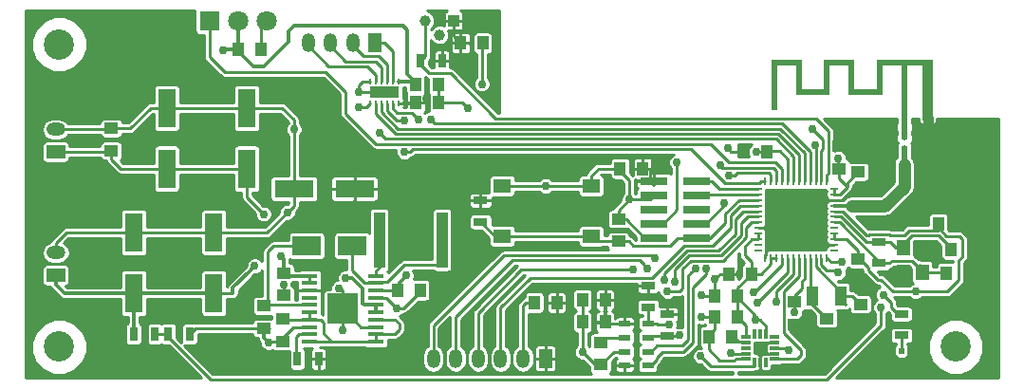
<source format=gbr>
G04 #@! TF.FileFunction,Copper,L1,Top,Mixed*
%FSLAX46Y46*%
G04 Gerber Fmt 4.6, Leading zero omitted, Abs format (unit mm)*
G04 Created by KiCad (PCBNEW 4.0.7) date 11/13/17 09:47:40*
%MOMM*%
%LPD*%
G01*
G04 APERTURE LIST*
%ADD10C,0.100000*%
%ADD11R,1.200000X1.700000*%
%ADD12O,1.200000X1.700000*%
%ADD13R,0.900000X0.500000*%
%ADD14R,0.500000X0.500000*%
%ADD15C,2.700000*%
%ADD16R,1.700000X1.200000*%
%ADD17O,1.700000X1.200000*%
%ADD18R,1.250000X1.000000*%
%ADD19R,1.000000X1.250000*%
%ADD20R,1.600000X3.500000*%
%ADD21R,3.500000X1.600000*%
%ADD22R,2.500000X1.800000*%
%ADD23R,0.500000X0.600000*%
%ADD24R,2.400000X0.760000*%
%ADD25R,1.800000X1.800000*%
%ADD26C,1.800000*%
%ADD27R,1.000000X5.000000*%
%ADD28R,0.700000X1.300000*%
%ADD29R,1.300000X0.700000*%
%ADD30R,1.550000X1.300000*%
%ADD31R,0.410000X0.410000*%
%ADD32R,0.700000X0.250000*%
%ADD33R,0.250000X0.700000*%
%ADD34C,1.000000*%
%ADD35R,1.000000X1.000000*%
%ADD36R,0.305000X0.813000*%
%ADD37R,0.813000X0.305000*%
%ADD38R,1.050000X0.550000*%
%ADD39R,1.450000X0.450000*%
%ADD40R,2.740000X2.740000*%
%ADD41R,0.250000X0.500000*%
%ADD42R,2.650000X1.000000*%
%ADD43R,1.170000X0.950000*%
%ADD44R,1.000000X1.800000*%
%ADD45R,1.200000X1.400000*%
%ADD46R,0.600000X0.500000*%
%ADD47R,0.600000X0.400000*%
%ADD48C,0.750000*%
%ADD49C,0.500000*%
%ADD50C,0.250000*%
%ADD51C,0.300000*%
%ADD52C,0.900000*%
%ADD53C,1.100000*%
%ADD54C,0.254000*%
G04 APERTURE END LIST*
D10*
G36*
X159150000Y-78540000D02*
X157150000Y-78540000D01*
X157150000Y-75900000D01*
X154450000Y-75900000D01*
X154450000Y-78540000D01*
X152450000Y-78540000D01*
X152450000Y-75900000D01*
X149750000Y-75900000D01*
X149750000Y-80340000D01*
X150250000Y-80340000D01*
X150250000Y-76400000D01*
X151950000Y-76400000D01*
X151950000Y-79040000D01*
X154950000Y-79040000D01*
X154950000Y-76400000D01*
X156650000Y-76400000D01*
X156650000Y-79040000D01*
X159650000Y-79040000D01*
X159650000Y-76400000D01*
X161350000Y-76400000D01*
X161350000Y-81300000D01*
X161850000Y-81300000D01*
X161850000Y-76400000D01*
X163250000Y-76400000D01*
X163250000Y-81300000D01*
X164150000Y-81300000D01*
X164150000Y-81056785D01*
X163847583Y-81056785D01*
X163837742Y-81104395D01*
X163813674Y-81146797D01*
X163775731Y-81179581D01*
X163767819Y-81183935D01*
X163725156Y-81196043D01*
X163676637Y-81195300D01*
X163631122Y-81182400D01*
X163612511Y-81171787D01*
X163578868Y-81136553D01*
X163558309Y-81091368D01*
X163551778Y-81041842D01*
X163560218Y-80993583D01*
X163577112Y-80961357D01*
X163612372Y-80928687D01*
X163657682Y-80908592D01*
X163707267Y-80902018D01*
X163755353Y-80909908D01*
X163788245Y-80926814D01*
X163823185Y-80963584D01*
X163842847Y-81008378D01*
X163847583Y-81056785D01*
X164150000Y-81056785D01*
X164150000Y-75900000D01*
X159150000Y-75900000D01*
X159150000Y-78540000D01*
X159150000Y-78540000D01*
G37*
D11*
X114400000Y-74400000D03*
D12*
X112400000Y-74400000D03*
X110400000Y-74400000D03*
X108400000Y-74400000D03*
D13*
X163700000Y-81050000D03*
D14*
X161600000Y-81050000D03*
D15*
X166200000Y-101500000D03*
X86200000Y-101500000D03*
D16*
X85900000Y-95100000D03*
D17*
X85900000Y-93100000D03*
D18*
X151800000Y-99500000D03*
X151800000Y-97500000D03*
D19*
X147300000Y-84100000D03*
X149300000Y-84100000D03*
D18*
X157500000Y-95700000D03*
X157500000Y-93700000D03*
X155800000Y-83600000D03*
X155800000Y-85600000D03*
D19*
X122000000Y-74400000D03*
X124000000Y-74400000D03*
D18*
X157500000Y-83900000D03*
X157500000Y-85900000D03*
D19*
X145950000Y-95000000D03*
X147950000Y-95000000D03*
X146700000Y-96950000D03*
X144700000Y-96950000D03*
X134900000Y-99300000D03*
X132900000Y-99300000D03*
X134900000Y-97300000D03*
X132900000Y-97300000D03*
D18*
X134500000Y-101100000D03*
X134500000Y-103100000D03*
D19*
X138250000Y-85600000D03*
X136250000Y-85600000D03*
D18*
X136100000Y-92100000D03*
X136100000Y-90100000D03*
D19*
X146700000Y-98850000D03*
X144700000Y-98850000D03*
X146200000Y-100625000D03*
X144200000Y-100625000D03*
D18*
X104450000Y-97850000D03*
X104450000Y-99850000D03*
X106150000Y-99000000D03*
X106150000Y-101000000D03*
D20*
X100000000Y-96700000D03*
X100000000Y-91300000D03*
D21*
X112550000Y-87400000D03*
X107150000Y-87400000D03*
D18*
X106200000Y-94900000D03*
X106200000Y-96900000D03*
D20*
X102950000Y-85600000D03*
X102950000Y-80200000D03*
D19*
X116400000Y-96450000D03*
X118400000Y-96450000D03*
D20*
X95800000Y-85600000D03*
X95800000Y-80200000D03*
X92850000Y-96700000D03*
X92850000Y-91300000D03*
D18*
X90850000Y-84000000D03*
X90850000Y-82000000D03*
D19*
X167350000Y-94950000D03*
X165350000Y-94950000D03*
X167750000Y-92800000D03*
X165750000Y-92800000D03*
D18*
X157700000Y-99700000D03*
X157700000Y-97700000D03*
X154700000Y-101000000D03*
X154700000Y-99000000D03*
D19*
X120050000Y-79700000D03*
X118050000Y-79700000D03*
X120000000Y-78050000D03*
X118000000Y-78050000D03*
X102200000Y-75000000D03*
X104200000Y-75000000D03*
X166650000Y-90500000D03*
X164650000Y-90500000D03*
X130600000Y-97550000D03*
X128600000Y-97550000D03*
D22*
X108300000Y-92500000D03*
X112300000Y-92500000D03*
D23*
X161350000Y-102950000D03*
X161350000Y-101850000D03*
D24*
X143085000Y-91765000D03*
X143085000Y-90495000D03*
X143085000Y-89225000D03*
X139275000Y-91765000D03*
X139275000Y-90495000D03*
X139275000Y-89225000D03*
X143085000Y-87955000D03*
X139275000Y-87955000D03*
X143085000Y-86685000D03*
X139275000Y-86685000D03*
D11*
X129575000Y-102550000D03*
D12*
X127575000Y-102550000D03*
X125575000Y-102550000D03*
X123575000Y-102550000D03*
X121575000Y-102550000D03*
X119575000Y-102550000D03*
D25*
X99600000Y-72400000D03*
D26*
X104680000Y-72400000D03*
X102140000Y-72400000D03*
D27*
X120350000Y-91950000D03*
X114750000Y-91950000D03*
D28*
X120350000Y-76000000D03*
X118450000Y-76000000D03*
D29*
X140450000Y-98600000D03*
X140450000Y-100500000D03*
X138750000Y-97950000D03*
X138750000Y-96050000D03*
X123800000Y-88450000D03*
X123800000Y-90350000D03*
D28*
X109350000Y-102600000D03*
X107450000Y-102600000D03*
D29*
X161350000Y-100475000D03*
X161350000Y-98575000D03*
D30*
X125725000Y-87150000D03*
X133675000Y-87150000D03*
X125725000Y-91650000D03*
X133675000Y-91650000D03*
D31*
X153450000Y-89650000D03*
X152450000Y-89650000D03*
X151450000Y-89650000D03*
X150450000Y-89650000D03*
X153450000Y-88650000D03*
X152450000Y-88650000D03*
D32*
X148550000Y-87400000D03*
X148550000Y-87900000D03*
X148550000Y-88400000D03*
X148550000Y-88900000D03*
X148550000Y-89400000D03*
X148550000Y-89900000D03*
X148550000Y-90400000D03*
X148550000Y-90900000D03*
X148550000Y-91400000D03*
X148550000Y-91900000D03*
X148550000Y-92400000D03*
X148550000Y-92900000D03*
D33*
X149200000Y-93550000D03*
X149700000Y-93550000D03*
X150200000Y-93550000D03*
X150700000Y-93550000D03*
X151200000Y-93550000D03*
X151700000Y-93550000D03*
X152200000Y-93550000D03*
X152700000Y-93550000D03*
X153200000Y-93550000D03*
X153700000Y-93550000D03*
X154200000Y-93550000D03*
X154700000Y-93550000D03*
D32*
X155350000Y-92900000D03*
X155350000Y-92400000D03*
X155350000Y-91900000D03*
X155350000Y-91400000D03*
X155350000Y-90900000D03*
X155350000Y-90400000D03*
X155350000Y-89900000D03*
X155350000Y-89400000D03*
X155350000Y-88900000D03*
X155350000Y-88400000D03*
X155350000Y-87900000D03*
X155350000Y-87400000D03*
D33*
X154700000Y-86750000D03*
X154200000Y-86750000D03*
X153700000Y-86750000D03*
X153200000Y-86750000D03*
X152700000Y-86750000D03*
X152200000Y-86750000D03*
X151700000Y-86750000D03*
X151200000Y-86750000D03*
X150700000Y-86750000D03*
X150200000Y-86750000D03*
X149700000Y-86750000D03*
X149200000Y-86750000D03*
D31*
X151450000Y-88650000D03*
X150450000Y-88650000D03*
X150450000Y-90650000D03*
X150450000Y-91650000D03*
X151450000Y-90650000D03*
X152450000Y-90650000D03*
X153450000Y-90650000D03*
X151450000Y-91650000D03*
X152450000Y-91650000D03*
X153450000Y-91650000D03*
D34*
X120130000Y-73670000D03*
X118860000Y-72400000D03*
D35*
X121400000Y-72400000D03*
D36*
X148250000Y-102875000D03*
D37*
X147475000Y-100600000D03*
X150025000Y-100600000D03*
D36*
X148250000Y-100325000D03*
X148750000Y-100325000D03*
X149250000Y-100325000D03*
D37*
X150025000Y-101100000D03*
X150025000Y-101600000D03*
X150025000Y-102100000D03*
X150025000Y-102600000D03*
X147475000Y-101100000D03*
X147475000Y-101600000D03*
X147475000Y-102100000D03*
X147475000Y-102600000D03*
D36*
X148750000Y-102875000D03*
X149250000Y-102875000D03*
D38*
X138725000Y-99425000D03*
X136675000Y-99425000D03*
X136675000Y-100675000D03*
X136675000Y-101925000D03*
X136675000Y-103175000D03*
X138725000Y-100675000D03*
X138725000Y-101925000D03*
X138725000Y-103175000D03*
D39*
X108550000Y-95175000D03*
X108550000Y-95825000D03*
X108550000Y-96475000D03*
X108550000Y-97125000D03*
X108550000Y-97775000D03*
X108550000Y-98425000D03*
X108550000Y-99075000D03*
X108550000Y-99725000D03*
X108550000Y-100375000D03*
X108550000Y-101025000D03*
X114450000Y-101025000D03*
X114450000Y-100375000D03*
X114450000Y-99725000D03*
X114450000Y-99075000D03*
X114450000Y-98425000D03*
X114450000Y-97775000D03*
X114450000Y-97125000D03*
X114450000Y-96475000D03*
X114450000Y-95825000D03*
X114450000Y-95175000D03*
D40*
X111500000Y-98100000D03*
D41*
X116450000Y-77850000D03*
X115950000Y-77850000D03*
X115450000Y-77850000D03*
X114950000Y-77850000D03*
X114450000Y-77850000D03*
X113950000Y-77850000D03*
X113950000Y-79750000D03*
X114450000Y-79750000D03*
X114950000Y-79750000D03*
X115450000Y-79750000D03*
X115950000Y-79750000D03*
X116450000Y-79750000D03*
D42*
X115200000Y-78800000D03*
D43*
X114515000Y-78800000D03*
X115885000Y-78800000D03*
D44*
X155900000Y-96950000D03*
X153400000Y-96950000D03*
D45*
X163200000Y-94850000D03*
X163200000Y-92650000D03*
X161500000Y-92650000D03*
X161500000Y-94850000D03*
D16*
X85900000Y-84100000D03*
D17*
X85900000Y-82100000D03*
D15*
X86200000Y-74500000D03*
D28*
X92850000Y-100350000D03*
X94750000Y-100350000D03*
X95950000Y-100350000D03*
X97850000Y-100350000D03*
D29*
X159350000Y-94050000D03*
X159350000Y-92150000D03*
D46*
X162700000Y-81900000D03*
X161600000Y-81900000D03*
D47*
X161600000Y-82850000D03*
X161600000Y-83750000D03*
D46*
X162700000Y-84450000D03*
X161600000Y-84450000D03*
D48*
X161647987Y-89091017D03*
X160050000Y-90250000D03*
X158274941Y-90274668D03*
X111167384Y-96285193D03*
X159150000Y-102850000D03*
X168700000Y-84400000D03*
X158700000Y-83750000D03*
X151950000Y-92500000D03*
X149550000Y-90900000D03*
X151700000Y-87850000D03*
X153500000Y-87850000D03*
X154250000Y-89900000D03*
X149750000Y-87900000D03*
X149700000Y-92350000D03*
X154200000Y-92400000D03*
X106550000Y-89500000D03*
X157350000Y-87600000D03*
X159000000Y-87600000D03*
X160200000Y-86450000D03*
X160200000Y-84400000D03*
X160200000Y-81900000D03*
X157650000Y-81900000D03*
X164450000Y-98000000D03*
X168700000Y-99200000D03*
X168700000Y-96700000D03*
X168700000Y-94200000D03*
X168700000Y-91700000D03*
X163700000Y-89200000D03*
X168700000Y-89200000D03*
X168700000Y-86900000D03*
X166200000Y-86900000D03*
X163700000Y-86900000D03*
X163700000Y-84400000D03*
X166200000Y-84400000D03*
X168700000Y-81900000D03*
X166200000Y-81900000D03*
X163700000Y-81900000D03*
X155550000Y-81900000D03*
X143525000Y-96925000D03*
X143525000Y-98825000D03*
X144700000Y-95469697D03*
X160192659Y-95028558D03*
X154242798Y-88702708D03*
X154500000Y-102550000D03*
X137080000Y-88370000D03*
X146874998Y-95000000D03*
X129600000Y-87150000D03*
X145850000Y-83800000D03*
X164400000Y-92650000D03*
X112954653Y-78754812D03*
X123900000Y-78050000D03*
X122650000Y-80200000D03*
X132900000Y-101950000D03*
X111500000Y-100050000D03*
X116350000Y-98050000D03*
X104850000Y-101100000D03*
X106200000Y-95975002D03*
X107150000Y-82100000D03*
X103654847Y-94276660D03*
X111772868Y-95335905D03*
X100850000Y-75050000D03*
X106000000Y-93450000D03*
X142235036Y-103509640D03*
X148356173Y-99124216D03*
X155700000Y-84675002D03*
X139500000Y-85550000D03*
X148375002Y-84100000D03*
X151800000Y-98424998D03*
X162600000Y-96550000D03*
X119400000Y-84700000D03*
X121600000Y-76000000D03*
X118950000Y-79400000D03*
X104450000Y-89650000D03*
X117150000Y-95150000D03*
X153644736Y-83505913D03*
X145538250Y-88711335D03*
X153428871Y-82077721D03*
X141305746Y-85056661D03*
X140454423Y-96542845D03*
X137401698Y-94601921D03*
X140215332Y-95512156D03*
X138662900Y-94499156D03*
X141140829Y-95726579D03*
X139342591Y-93585011D03*
X143421731Y-102342267D03*
X141587540Y-100483335D03*
X148450000Y-97600000D03*
X146111942Y-102013907D03*
X140600000Y-99525002D03*
X148112178Y-96629933D03*
X159735796Y-96849322D03*
X155700000Y-94850000D03*
X150149987Y-97469682D03*
X151300000Y-101800000D03*
X119328343Y-81192289D03*
X112900000Y-80100000D03*
X114751369Y-82368560D03*
X116969985Y-81350011D03*
X145212175Y-85324679D03*
X142948434Y-94520044D03*
X143916066Y-94531261D03*
X145910984Y-86200022D03*
X117000000Y-84100056D03*
X118250000Y-81200000D03*
X156016180Y-93954157D03*
X159530025Y-97969975D03*
D49*
X161756970Y-89200000D02*
X161647987Y-89091017D01*
X163700000Y-89200000D02*
X161756970Y-89200000D01*
X160464336Y-90274668D02*
X161272988Y-89466016D01*
X160325332Y-90274668D02*
X160464336Y-90274668D01*
X161272988Y-89466016D02*
X161647987Y-89091017D01*
D50*
X158274941Y-90274668D02*
X160025332Y-90274668D01*
X160025332Y-90274668D02*
X160050000Y-90250000D01*
D49*
X158805271Y-90274668D02*
X158274941Y-90274668D01*
D50*
X155350000Y-88400000D02*
X156146703Y-88400000D01*
X156146703Y-88400000D02*
X156571704Y-87974999D01*
X156571704Y-87974999D02*
X156975001Y-87974999D01*
X156975001Y-87974999D02*
X157350000Y-87600000D01*
X111500000Y-98100000D02*
X111500000Y-96480000D01*
X111305193Y-96285193D02*
X111167384Y-96285193D01*
X111500000Y-96480000D02*
X111305193Y-96285193D01*
D51*
X104450000Y-99850000D02*
X104450000Y-100700000D01*
X104450000Y-100700000D02*
X104850000Y-101100000D01*
D50*
X104450000Y-99850000D02*
X104960730Y-99850000D01*
D51*
X161350000Y-102950000D02*
X159250000Y-102950000D01*
X159250000Y-102950000D02*
X159150000Y-102850000D01*
X166200000Y-84400000D02*
X168700000Y-84400000D01*
X160200000Y-84400000D02*
X159350000Y-84400000D01*
X159350000Y-84400000D02*
X158700000Y-83750000D01*
D52*
X163700000Y-81050000D02*
X163700000Y-81900000D01*
D50*
X152450000Y-91650000D02*
X152450000Y-92000000D01*
X152450000Y-92000000D02*
X151950000Y-92500000D01*
X149550000Y-90900000D02*
X150200000Y-90900000D01*
X150200000Y-90900000D02*
X150450000Y-90650000D01*
X148550000Y-90900000D02*
X149550000Y-90900000D01*
X151450000Y-88650000D02*
X151450000Y-88100000D01*
X151450000Y-88100000D02*
X151700000Y-87850000D01*
X154242798Y-88702708D02*
X154242798Y-88592798D01*
X154242798Y-88592798D02*
X153500000Y-87850000D01*
X154242798Y-88702708D02*
X154242798Y-89892798D01*
X154242798Y-89892798D02*
X154250000Y-89900000D01*
X150450000Y-88650000D02*
X150450000Y-88600000D01*
X150450000Y-88600000D02*
X149750000Y-87900000D01*
X150450000Y-91650000D02*
X150400000Y-91650000D01*
X150400000Y-91650000D02*
X149700000Y-92350000D01*
X153450000Y-91650000D02*
X154200000Y-92400000D01*
X106550000Y-89500000D02*
X107150000Y-88900000D01*
X107150000Y-88900000D02*
X107150000Y-88450000D01*
X104300000Y-91300000D02*
X104750000Y-91300000D01*
X104750000Y-91300000D02*
X106550000Y-89500000D01*
X159000000Y-87600000D02*
X157350000Y-87600000D01*
X160200000Y-86450000D02*
X160150000Y-86450000D01*
X160150000Y-86450000D02*
X159000000Y-87600000D01*
X160200000Y-84400000D02*
X160200000Y-86450000D01*
X160200000Y-81900000D02*
X160200000Y-84400000D01*
X157650000Y-81900000D02*
X160200000Y-81900000D01*
X155550000Y-81900000D02*
X157650000Y-81900000D01*
D49*
X155800000Y-83600000D02*
X155800000Y-82150000D01*
X155800000Y-82150000D02*
X155550000Y-81900000D01*
X168275001Y-98825001D02*
X167450000Y-98000000D01*
X167450000Y-98000000D02*
X164450000Y-98000000D01*
X168700000Y-99200000D02*
X168325001Y-98825001D01*
X168325001Y-98825001D02*
X168275001Y-98825001D01*
X168700000Y-96700000D02*
X168700000Y-99200000D01*
X168700000Y-94200000D02*
X168700000Y-96700000D01*
X168700000Y-91700000D02*
X168700000Y-94200000D01*
X168700000Y-89200000D02*
X168700000Y-91700000D01*
X168700000Y-89200000D02*
X163700000Y-89200000D01*
X168700000Y-86900000D02*
X168700000Y-89200000D01*
X166200000Y-86900000D02*
X168700000Y-86900000D01*
X163700000Y-86900000D02*
X166200000Y-86900000D01*
X163700000Y-84400000D02*
X163700000Y-86900000D01*
X166200000Y-84400000D02*
X163700000Y-84400000D01*
X168700000Y-81900000D02*
X168700000Y-84400000D01*
X166200000Y-81900000D02*
X168700000Y-81900000D01*
X163700000Y-81900000D02*
X166200000Y-81900000D01*
D50*
X166650000Y-90500000D02*
X166650000Y-89550000D01*
X166650000Y-89550000D02*
X166250000Y-89150000D01*
X137080000Y-88370000D02*
X138956317Y-88370000D01*
X138956317Y-88370000D02*
X139348654Y-87977663D01*
X144700000Y-96950000D02*
X143550000Y-96950000D01*
X144700000Y-96950000D02*
X144700000Y-95469697D01*
X143550000Y-96950000D02*
X143525000Y-96925000D01*
X144700000Y-98850000D02*
X143550000Y-98850000D01*
X143550000Y-98850000D02*
X143525000Y-98825000D01*
X147475000Y-102600000D02*
X146561851Y-102600000D01*
X144169332Y-101744332D02*
X144169332Y-100430668D01*
X146561851Y-102600000D02*
X146447943Y-102713908D01*
X146447943Y-102713908D02*
X145138908Y-102713908D01*
X145138908Y-102713908D02*
X144169332Y-101744332D01*
X144169332Y-100430668D02*
X144700000Y-99900000D01*
X144700000Y-99900000D02*
X144700000Y-98850000D01*
X136100000Y-90100000D02*
X136790000Y-90100000D01*
X136790000Y-90100000D02*
X138455000Y-91765000D01*
X138455000Y-91765000D02*
X139275000Y-91765000D01*
X145169697Y-95000000D02*
X144700000Y-95469697D01*
X145169697Y-95000000D02*
X145950000Y-95000000D01*
X133675000Y-87150000D02*
X133675000Y-86250000D01*
X133675000Y-86250000D02*
X134325000Y-85600000D01*
X134325000Y-85600000D02*
X136025000Y-85600000D01*
X136025000Y-85600000D02*
X137080000Y-86655000D01*
X137080000Y-86655000D02*
X137080000Y-88370000D01*
X136675000Y-101925000D02*
X135704598Y-101925000D01*
X135704598Y-101925000D02*
X134529598Y-103100000D01*
X134529598Y-103100000D02*
X134500000Y-103100000D01*
X160192659Y-95028558D02*
X161321442Y-95028558D01*
X161321442Y-95028558D02*
X161500000Y-94850000D01*
X161250000Y-94850000D02*
X161071442Y-95028558D01*
X154545506Y-88400000D02*
X154242798Y-88702708D01*
X155350000Y-88400000D02*
X154545506Y-88400000D01*
X153450000Y-88650000D02*
X154190090Y-88650000D01*
X154190090Y-88650000D02*
X154242798Y-88702708D01*
X154700000Y-101000000D02*
X154700000Y-102350000D01*
X154700000Y-102350000D02*
X154500000Y-102550000D01*
X136100000Y-90100000D02*
X136100000Y-89350000D01*
X136100000Y-89350000D02*
X137080000Y-88370000D01*
X136225000Y-90100000D02*
X136100000Y-90100000D01*
X145950000Y-95000000D02*
X146874998Y-95000000D01*
X129600000Y-87150000D02*
X133675000Y-87150000D01*
X126750000Y-87150000D02*
X129600000Y-87150000D01*
X125725000Y-87150000D02*
X126750000Y-87150000D01*
X150025000Y-101100000D02*
X149650000Y-101100000D01*
X149650000Y-101100000D02*
X149627501Y-101122499D01*
X149627501Y-101122499D02*
X149327501Y-101122499D01*
X147300000Y-84100000D02*
X146150000Y-84100000D01*
X146150000Y-84100000D02*
X145850000Y-83800000D01*
X162950000Y-92650000D02*
X164400000Y-92650000D01*
X113950000Y-77850000D02*
X113271491Y-77850000D01*
X113271491Y-77850000D02*
X112954653Y-78166838D01*
X112954653Y-78166838D02*
X112954653Y-78754812D01*
X112999841Y-78800000D02*
X112954653Y-78754812D01*
X115200000Y-78800000D02*
X112999841Y-78800000D01*
X123900000Y-78050000D02*
X123900000Y-74500000D01*
X123900000Y-74500000D02*
X124000000Y-74400000D01*
X120050000Y-79700000D02*
X122150000Y-79700000D01*
X122150000Y-79700000D02*
X122650000Y-80200000D01*
X120000000Y-78050000D02*
X120000000Y-79650000D01*
X120000000Y-79650000D02*
X120050000Y-79700000D01*
X134500000Y-103100000D02*
X134050000Y-103100000D01*
X134050000Y-103100000D02*
X132900000Y-101950000D01*
X132900000Y-99300000D02*
X132900000Y-101950000D01*
X132900000Y-97300000D02*
X132900000Y-99300000D01*
X155350000Y-92400000D02*
X154200000Y-92400000D01*
X150025000Y-102100000D02*
X148868500Y-102100000D01*
X148868500Y-102100000D02*
X148750000Y-102218500D01*
X148750000Y-102218500D02*
X148750000Y-102875000D01*
X148750000Y-103650000D02*
X148750000Y-102875000D01*
X149200000Y-93550000D02*
X149200000Y-93400000D01*
X149200000Y-93400000D02*
X149249999Y-93350001D01*
X149249999Y-93350001D02*
X149249999Y-92800001D01*
X149249999Y-92800001D02*
X149325001Y-92724999D01*
X149325001Y-92724999D02*
X149700000Y-92350000D01*
X151450000Y-89650000D02*
X151450000Y-88650000D01*
X111500000Y-98100000D02*
X111500000Y-100050000D01*
X116925000Y-98050000D02*
X116350000Y-98050000D01*
X116925000Y-98050000D02*
X118400000Y-96575000D01*
X118400000Y-96575000D02*
X118400000Y-96450000D01*
X114450000Y-97125000D02*
X115425000Y-97125000D01*
X115425000Y-97125000D02*
X116350000Y-98050000D01*
X114450000Y-99725000D02*
X113137227Y-99725000D01*
X113137227Y-99725000D02*
X112567994Y-99155767D01*
X112567994Y-99155767D02*
X112555767Y-99155767D01*
X112555767Y-99155767D02*
X111500000Y-98100000D01*
X106150000Y-101000000D02*
X104950000Y-101000000D01*
X104950000Y-101000000D02*
X104850000Y-101100000D01*
X103100000Y-99850000D02*
X98350000Y-99850000D01*
X103100000Y-99850000D02*
X104450000Y-99850000D01*
X98350000Y-99850000D02*
X97850000Y-100350000D01*
X106150000Y-101000000D02*
X106150000Y-100675001D01*
X106150000Y-100675001D02*
X107100001Y-99725000D01*
X107100001Y-99725000D02*
X108550000Y-99725000D01*
X106200000Y-96900000D02*
X106200000Y-95975002D01*
X104200000Y-75000000D02*
X104200000Y-72880000D01*
X104200000Y-72880000D02*
X104680000Y-72400000D01*
X107150000Y-81250000D02*
X106100000Y-80200000D01*
X106100000Y-80200000D02*
X102950000Y-80200000D01*
X107150000Y-82100000D02*
X107150000Y-81250000D01*
X107150000Y-87400000D02*
X107150000Y-82100000D01*
X85900000Y-82100000D02*
X90750000Y-82100000D01*
X90750000Y-82100000D02*
X90850000Y-82000000D01*
X95800000Y-80200000D02*
X96850000Y-80200000D01*
X96850000Y-80200000D02*
X102950000Y-80200000D01*
X92550000Y-82000000D02*
X94350000Y-80200000D01*
X94350000Y-80200000D02*
X95800000Y-80200000D01*
X90850000Y-82000000D02*
X92550000Y-82000000D01*
X92850000Y-91300000D02*
X86850000Y-91300000D01*
X86850000Y-91300000D02*
X85900000Y-92250000D01*
X85900000Y-92250000D02*
X85900000Y-93100000D01*
X100000000Y-91300000D02*
X92850000Y-91300000D01*
X107150000Y-87400000D02*
X107150000Y-88450000D01*
X104300000Y-91300000D02*
X101050000Y-91300000D01*
X101050000Y-91300000D02*
X100000000Y-91300000D01*
X127575000Y-102550000D02*
X127575000Y-97825000D01*
X127575000Y-97825000D02*
X127850000Y-97550000D01*
X127850000Y-97550000D02*
X128600000Y-97550000D01*
D51*
X103279848Y-94651659D02*
X103654847Y-94276660D01*
X101700000Y-96231507D02*
X103279848Y-94651659D01*
X101700000Y-96700000D02*
X101700000Y-96231507D01*
X112303198Y-95335905D02*
X111772868Y-95335905D01*
X113289784Y-96322491D02*
X112303198Y-95335905D01*
X113425000Y-97775000D02*
X113289784Y-97639784D01*
X114450000Y-97775000D02*
X113425000Y-97775000D01*
X113289784Y-97639784D02*
X113289784Y-96322491D01*
D50*
X118000000Y-77925000D02*
X118000000Y-78050000D01*
D51*
X117250000Y-77175000D02*
X118000000Y-77925000D01*
X104463213Y-76446789D02*
X106650000Y-74260002D01*
X117250000Y-73250000D02*
X117250000Y-77175000D01*
X116870662Y-72870662D02*
X117250000Y-73250000D01*
X106650000Y-74260002D02*
X106650000Y-73350000D01*
X103521789Y-76446789D02*
X104463213Y-76446789D01*
D50*
X102200000Y-75000000D02*
X102200000Y-75125000D01*
D51*
X102200000Y-75125000D02*
X103521789Y-76446789D01*
X106650000Y-73350000D02*
X107129338Y-72870662D01*
X107129338Y-72870662D02*
X116870662Y-72870662D01*
X102200000Y-75000000D02*
X100900000Y-75000000D01*
D50*
X100900000Y-75000000D02*
X100850000Y-75050000D01*
D51*
X102200000Y-75000000D02*
X102200000Y-72460000D01*
D50*
X102200000Y-72460000D02*
X102140000Y-72400000D01*
D51*
X114450000Y-98425000D02*
X114450000Y-97775000D01*
X108550000Y-95175000D02*
X106475000Y-95175000D01*
D50*
X106475000Y-95175000D02*
X106200000Y-94900000D01*
X108550000Y-95825000D02*
X108550000Y-95175000D01*
D51*
X92850000Y-96700000D02*
X92850000Y-100350000D01*
X92850000Y-96700000D02*
X86650000Y-96700000D01*
X86650000Y-96700000D02*
X85900000Y-95950000D01*
X85900000Y-95950000D02*
X85900000Y-95100000D01*
X100000000Y-96700000D02*
X92850000Y-96700000D01*
D50*
X101700000Y-96700000D02*
X100000000Y-96700000D01*
D51*
X106200000Y-94900000D02*
X106200000Y-93650000D01*
D50*
X106200000Y-93650000D02*
X106000000Y-93450000D01*
X118000000Y-78050000D02*
X117800000Y-77850000D01*
D51*
X117800000Y-77850000D02*
X116450000Y-77850000D01*
D50*
X155350000Y-89400000D02*
X156089580Y-89400000D01*
X156089580Y-89400000D02*
X158206832Y-91517252D01*
X158206832Y-91517252D02*
X158397746Y-91517252D01*
X158397746Y-91517252D02*
X158439999Y-91474999D01*
X164650000Y-91099074D02*
X164650000Y-90900000D01*
X158439999Y-91474999D02*
X160260001Y-91474999D01*
X163130330Y-96550000D02*
X162600000Y-96550000D01*
X160260001Y-91474999D02*
X160302254Y-91517252D01*
X166443970Y-95566032D02*
X165460002Y-96550000D01*
X166789975Y-93470027D02*
X166769973Y-93470027D01*
X160302254Y-91517252D02*
X161646338Y-91517252D01*
X166508116Y-91620386D02*
X166789975Y-91902245D01*
X164650000Y-90900000D02*
X165370386Y-91620386D01*
X161646338Y-91517252D02*
X162064516Y-91099074D01*
X165460002Y-96550000D02*
X163130330Y-96550000D01*
X166769973Y-93470027D02*
X166443970Y-93796030D01*
X162064516Y-91099074D02*
X164650000Y-91099074D01*
X165370386Y-91620386D02*
X166508116Y-91620386D01*
X166789975Y-91902245D02*
X166789975Y-93470027D01*
X166443970Y-93796030D02*
X166443970Y-95566032D01*
D51*
X134900000Y-99300000D02*
X134900000Y-97300000D01*
D50*
X110400000Y-95600000D02*
X110400000Y-90600000D01*
X110400000Y-90600000D02*
X112550000Y-88450000D01*
X112550000Y-88450000D02*
X112550000Y-87400000D01*
X148356173Y-98731173D02*
X148356173Y-99124216D01*
X146700000Y-97075000D02*
X148356173Y-98731173D01*
X149250000Y-99668500D02*
X148705716Y-99124216D01*
X148705716Y-99124216D02*
X148356173Y-99124216D01*
X149250000Y-100325000D02*
X149250000Y-99668500D01*
X146700000Y-96950000D02*
X146700000Y-97075000D01*
X146700000Y-98850000D02*
X146700000Y-96950000D01*
X146700000Y-96250000D02*
X147950000Y-95000000D01*
X146700000Y-96950000D02*
X146700000Y-96250000D01*
X157500000Y-93700000D02*
X157625000Y-93700000D01*
X157625000Y-93700000D02*
X158362176Y-94437176D01*
X158362176Y-94437176D02*
X158362176Y-94645446D01*
X159530272Y-95518862D02*
X160561410Y-96550000D01*
X158362176Y-94645446D02*
X158374999Y-94645446D01*
X158374999Y-94645446D02*
X158374999Y-94660001D01*
X158374999Y-94660001D02*
X159233860Y-95518862D01*
X159233860Y-95518862D02*
X159530272Y-95518862D01*
X160561410Y-96550000D02*
X162600000Y-96550000D01*
X156500000Y-87250000D02*
X156500000Y-86900000D01*
X156500000Y-86900000D02*
X156985591Y-86414409D01*
X155250000Y-87900000D02*
X155850000Y-87900000D01*
X155850000Y-87900000D02*
X156500000Y-87250000D01*
X155800000Y-86500000D02*
X155800000Y-85600000D01*
X156500000Y-87250000D02*
X156500000Y-87200000D01*
X156500000Y-87200000D02*
X155800000Y-86500000D01*
X156985591Y-86414409D02*
X157500000Y-85900000D01*
X155700000Y-84675002D02*
X155700000Y-85500000D01*
X155700000Y-85500000D02*
X155800000Y-85600000D01*
X138250000Y-85600000D02*
X139450000Y-85600000D01*
X139450000Y-85600000D02*
X139500000Y-85550000D01*
X149300000Y-84100000D02*
X148375002Y-84100000D01*
X155492432Y-85292432D02*
X155800000Y-85600000D01*
X151800000Y-97500000D02*
X151800000Y-98424998D01*
X155350000Y-91900000D02*
X156450000Y-91900000D01*
X156450000Y-91900000D02*
X157500000Y-92950000D01*
X157500000Y-92950000D02*
X157500000Y-93700000D01*
X164784322Y-90689377D02*
X164994945Y-90900000D01*
X120350000Y-76000000D02*
X121600000Y-76000000D01*
X150509143Y-84059143D02*
X149340857Y-84059143D01*
X149340857Y-84059143D02*
X149300000Y-84100000D01*
X151200000Y-84750000D02*
X150509143Y-84059143D01*
X150550000Y-84100000D02*
X150509143Y-84059143D01*
X155350000Y-87400000D02*
X155350000Y-87900000D01*
X108550000Y-96475000D02*
X109525000Y-96475000D01*
X109525000Y-96475000D02*
X110400000Y-95600000D01*
X121800000Y-75800000D02*
X122000000Y-75600000D01*
X121600000Y-76000000D02*
X121800000Y-75800000D01*
X122000000Y-75600000D02*
X122000000Y-74400000D01*
X121400000Y-72400000D02*
X121400000Y-73800000D01*
X121400000Y-73800000D02*
X122000000Y-74400000D01*
X136300000Y-96750000D02*
X137000000Y-96050000D01*
X135750000Y-97300000D02*
X136300000Y-96750000D01*
X137000000Y-96050000D02*
X138750000Y-96050000D01*
X134900000Y-97300000D02*
X135750000Y-97300000D01*
X147950000Y-95000000D02*
X147950000Y-93900000D01*
X147950000Y-93900000D02*
X147350000Y-93300000D01*
X147350000Y-92538483D02*
X147350000Y-93300000D01*
X148550000Y-91900000D02*
X147988483Y-91900000D01*
X147988483Y-91900000D02*
X147350000Y-92538483D01*
X148550000Y-91400000D02*
X148550000Y-91900000D01*
X136675000Y-99425000D02*
X135025000Y-99425000D01*
X135025000Y-99425000D02*
X134900000Y-99300000D01*
X138900000Y-85600000D02*
X138900000Y-86700000D01*
X138900000Y-86700000D02*
X139300000Y-87100000D01*
X118050000Y-79700000D02*
X118650000Y-79700000D01*
X118650000Y-79700000D02*
X118950000Y-79400000D01*
X116450000Y-79750000D02*
X118000000Y-79750000D01*
X118000000Y-79750000D02*
X118050000Y-79700000D01*
X151200000Y-86750000D02*
X151200000Y-84750000D01*
X149700000Y-93550000D02*
X149700000Y-94100000D01*
X148800000Y-95000000D02*
X147950000Y-95000000D01*
X149700000Y-94100000D02*
X148800000Y-95000000D01*
X147475000Y-100600000D02*
X147475000Y-99625000D01*
X147475000Y-99625000D02*
X146700000Y-98850000D01*
X151800000Y-97500000D02*
X151800000Y-97000000D01*
X151800000Y-97000000D02*
X152500000Y-96300000D01*
X152500000Y-96300000D02*
X152500000Y-95649998D01*
X152500000Y-95649998D02*
X152700000Y-95449998D01*
X152700000Y-95449998D02*
X152700000Y-93550000D01*
X150200000Y-93550000D02*
X149700000Y-93550000D01*
X155350000Y-91400000D02*
X155350000Y-91900000D01*
X134920113Y-100679887D02*
X136670113Y-100679887D01*
X134500000Y-101100000D02*
X134920113Y-100679887D01*
X136670113Y-100679887D02*
X136675000Y-100675000D01*
X137814999Y-92470001D02*
X137804877Y-92459879D01*
X144266691Y-91815431D02*
X141389571Y-91815431D01*
X140735001Y-92470001D02*
X137814999Y-92470001D01*
X146863347Y-88400000D02*
X145650000Y-89613347D01*
X148550000Y-88400000D02*
X146863347Y-88400000D01*
X141389571Y-91815431D02*
X140735001Y-92470001D01*
X145650000Y-89613347D02*
X145650000Y-90432122D01*
X137804877Y-92459879D02*
X137414877Y-92459879D01*
X137414877Y-92459879D02*
X137054998Y-92100000D01*
X136975000Y-92100000D02*
X136100000Y-92100000D01*
X145650000Y-90432122D02*
X144266691Y-91815431D01*
X137054998Y-92100000D02*
X136975000Y-92100000D01*
X125725000Y-91650000D02*
X125100000Y-91650000D01*
X125100000Y-91650000D02*
X123800000Y-90350000D01*
X125600000Y-91650000D02*
X125725000Y-91650000D01*
X125725000Y-91650000D02*
X133675000Y-91650000D01*
X136100000Y-92100000D02*
X134125000Y-92100000D01*
X134125000Y-92100000D02*
X133675000Y-91650000D01*
X147475000Y-101100000D02*
X147452501Y-101077501D01*
X147452501Y-101077501D02*
X146808499Y-101077501D01*
X146808499Y-101077501D02*
X146342981Y-100611983D01*
X146342981Y-100611983D02*
X146219344Y-100611983D01*
X104450000Y-97850000D02*
X104814429Y-97485571D01*
X104814429Y-97485571D02*
X104814429Y-92995399D01*
X104814429Y-92995399D02*
X105309828Y-92500000D01*
X105309828Y-92500000D02*
X108300000Y-92500000D01*
X108550000Y-97775000D02*
X104525000Y-97775000D01*
X104525000Y-97775000D02*
X104450000Y-97850000D01*
X108550000Y-99075000D02*
X109525000Y-99075000D01*
X109525000Y-99075000D02*
X109758282Y-99308282D01*
X109758282Y-99308282D02*
X109758282Y-100283282D01*
X109758282Y-100283282D02*
X110500000Y-101025000D01*
X108550000Y-101025000D02*
X110500000Y-101025000D01*
X110500000Y-101025000D02*
X114450000Y-101025000D01*
X108550000Y-99075000D02*
X106225000Y-99075000D01*
X106225000Y-99075000D02*
X106150000Y-99000000D01*
X108550000Y-98425000D02*
X108550000Y-99075000D01*
X114450000Y-99075000D02*
X116175000Y-99075000D01*
X116175000Y-99075000D02*
X116550000Y-99450000D01*
X116550000Y-99450000D02*
X116550000Y-99966241D01*
X116550000Y-99966241D02*
X116141241Y-100375000D01*
X116141241Y-100375000D02*
X114450000Y-100375000D01*
X114450000Y-101025000D02*
X114450000Y-100375000D01*
X108550000Y-101025000D02*
X109525000Y-101025000D01*
X104450000Y-89650000D02*
X102950000Y-88150000D01*
X102950000Y-88150000D02*
X102950000Y-85600000D01*
X116400000Y-96450000D02*
X116400000Y-95900000D01*
X116400000Y-95900000D02*
X117150000Y-95150000D01*
X114450000Y-96475000D02*
X116375000Y-96475000D01*
X116375000Y-96475000D02*
X116400000Y-96450000D01*
X95800000Y-85600000D02*
X102950000Y-85600000D01*
X90850000Y-84750000D02*
X91700000Y-85600000D01*
X91700000Y-85600000D02*
X95800000Y-85600000D01*
X90850000Y-84000000D02*
X90850000Y-84750000D01*
X85900000Y-84100000D02*
X90750000Y-84100000D01*
X90750000Y-84100000D02*
X90850000Y-84000000D01*
X163200000Y-94850000D02*
X163200000Y-94750000D01*
X160250000Y-94050000D02*
X159350000Y-94050000D01*
X163200000Y-94750000D02*
X162274999Y-93824999D01*
X162274999Y-93824999D02*
X160475001Y-93824999D01*
X160475001Y-93824999D02*
X160250000Y-94050000D01*
X163200000Y-94850000D02*
X165250000Y-94850000D01*
X165250000Y-94850000D02*
X165350000Y-94950000D01*
X162950000Y-94850000D02*
X162950000Y-94195381D01*
X164874991Y-94850000D02*
X164974991Y-94950000D01*
X155350000Y-90400000D02*
X155816759Y-90400000D01*
X155816759Y-90400000D02*
X159342961Y-93926202D01*
X159342961Y-93926202D02*
X159342961Y-94023538D01*
X162950000Y-94850000D02*
X162950000Y-94650000D01*
X161500000Y-92650000D02*
X161500000Y-92300000D01*
X161500000Y-92300000D02*
X162250000Y-91550000D01*
X162250000Y-91550000D02*
X164625000Y-91550000D01*
X164625000Y-91550000D02*
X165750000Y-92675000D01*
X165750000Y-92675000D02*
X165750000Y-92800000D01*
X159350000Y-92150000D02*
X160363393Y-92150000D01*
X160363393Y-92150000D02*
X160863393Y-92650000D01*
X160863393Y-92650000D02*
X161500000Y-92650000D01*
X155950000Y-89900000D02*
X155350000Y-89900000D01*
X155953170Y-89900000D02*
X155950000Y-89900000D01*
X158203170Y-92150000D02*
X155953170Y-89900000D01*
X159350000Y-92150000D02*
X158203170Y-92150000D01*
X156300000Y-96950000D02*
X156950000Y-96950000D01*
X156950000Y-96950000D02*
X157700000Y-97700000D01*
X153700000Y-93550000D02*
X153700000Y-94350000D01*
X153700000Y-94350000D02*
X156300000Y-96950000D01*
X156350000Y-97700000D02*
X155650000Y-97000000D01*
X153200000Y-93550000D02*
X153200000Y-96750000D01*
X153200000Y-96750000D02*
X153400000Y-96950000D01*
X153200000Y-96950000D02*
X153150000Y-97000000D01*
X153150000Y-97000000D02*
X153150000Y-97450000D01*
X153150000Y-97450000D02*
X154700000Y-99000000D01*
D49*
X161600000Y-84450000D02*
X161600000Y-85200000D01*
X161600000Y-85200000D02*
X161590861Y-85209139D01*
X161590861Y-85209139D02*
X161576576Y-85209139D01*
D53*
X156855593Y-88928561D02*
X159871439Y-88928561D01*
X159871439Y-88928561D02*
X161576576Y-87223424D01*
X161576576Y-87223424D02*
X161576576Y-85209139D01*
D49*
X161600000Y-84450000D02*
X161600000Y-83750000D01*
D51*
X155350000Y-88900000D02*
X156827032Y-88900000D01*
X156827032Y-88900000D02*
X156855593Y-88928561D01*
D50*
X114450000Y-95825000D02*
X114549999Y-95725001D01*
X114549999Y-95725001D02*
X115435001Y-95725001D01*
X115435001Y-95725001D02*
X117003707Y-94156295D01*
X117003707Y-94156295D02*
X120143705Y-94156295D01*
X120143705Y-94156295D02*
X120350000Y-93950000D01*
X120350000Y-93950000D02*
X120350000Y-91950000D01*
X112300000Y-92500000D02*
X112300000Y-94650000D01*
X113475000Y-95825000D02*
X114450000Y-95825000D01*
X112300000Y-94650000D02*
X113475000Y-95825000D01*
X161350000Y-101850000D02*
X161350000Y-100475000D01*
X153700000Y-83561177D02*
X153644736Y-83505913D01*
X153700000Y-86750000D02*
X153700000Y-83561177D01*
X143085000Y-90495000D02*
X143905000Y-90495000D01*
X143905000Y-90495000D02*
X145538250Y-88861750D01*
X145538250Y-88861750D02*
X145538250Y-88711335D01*
X153700000Y-86750000D02*
X153707321Y-86742679D01*
X153803870Y-82452720D02*
X153428871Y-82077721D01*
X154356569Y-83005419D02*
X153803870Y-82452720D01*
X154200000Y-83986654D02*
X154356569Y-83830085D01*
X154200000Y-86750000D02*
X154200000Y-83986654D01*
X154356569Y-83830085D02*
X154356569Y-83005419D01*
X141305746Y-85056661D02*
X141305746Y-89284254D01*
X141305746Y-89284254D02*
X140095000Y-90495000D01*
X140095000Y-90495000D02*
X139275000Y-90495000D01*
X148550000Y-87900000D02*
X143580000Y-87900000D01*
X148550000Y-87400000D02*
X145129205Y-87400000D01*
X145129205Y-87400000D02*
X144458723Y-86729518D01*
X144458723Y-86729518D02*
X143169827Y-86729518D01*
X125575000Y-101450000D02*
X125575000Y-102550000D01*
X125575000Y-98025000D02*
X125575000Y-101450000D01*
X148550000Y-88900000D02*
X146999758Y-88900000D01*
X146100006Y-89799752D02*
X146100006Y-90914996D01*
X146999758Y-88900000D02*
X146100006Y-89799752D01*
X144545001Y-92470001D02*
X142006409Y-92470001D01*
X146100006Y-90914996D02*
X144545001Y-92470001D01*
X142006409Y-92470001D02*
X139101411Y-95374999D01*
X139101411Y-95374999D02*
X128225001Y-95374999D01*
X128225001Y-95374999D02*
X125575000Y-98025000D01*
X145432039Y-93820034D02*
X142565608Y-93820034D01*
X140984753Y-96542845D02*
X140454423Y-96542845D01*
X141564633Y-96542845D02*
X140984753Y-96542845D01*
X141840831Y-94544811D02*
X141840831Y-96266647D01*
X142565608Y-93820034D02*
X141840831Y-94544811D01*
X141840831Y-96266647D02*
X141564633Y-96542845D01*
X147503499Y-91748574D02*
X145432039Y-93820034D01*
X147503499Y-90846501D02*
X147503499Y-91748574D01*
X147950000Y-90400000D02*
X147503499Y-90846501D01*
X148550000Y-90400000D02*
X147950000Y-90400000D01*
X136871368Y-94601921D02*
X137401698Y-94601921D01*
X123575000Y-98475000D02*
X127448079Y-94601921D01*
X127448079Y-94601921D02*
X136871368Y-94601921D01*
X123575000Y-102550000D02*
X123575000Y-98475000D01*
X146550017Y-90080895D02*
X146550017Y-91429234D01*
X140215332Y-94897488D02*
X140215332Y-94981826D01*
X146550017Y-91429234D02*
X145059239Y-92920012D01*
X148550000Y-89400000D02*
X147230912Y-89400000D01*
X145059239Y-92920012D02*
X142192808Y-92920012D01*
X140215332Y-94981826D02*
X140215332Y-95512156D01*
X142192808Y-92920012D02*
X140215332Y-94897488D01*
X147230912Y-89400000D02*
X146550017Y-90080895D01*
X138287901Y-94124157D02*
X138662900Y-94499156D01*
X137948767Y-93785023D02*
X138287901Y-94124157D01*
X126664977Y-93785023D02*
X137948767Y-93785023D01*
X121575000Y-102550000D02*
X121575000Y-98875000D01*
X121575000Y-98875000D02*
X126664977Y-93785023D01*
X141140829Y-95196249D02*
X141140829Y-95726579D01*
X148550000Y-89900000D02*
X147617342Y-89900000D01*
X141140829Y-94608403D02*
X141140829Y-95196249D01*
X147053488Y-91562174D02*
X145245639Y-93370023D01*
X147617342Y-89900000D02*
X147053488Y-90463854D01*
X147053488Y-90463854D02*
X147053488Y-91562174D01*
X142379208Y-93370023D02*
X141140829Y-94608403D01*
X145245639Y-93370023D02*
X142379208Y-93370023D01*
X125864988Y-93335012D02*
X139092592Y-93335012D01*
X139092592Y-93335012D02*
X139342591Y-93585011D01*
X119575000Y-99625000D02*
X125864988Y-93335012D01*
X119575000Y-102550000D02*
X119575000Y-99625000D01*
X115950000Y-77850000D02*
X115950000Y-75100000D01*
X115950000Y-75100000D02*
X115250000Y-74400000D01*
X115250000Y-74400000D02*
X114400000Y-74400000D01*
D51*
X114400000Y-74400000D02*
X114400000Y-74650000D01*
D50*
X115450000Y-77850000D02*
X115450000Y-76300000D01*
X115450000Y-76300000D02*
X114725001Y-75575001D01*
X112400000Y-74650000D02*
X112400000Y-74400000D01*
X114725001Y-75575001D02*
X113325001Y-75575001D01*
X113325001Y-75575001D02*
X112400000Y-74650000D01*
X114950000Y-77850000D02*
X114950000Y-76550000D01*
X114950000Y-76550000D02*
X114425011Y-76025011D01*
X114425011Y-76025011D02*
X111775011Y-76025011D01*
X111775011Y-76025011D02*
X110400000Y-74650000D01*
X110400000Y-74650000D02*
X110400000Y-74400000D01*
X114450000Y-77850000D02*
X114450000Y-77227923D01*
X114450000Y-77227923D02*
X113697098Y-76475021D01*
X113697098Y-76475021D02*
X110225021Y-76475021D01*
X110225021Y-76475021D02*
X108400000Y-74650000D01*
X108400000Y-74650000D02*
X108400000Y-74400000D01*
X150700000Y-86750000D02*
X150700000Y-85650000D01*
X111725001Y-78759425D02*
X109978430Y-77012854D01*
X150700000Y-85650000D02*
X150100001Y-85050001D01*
X150100001Y-85050001D02*
X145973500Y-85050001D01*
X145973500Y-85050001D02*
X144323545Y-83400046D01*
X144323545Y-83400046D02*
X114437072Y-83400046D01*
X101012854Y-77012854D02*
X99600000Y-75600000D01*
X114437072Y-83400046D02*
X111725001Y-80687975D01*
X111725001Y-80687975D02*
X111725001Y-78759425D01*
X109978430Y-77012854D02*
X101012854Y-77012854D01*
X99600000Y-75600000D02*
X99600000Y-73550000D01*
X99600000Y-73550000D02*
X99600000Y-72400000D01*
X114450000Y-95175000D02*
X114450000Y-94700000D01*
X114450000Y-94700000D02*
X114750000Y-94400000D01*
X114750000Y-94400000D02*
X114750000Y-91950000D01*
X153700000Y-81100000D02*
X125150000Y-81100000D01*
X154700000Y-86150000D02*
X154818410Y-86031590D01*
X154818410Y-86031590D02*
X154818410Y-82218410D01*
X119227792Y-77077792D02*
X118450000Y-76300000D01*
X121127792Y-77077792D02*
X119227792Y-77077792D01*
X125150000Y-81100000D02*
X121127792Y-77077792D01*
X118450000Y-76300000D02*
X118450000Y-76000000D01*
X154700000Y-86750000D02*
X154700000Y-86150000D01*
X154818410Y-82218410D02*
X153700000Y-81100000D01*
X118860000Y-72400000D02*
X118860000Y-75590000D01*
X118860000Y-75590000D02*
X118450000Y-76000000D01*
X148454722Y-97600000D02*
X148450000Y-97600000D01*
X149645575Y-96409147D02*
X148454722Y-97600000D01*
X151200000Y-93550000D02*
X151200000Y-94850000D01*
X149645575Y-96404425D02*
X149645575Y-96409147D01*
X151200000Y-94850000D02*
X149645575Y-96404425D01*
X148250000Y-102875000D02*
X148250000Y-103129000D01*
X148250000Y-103129000D02*
X148146090Y-103232910D01*
X144312374Y-103232910D02*
X143796730Y-102717266D01*
X148146090Y-103232910D02*
X144312374Y-103232910D01*
X143796730Y-102717266D02*
X143421731Y-102342267D01*
X140450000Y-100500000D02*
X141570875Y-100500000D01*
X141570875Y-100500000D02*
X141587540Y-100483335D01*
X140450000Y-100500000D02*
X138900000Y-100500000D01*
X138900000Y-100500000D02*
X138725000Y-100675000D01*
X146198035Y-102100000D02*
X146111942Y-102013907D01*
X147475000Y-102100000D02*
X146198035Y-102100000D01*
X139500000Y-99425000D02*
X139600002Y-99525002D01*
X139600002Y-99525002D02*
X140600000Y-99525002D01*
X150700000Y-93550000D02*
X150700000Y-94150000D01*
X148220067Y-96629933D02*
X148112178Y-96629933D01*
X150700000Y-94150000D02*
X148220067Y-96629933D01*
X139500000Y-99425000D02*
X138725000Y-99425000D01*
X138750000Y-97950000D02*
X138750000Y-99400000D01*
X138750000Y-99400000D02*
X138725000Y-99425000D01*
X108550000Y-100375000D02*
X107575000Y-100375000D01*
X107575000Y-100375000D02*
X107312654Y-100637346D01*
X107312654Y-100637346D02*
X107312654Y-102462654D01*
X107312654Y-102462654D02*
X107450000Y-102600000D01*
X160450000Y-97975000D02*
X160450000Y-97563526D01*
X161050000Y-98575000D02*
X160450000Y-97975000D01*
X161350000Y-98575000D02*
X161050000Y-98575000D01*
X160450000Y-97563526D02*
X160110795Y-97224321D01*
X160110795Y-97224321D02*
X159735796Y-96849322D01*
X155700000Y-94850000D02*
X155531801Y-94681801D01*
X155531801Y-94681801D02*
X154668199Y-94681801D01*
X154668199Y-94681801D02*
X154200000Y-94213602D01*
X154200000Y-94213602D02*
X154200000Y-93550000D01*
X151700000Y-94986410D02*
X150149987Y-96536423D01*
X150149987Y-96536423D02*
X150149987Y-96939352D01*
X151700000Y-93550000D02*
X151700000Y-94986410D01*
X150149987Y-96939352D02*
X150149987Y-97469682D01*
X151100000Y-101600000D02*
X150025000Y-101600000D01*
X151300000Y-101800000D02*
X151100000Y-101600000D01*
X150681500Y-102600000D02*
X150025000Y-102600000D01*
X152050000Y-102600000D02*
X150681500Y-102600000D01*
X152400000Y-102250000D02*
X152050000Y-102600000D01*
X152400000Y-101800000D02*
X152400000Y-102250000D01*
X150849999Y-96550001D02*
X150849999Y-100249999D01*
X152200000Y-95200000D02*
X150849999Y-96550001D01*
X152200000Y-93550000D02*
X152200000Y-95200000D01*
X150849999Y-100249999D02*
X152400000Y-101800000D01*
X153200000Y-86750000D02*
X153200000Y-84085351D01*
X150713615Y-81598966D02*
X119735020Y-81598966D01*
X119735020Y-81598966D02*
X119703342Y-81567288D01*
X119703342Y-81567288D02*
X119328343Y-81192289D01*
X153200000Y-84085351D02*
X150713615Y-81598966D01*
X112900000Y-80100000D02*
X113600000Y-80100000D01*
X113600000Y-80100000D02*
X113950000Y-79750000D01*
X116413602Y-82050013D02*
X114950000Y-80586411D01*
X152700000Y-86750000D02*
X152700000Y-84221762D01*
X150528251Y-82050013D02*
X116413602Y-82050013D01*
X152700000Y-84221762D02*
X150528251Y-82050013D01*
X114950000Y-80586411D02*
X114950000Y-80250000D01*
X114950000Y-80250000D02*
X114950000Y-79750000D01*
X114450000Y-80250000D02*
X114450000Y-79750000D01*
X150341851Y-82500024D02*
X116227202Y-82500024D01*
X152200000Y-86750000D02*
X152200000Y-84358173D01*
X152200000Y-84358173D02*
X150341851Y-82500024D01*
X116227202Y-82500024D02*
X114450000Y-80722822D01*
X114450000Y-80722822D02*
X114450000Y-80250000D01*
X151700000Y-84494584D02*
X150155451Y-82950035D01*
X115332844Y-82950035D02*
X115126368Y-82743559D01*
X151700000Y-86750000D02*
X151700000Y-84494584D01*
X150155451Y-82950035D02*
X115332844Y-82950035D01*
X115126368Y-82743559D02*
X114751369Y-82368560D01*
X116350011Y-81350011D02*
X116439655Y-81350011D01*
X116439655Y-81350011D02*
X116969985Y-81350011D01*
X115450000Y-80450000D02*
X116350011Y-81350011D01*
X115450000Y-79750000D02*
X115450000Y-80450000D01*
X142299285Y-100869467D02*
X142299285Y-95169193D01*
X141768752Y-101400000D02*
X142299285Y-100869467D01*
X142573435Y-94895043D02*
X142948434Y-94520044D01*
X138725000Y-101925000D02*
X138975000Y-101925000D01*
X142299285Y-95169193D02*
X142573435Y-94895043D01*
X139500000Y-101400000D02*
X141768752Y-101400000D01*
X138975000Y-101925000D02*
X139500000Y-101400000D01*
X149913602Y-85500012D02*
X145387508Y-85500012D01*
X150200000Y-85786410D02*
X149913602Y-85500012D01*
X145387508Y-85500012D02*
X145212175Y-85324679D01*
X150200000Y-86750000D02*
X150200000Y-85786410D01*
X139500000Y-102440845D02*
X139982846Y-101957999D01*
X142757804Y-96219853D02*
X143916066Y-95061591D01*
X141886747Y-101957999D02*
X142757804Y-101086942D01*
X142757804Y-101086942D02*
X142757804Y-96219853D01*
X138725000Y-103175000D02*
X138975000Y-103175000D01*
X143916066Y-95061591D02*
X143916066Y-94531261D01*
X138975000Y-103175000D02*
X139500000Y-102650000D01*
X139982846Y-101957999D02*
X141886747Y-101957999D01*
X139500000Y-102650000D02*
X139500000Y-102440845D01*
X149700000Y-86150000D02*
X149514961Y-85964961D01*
X149700000Y-86750000D02*
X149700000Y-86150000D01*
X146441314Y-86200022D02*
X145910984Y-86200022D01*
X149514961Y-85964961D02*
X146676375Y-85964961D01*
X146676375Y-85964961D02*
X146441314Y-86200022D01*
X117530330Y-84100056D02*
X117000000Y-84100056D01*
X117780329Y-83850057D02*
X117530330Y-84100056D01*
X145589299Y-86900024D02*
X142539332Y-83850057D01*
X148674976Y-86900024D02*
X145589299Y-86900024D01*
X142539332Y-83850057D02*
X117780329Y-83850057D01*
X148825000Y-86750000D02*
X148674976Y-86900024D01*
X149200000Y-86750000D02*
X148825000Y-86750000D01*
X115950000Y-80250000D02*
X115950000Y-79750000D01*
X118250000Y-81200000D02*
X117700001Y-80650001D01*
X117700001Y-80650001D02*
X116350001Y-80650001D01*
X116350001Y-80650001D02*
X115950000Y-80250000D01*
D49*
X161600000Y-81900000D02*
X161600000Y-82850000D01*
X161600000Y-81050000D02*
X161600000Y-81900000D01*
D50*
X159530025Y-97969975D02*
X159530025Y-99579977D01*
X159530025Y-99579977D02*
X154710001Y-104400001D01*
X154710001Y-104400001D02*
X99700001Y-104400001D01*
X99700001Y-104400001D02*
X95950000Y-100650000D01*
X95950000Y-100650000D02*
X95950000Y-100350000D01*
X94750000Y-100350000D02*
X95950000Y-100350000D01*
X156016180Y-93954157D02*
X155104157Y-93954157D01*
X155104157Y-93954157D02*
X154700000Y-93550000D01*
D54*
G36*
X162869000Y-81300000D02*
X162898002Y-81445802D01*
X162980592Y-81569408D01*
X163104198Y-81651998D01*
X163250000Y-81681000D01*
X164150000Y-81681000D01*
X164295802Y-81651998D01*
X164419408Y-81569408D01*
X164501998Y-81445802D01*
X164531000Y-81300000D01*
X164531000Y-81127000D01*
X169973000Y-81127000D01*
X169973000Y-104273000D01*
X155552594Y-104273000D01*
X159700594Y-100125000D01*
X160311536Y-100125000D01*
X160311536Y-100825000D01*
X160338103Y-100966190D01*
X160421546Y-101095865D01*
X160548866Y-101182859D01*
X160700000Y-101213464D01*
X160844000Y-101213464D01*
X160844000Y-101261981D01*
X160829135Y-101271546D01*
X160742141Y-101398866D01*
X160711536Y-101550000D01*
X160711536Y-102150000D01*
X160738103Y-102291190D01*
X160821546Y-102420865D01*
X160948866Y-102507859D01*
X161100000Y-102538464D01*
X161600000Y-102538464D01*
X161741190Y-102511897D01*
X161870865Y-102428454D01*
X161957859Y-102301134D01*
X161988464Y-102150000D01*
X161988464Y-101990544D01*
X163722571Y-101990544D01*
X164098877Y-102901275D01*
X164795060Y-103598674D01*
X165705133Y-103976569D01*
X166690544Y-103977429D01*
X167601275Y-103601123D01*
X168298674Y-102904940D01*
X168676569Y-101994867D01*
X168677429Y-101009456D01*
X168301123Y-100098725D01*
X167604940Y-99401326D01*
X166694867Y-99023431D01*
X165709456Y-99022571D01*
X164798725Y-99398877D01*
X164101326Y-100095060D01*
X163723431Y-101005133D01*
X163722571Y-101990544D01*
X161988464Y-101990544D01*
X161988464Y-101550000D01*
X161961897Y-101408810D01*
X161878454Y-101279135D01*
X161856000Y-101263793D01*
X161856000Y-101213464D01*
X162000000Y-101213464D01*
X162141190Y-101186897D01*
X162270865Y-101103454D01*
X162357859Y-100976134D01*
X162388464Y-100825000D01*
X162388464Y-100125000D01*
X162361897Y-99983810D01*
X162278454Y-99854135D01*
X162151134Y-99767141D01*
X162000000Y-99736536D01*
X160700000Y-99736536D01*
X160558810Y-99763103D01*
X160429135Y-99846546D01*
X160342141Y-99973866D01*
X160311536Y-100125000D01*
X159700594Y-100125000D01*
X159887821Y-99937773D01*
X159997508Y-99773615D01*
X160036025Y-99579977D01*
X160036025Y-98533071D01*
X160164364Y-98404956D01*
X160311536Y-98552128D01*
X160311536Y-98925000D01*
X160338103Y-99066190D01*
X160421546Y-99195865D01*
X160548866Y-99282859D01*
X160700000Y-99313464D01*
X162000000Y-99313464D01*
X162141190Y-99286897D01*
X162270865Y-99203454D01*
X162357859Y-99076134D01*
X162388464Y-98925000D01*
X162388464Y-98225000D01*
X162361897Y-98083810D01*
X162278454Y-97954135D01*
X162151134Y-97867141D01*
X162000000Y-97836536D01*
X161027128Y-97836536D01*
X160956000Y-97765408D01*
X160956000Y-97563526D01*
X160917483Y-97369888D01*
X160807796Y-97205730D01*
X160658066Y-97056000D01*
X162036904Y-97056000D01*
X162171201Y-97190532D01*
X162448963Y-97305869D01*
X162749718Y-97306131D01*
X163027680Y-97191279D01*
X163163196Y-97056000D01*
X165460002Y-97056000D01*
X165653640Y-97017483D01*
X165817798Y-96907796D01*
X166801766Y-95923828D01*
X166911453Y-95759670D01*
X166949970Y-95566032D01*
X166949970Y-94005622D01*
X167087491Y-93868101D01*
X167147771Y-93827823D01*
X167257458Y-93663665D01*
X167295975Y-93470027D01*
X167295975Y-91902245D01*
X167257458Y-91708607D01*
X167147771Y-91544449D01*
X166865912Y-91262590D01*
X166701754Y-91152903D01*
X166508116Y-91114386D01*
X165579978Y-91114386D01*
X165538464Y-91072872D01*
X165538464Y-89875000D01*
X165511897Y-89733810D01*
X165428454Y-89604135D01*
X165301134Y-89517141D01*
X165150000Y-89486536D01*
X164150000Y-89486536D01*
X164008810Y-89513103D01*
X163879135Y-89596546D01*
X163792141Y-89723866D01*
X163761536Y-89875000D01*
X163761536Y-90593074D01*
X162064516Y-90593074D01*
X161870878Y-90631591D01*
X161706720Y-90741278D01*
X161436746Y-91011252D01*
X160459230Y-91011252D01*
X160453639Y-91007516D01*
X160260001Y-90968999D01*
X158439999Y-90968999D01*
X158385093Y-90979921D01*
X157264733Y-89859561D01*
X159871439Y-89859561D01*
X160191661Y-89795865D01*
X160227718Y-89788693D01*
X160529755Y-89586877D01*
X162234893Y-87881740D01*
X162436708Y-87579702D01*
X162507576Y-87223424D01*
X162507576Y-85209139D01*
X162436708Y-84852861D01*
X162288464Y-84630999D01*
X162288464Y-84200000D01*
X162264080Y-84070412D01*
X162288464Y-83950000D01*
X162288464Y-83550000D01*
X162261897Y-83408810D01*
X162218119Y-83340776D01*
X162301064Y-83219381D01*
X162335365Y-83050000D01*
X162335365Y-82650000D01*
X162305591Y-82491763D01*
X162277000Y-82447332D01*
X162277000Y-82354600D01*
X162301064Y-82319381D01*
X162335365Y-82150000D01*
X162335365Y-81650000D01*
X162305591Y-81491763D01*
X162277000Y-81447332D01*
X162277000Y-81341307D01*
X162285365Y-81300000D01*
X162285365Y-81127000D01*
X162869000Y-81127000D01*
X162869000Y-81300000D01*
X162869000Y-81300000D01*
G37*
X162869000Y-81300000D02*
X162898002Y-81445802D01*
X162980592Y-81569408D01*
X163104198Y-81651998D01*
X163250000Y-81681000D01*
X164150000Y-81681000D01*
X164295802Y-81651998D01*
X164419408Y-81569408D01*
X164501998Y-81445802D01*
X164531000Y-81300000D01*
X164531000Y-81127000D01*
X169973000Y-81127000D01*
X169973000Y-104273000D01*
X155552594Y-104273000D01*
X159700594Y-100125000D01*
X160311536Y-100125000D01*
X160311536Y-100825000D01*
X160338103Y-100966190D01*
X160421546Y-101095865D01*
X160548866Y-101182859D01*
X160700000Y-101213464D01*
X160844000Y-101213464D01*
X160844000Y-101261981D01*
X160829135Y-101271546D01*
X160742141Y-101398866D01*
X160711536Y-101550000D01*
X160711536Y-102150000D01*
X160738103Y-102291190D01*
X160821546Y-102420865D01*
X160948866Y-102507859D01*
X161100000Y-102538464D01*
X161600000Y-102538464D01*
X161741190Y-102511897D01*
X161870865Y-102428454D01*
X161957859Y-102301134D01*
X161988464Y-102150000D01*
X161988464Y-101990544D01*
X163722571Y-101990544D01*
X164098877Y-102901275D01*
X164795060Y-103598674D01*
X165705133Y-103976569D01*
X166690544Y-103977429D01*
X167601275Y-103601123D01*
X168298674Y-102904940D01*
X168676569Y-101994867D01*
X168677429Y-101009456D01*
X168301123Y-100098725D01*
X167604940Y-99401326D01*
X166694867Y-99023431D01*
X165709456Y-99022571D01*
X164798725Y-99398877D01*
X164101326Y-100095060D01*
X163723431Y-101005133D01*
X163722571Y-101990544D01*
X161988464Y-101990544D01*
X161988464Y-101550000D01*
X161961897Y-101408810D01*
X161878454Y-101279135D01*
X161856000Y-101263793D01*
X161856000Y-101213464D01*
X162000000Y-101213464D01*
X162141190Y-101186897D01*
X162270865Y-101103454D01*
X162357859Y-100976134D01*
X162388464Y-100825000D01*
X162388464Y-100125000D01*
X162361897Y-99983810D01*
X162278454Y-99854135D01*
X162151134Y-99767141D01*
X162000000Y-99736536D01*
X160700000Y-99736536D01*
X160558810Y-99763103D01*
X160429135Y-99846546D01*
X160342141Y-99973866D01*
X160311536Y-100125000D01*
X159700594Y-100125000D01*
X159887821Y-99937773D01*
X159997508Y-99773615D01*
X160036025Y-99579977D01*
X160036025Y-98533071D01*
X160164364Y-98404956D01*
X160311536Y-98552128D01*
X160311536Y-98925000D01*
X160338103Y-99066190D01*
X160421546Y-99195865D01*
X160548866Y-99282859D01*
X160700000Y-99313464D01*
X162000000Y-99313464D01*
X162141190Y-99286897D01*
X162270865Y-99203454D01*
X162357859Y-99076134D01*
X162388464Y-98925000D01*
X162388464Y-98225000D01*
X162361897Y-98083810D01*
X162278454Y-97954135D01*
X162151134Y-97867141D01*
X162000000Y-97836536D01*
X161027128Y-97836536D01*
X160956000Y-97765408D01*
X160956000Y-97563526D01*
X160917483Y-97369888D01*
X160807796Y-97205730D01*
X160658066Y-97056000D01*
X162036904Y-97056000D01*
X162171201Y-97190532D01*
X162448963Y-97305869D01*
X162749718Y-97306131D01*
X163027680Y-97191279D01*
X163163196Y-97056000D01*
X165460002Y-97056000D01*
X165653640Y-97017483D01*
X165817798Y-96907796D01*
X166801766Y-95923828D01*
X166911453Y-95759670D01*
X166949970Y-95566032D01*
X166949970Y-94005622D01*
X167087491Y-93868101D01*
X167147771Y-93827823D01*
X167257458Y-93663665D01*
X167295975Y-93470027D01*
X167295975Y-91902245D01*
X167257458Y-91708607D01*
X167147771Y-91544449D01*
X166865912Y-91262590D01*
X166701754Y-91152903D01*
X166508116Y-91114386D01*
X165579978Y-91114386D01*
X165538464Y-91072872D01*
X165538464Y-89875000D01*
X165511897Y-89733810D01*
X165428454Y-89604135D01*
X165301134Y-89517141D01*
X165150000Y-89486536D01*
X164150000Y-89486536D01*
X164008810Y-89513103D01*
X163879135Y-89596546D01*
X163792141Y-89723866D01*
X163761536Y-89875000D01*
X163761536Y-90593074D01*
X162064516Y-90593074D01*
X161870878Y-90631591D01*
X161706720Y-90741278D01*
X161436746Y-91011252D01*
X160459230Y-91011252D01*
X160453639Y-91007516D01*
X160260001Y-90968999D01*
X158439999Y-90968999D01*
X158385093Y-90979921D01*
X157264733Y-89859561D01*
X159871439Y-89859561D01*
X160191661Y-89795865D01*
X160227718Y-89788693D01*
X160529755Y-89586877D01*
X162234893Y-87881740D01*
X162436708Y-87579702D01*
X162507576Y-87223424D01*
X162507576Y-85209139D01*
X162436708Y-84852861D01*
X162288464Y-84630999D01*
X162288464Y-84200000D01*
X162264080Y-84070412D01*
X162288464Y-83950000D01*
X162288464Y-83550000D01*
X162261897Y-83408810D01*
X162218119Y-83340776D01*
X162301064Y-83219381D01*
X162335365Y-83050000D01*
X162335365Y-82650000D01*
X162305591Y-82491763D01*
X162277000Y-82447332D01*
X162277000Y-82354600D01*
X162301064Y-82319381D01*
X162335365Y-82150000D01*
X162335365Y-81650000D01*
X162305591Y-81491763D01*
X162277000Y-81447332D01*
X162277000Y-81341307D01*
X162285365Y-81300000D01*
X162285365Y-81127000D01*
X162869000Y-81127000D01*
X162869000Y-81300000D01*
G36*
X156596546Y-94470865D02*
X156723866Y-94557859D01*
X156875000Y-94588464D01*
X157797872Y-94588464D01*
X157856504Y-94647096D01*
X157894693Y-94839084D01*
X158004380Y-95003242D01*
X158009976Y-95006981D01*
X158017203Y-95017797D01*
X158876064Y-95876658D01*
X159040222Y-95986345D01*
X159233860Y-96024862D01*
X159320680Y-96024862D01*
X159446629Y-96150811D01*
X159308116Y-96208043D01*
X159095264Y-96420523D01*
X158979927Y-96698285D01*
X158979665Y-96999040D01*
X159094517Y-97277002D01*
X159133337Y-97315890D01*
X159102345Y-97328696D01*
X158889493Y-97541176D01*
X158774156Y-97818938D01*
X158773894Y-98119693D01*
X158888746Y-98397655D01*
X159024025Y-98533171D01*
X159024025Y-99370385D01*
X154500409Y-103894001D01*
X146825919Y-103894001D01*
X146825588Y-103738910D01*
X148146090Y-103738910D01*
X148339728Y-103700393D01*
X148385268Y-103669964D01*
X148402500Y-103669964D01*
X148543690Y-103643397D01*
X148673365Y-103559954D01*
X148750905Y-103446470D01*
X148819046Y-103552365D01*
X148946366Y-103639359D01*
X149097500Y-103669964D01*
X149402500Y-103669964D01*
X149543690Y-103643397D01*
X149673365Y-103559954D01*
X149760359Y-103432634D01*
X149790964Y-103281500D01*
X149790964Y-103140964D01*
X150431500Y-103140964D01*
X150572690Y-103114397D01*
X150585739Y-103106000D01*
X152050000Y-103106000D01*
X152243638Y-103067483D01*
X152407796Y-102957796D01*
X152757796Y-102607796D01*
X152792317Y-102556131D01*
X152867483Y-102443638D01*
X152906000Y-102250000D01*
X152906000Y-101800000D01*
X152867483Y-101606362D01*
X152757796Y-101442204D01*
X151355999Y-100040407D01*
X151355999Y-99050301D01*
X151371201Y-99065530D01*
X151648963Y-99180867D01*
X151949718Y-99181129D01*
X152227680Y-99066277D01*
X152440532Y-98853797D01*
X152555869Y-98576035D01*
X152556054Y-98363804D01*
X152566190Y-98361897D01*
X152695865Y-98278454D01*
X152745617Y-98205639D01*
X152748866Y-98207859D01*
X152900000Y-98238464D01*
X153222872Y-98238464D01*
X153686536Y-98702128D01*
X153686536Y-99500000D01*
X153713103Y-99641190D01*
X153796546Y-99770865D01*
X153923866Y-99857859D01*
X154075000Y-99888464D01*
X155325000Y-99888464D01*
X155466190Y-99861897D01*
X155595865Y-99778454D01*
X155682859Y-99651134D01*
X155713464Y-99500000D01*
X155713464Y-98500000D01*
X155686897Y-98358810D01*
X155609457Y-98238464D01*
X156400000Y-98238464D01*
X156541190Y-98211897D01*
X156670865Y-98128454D01*
X156686536Y-98105519D01*
X156686536Y-98200000D01*
X156713103Y-98341190D01*
X156796546Y-98470865D01*
X156923866Y-98557859D01*
X157075000Y-98588464D01*
X158325000Y-98588464D01*
X158466190Y-98561897D01*
X158595865Y-98478454D01*
X158682859Y-98351134D01*
X158713464Y-98200000D01*
X158713464Y-97200000D01*
X158686897Y-97058810D01*
X158603454Y-96929135D01*
X158476134Y-96842141D01*
X158325000Y-96811536D01*
X157527128Y-96811536D01*
X157307796Y-96592204D01*
X157143638Y-96482517D01*
X156950000Y-96444000D01*
X156788464Y-96444000D01*
X156788464Y-96050000D01*
X156761897Y-95908810D01*
X156678454Y-95779135D01*
X156551134Y-95692141D01*
X156400000Y-95661536D01*
X155727128Y-95661536D01*
X155671568Y-95605976D01*
X155849718Y-95606131D01*
X156127680Y-95491279D01*
X156340532Y-95278799D01*
X156455869Y-95001037D01*
X156456131Y-94700282D01*
X156417337Y-94606395D01*
X156443860Y-94595436D01*
X156585635Y-94453909D01*
X156596546Y-94470865D01*
X156596546Y-94470865D01*
G37*
X156596546Y-94470865D02*
X156723866Y-94557859D01*
X156875000Y-94588464D01*
X157797872Y-94588464D01*
X157856504Y-94647096D01*
X157894693Y-94839084D01*
X158004380Y-95003242D01*
X158009976Y-95006981D01*
X158017203Y-95017797D01*
X158876064Y-95876658D01*
X159040222Y-95986345D01*
X159233860Y-96024862D01*
X159320680Y-96024862D01*
X159446629Y-96150811D01*
X159308116Y-96208043D01*
X159095264Y-96420523D01*
X158979927Y-96698285D01*
X158979665Y-96999040D01*
X159094517Y-97277002D01*
X159133337Y-97315890D01*
X159102345Y-97328696D01*
X158889493Y-97541176D01*
X158774156Y-97818938D01*
X158773894Y-98119693D01*
X158888746Y-98397655D01*
X159024025Y-98533171D01*
X159024025Y-99370385D01*
X154500409Y-103894001D01*
X146825919Y-103894001D01*
X146825588Y-103738910D01*
X148146090Y-103738910D01*
X148339728Y-103700393D01*
X148385268Y-103669964D01*
X148402500Y-103669964D01*
X148543690Y-103643397D01*
X148673365Y-103559954D01*
X148750905Y-103446470D01*
X148819046Y-103552365D01*
X148946366Y-103639359D01*
X149097500Y-103669964D01*
X149402500Y-103669964D01*
X149543690Y-103643397D01*
X149673365Y-103559954D01*
X149760359Y-103432634D01*
X149790964Y-103281500D01*
X149790964Y-103140964D01*
X150431500Y-103140964D01*
X150572690Y-103114397D01*
X150585739Y-103106000D01*
X152050000Y-103106000D01*
X152243638Y-103067483D01*
X152407796Y-102957796D01*
X152757796Y-102607796D01*
X152792317Y-102556131D01*
X152867483Y-102443638D01*
X152906000Y-102250000D01*
X152906000Y-101800000D01*
X152867483Y-101606362D01*
X152757796Y-101442204D01*
X151355999Y-100040407D01*
X151355999Y-99050301D01*
X151371201Y-99065530D01*
X151648963Y-99180867D01*
X151949718Y-99181129D01*
X152227680Y-99066277D01*
X152440532Y-98853797D01*
X152555869Y-98576035D01*
X152556054Y-98363804D01*
X152566190Y-98361897D01*
X152695865Y-98278454D01*
X152745617Y-98205639D01*
X152748866Y-98207859D01*
X152900000Y-98238464D01*
X153222872Y-98238464D01*
X153686536Y-98702128D01*
X153686536Y-99500000D01*
X153713103Y-99641190D01*
X153796546Y-99770865D01*
X153923866Y-99857859D01*
X154075000Y-99888464D01*
X155325000Y-99888464D01*
X155466190Y-99861897D01*
X155595865Y-99778454D01*
X155682859Y-99651134D01*
X155713464Y-99500000D01*
X155713464Y-98500000D01*
X155686897Y-98358810D01*
X155609457Y-98238464D01*
X156400000Y-98238464D01*
X156541190Y-98211897D01*
X156670865Y-98128454D01*
X156686536Y-98105519D01*
X156686536Y-98200000D01*
X156713103Y-98341190D01*
X156796546Y-98470865D01*
X156923866Y-98557859D01*
X157075000Y-98588464D01*
X158325000Y-98588464D01*
X158466190Y-98561897D01*
X158595865Y-98478454D01*
X158682859Y-98351134D01*
X158713464Y-98200000D01*
X158713464Y-97200000D01*
X158686897Y-97058810D01*
X158603454Y-96929135D01*
X158476134Y-96842141D01*
X158325000Y-96811536D01*
X157527128Y-96811536D01*
X157307796Y-96592204D01*
X157143638Y-96482517D01*
X156950000Y-96444000D01*
X156788464Y-96444000D01*
X156788464Y-96050000D01*
X156761897Y-95908810D01*
X156678454Y-95779135D01*
X156551134Y-95692141D01*
X156400000Y-95661536D01*
X155727128Y-95661536D01*
X155671568Y-95605976D01*
X155849718Y-95606131D01*
X156127680Y-95491279D01*
X156340532Y-95278799D01*
X156455869Y-95001037D01*
X156456131Y-94700282D01*
X156417337Y-94606395D01*
X156443860Y-94595436D01*
X156585635Y-94453909D01*
X156596546Y-94470865D01*
G36*
X149097500Y-101119964D02*
X149402500Y-101119964D01*
X149432760Y-101114270D01*
X149347635Y-101169046D01*
X149260641Y-101296366D01*
X149230036Y-101447500D01*
X149230036Y-101752500D01*
X149256603Y-101893690D01*
X149340046Y-102023365D01*
X149431616Y-102085932D01*
X149402500Y-102080036D01*
X149097500Y-102080036D01*
X148956310Y-102106603D01*
X148826635Y-102190046D01*
X148749095Y-102303530D01*
X148680954Y-102197635D01*
X148553634Y-102110641D01*
X148402500Y-102080036D01*
X148269964Y-102080036D01*
X148269964Y-101947500D01*
X148250945Y-101846422D01*
X148269964Y-101752500D01*
X148269964Y-101447500D01*
X148250945Y-101346422D01*
X148269964Y-101252500D01*
X148269964Y-101119964D01*
X148402500Y-101119964D01*
X148503578Y-101100945D01*
X148597500Y-101119964D01*
X148902500Y-101119964D01*
X149003578Y-101100945D01*
X149097500Y-101119964D01*
X149097500Y-101119964D01*
G37*
X149097500Y-101119964D02*
X149402500Y-101119964D01*
X149432760Y-101114270D01*
X149347635Y-101169046D01*
X149260641Y-101296366D01*
X149230036Y-101447500D01*
X149230036Y-101752500D01*
X149256603Y-101893690D01*
X149340046Y-102023365D01*
X149431616Y-102085932D01*
X149402500Y-102080036D01*
X149097500Y-102080036D01*
X148956310Y-102106603D01*
X148826635Y-102190046D01*
X148749095Y-102303530D01*
X148680954Y-102197635D01*
X148553634Y-102110641D01*
X148402500Y-102080036D01*
X148269964Y-102080036D01*
X148269964Y-101947500D01*
X148250945Y-101846422D01*
X148269964Y-101752500D01*
X148269964Y-101447500D01*
X148250945Y-101346422D01*
X148269964Y-101252500D01*
X148269964Y-101119964D01*
X148402500Y-101119964D01*
X148503578Y-101100945D01*
X148597500Y-101119964D01*
X148902500Y-101119964D01*
X149003578Y-101100945D01*
X149097500Y-101119964D01*
G36*
X162211536Y-94477128D02*
X162211536Y-95550000D01*
X162238103Y-95691190D01*
X162321546Y-95820865D01*
X162345438Y-95837190D01*
X162172320Y-95908721D01*
X162036804Y-96044000D01*
X160771002Y-96044000D01*
X159888068Y-95161066D01*
X159723910Y-95051379D01*
X159530272Y-95012862D01*
X159443452Y-95012862D01*
X159219054Y-94788464D01*
X160000000Y-94788464D01*
X160141190Y-94761897D01*
X160270865Y-94678454D01*
X160357859Y-94551134D01*
X160361359Y-94533849D01*
X160443638Y-94517483D01*
X160607796Y-94407796D01*
X160684593Y-94330999D01*
X162065407Y-94330999D01*
X162211536Y-94477128D01*
X162211536Y-94477128D01*
G37*
X162211536Y-94477128D02*
X162211536Y-95550000D01*
X162238103Y-95691190D01*
X162321546Y-95820865D01*
X162345438Y-95837190D01*
X162172320Y-95908721D01*
X162036804Y-96044000D01*
X160771002Y-96044000D01*
X159888068Y-95161066D01*
X159723910Y-95051379D01*
X159530272Y-95012862D01*
X159443452Y-95012862D01*
X159219054Y-94788464D01*
X160000000Y-94788464D01*
X160141190Y-94761897D01*
X160270865Y-94678454D01*
X160357859Y-94551134D01*
X160361359Y-94533849D01*
X160443638Y-94517483D01*
X160607796Y-94407796D01*
X160684593Y-94330999D01*
X162065407Y-94330999D01*
X162211536Y-94477128D01*
G36*
X146844000Y-93300000D02*
X146882517Y-93493638D01*
X146992204Y-93657796D01*
X147341382Y-94006974D01*
X147308810Y-94013103D01*
X147179135Y-94096546D01*
X147092141Y-94223866D01*
X147061536Y-94375000D01*
X147061536Y-95172872D01*
X146807826Y-95426582D01*
X146802993Y-93164672D01*
X146844000Y-93123665D01*
X146844000Y-93300000D01*
X146844000Y-93300000D01*
G37*
X146844000Y-93300000D02*
X146882517Y-93493638D01*
X146992204Y-93657796D01*
X147341382Y-94006974D01*
X147308810Y-94013103D01*
X147179135Y-94096546D01*
X147092141Y-94223866D01*
X147061536Y-94375000D01*
X147061536Y-95172872D01*
X146807826Y-95426582D01*
X146802993Y-93164672D01*
X146844000Y-93123665D01*
X146844000Y-93300000D01*
G36*
X164861536Y-92502128D02*
X164861536Y-93425000D01*
X164888103Y-93566190D01*
X164971546Y-93695865D01*
X165098866Y-93782859D01*
X165250000Y-93813464D01*
X165937970Y-93813464D01*
X165937970Y-93954350D01*
X165850000Y-93936536D01*
X164850000Y-93936536D01*
X164708810Y-93963103D01*
X164579135Y-94046546D01*
X164492141Y-94173866D01*
X164461536Y-94325000D01*
X164461536Y-94344000D01*
X164188464Y-94344000D01*
X164188464Y-94150000D01*
X164161897Y-94008810D01*
X164078454Y-93879135D01*
X163951134Y-93792141D01*
X163800000Y-93761536D01*
X163193981Y-93761536D01*
X163143638Y-93727898D01*
X162950000Y-93689381D01*
X162870739Y-93705147D01*
X162632795Y-93467203D01*
X162484760Y-93368289D01*
X162488464Y-93350000D01*
X162488464Y-92056000D01*
X164415408Y-92056000D01*
X164861536Y-92502128D01*
X164861536Y-92502128D01*
G37*
X164861536Y-92502128D02*
X164861536Y-93425000D01*
X164888103Y-93566190D01*
X164971546Y-93695865D01*
X165098866Y-93782859D01*
X165250000Y-93813464D01*
X165937970Y-93813464D01*
X165937970Y-93954350D01*
X165850000Y-93936536D01*
X164850000Y-93936536D01*
X164708810Y-93963103D01*
X164579135Y-94046546D01*
X164492141Y-94173866D01*
X164461536Y-94325000D01*
X164461536Y-94344000D01*
X164188464Y-94344000D01*
X164188464Y-94150000D01*
X164161897Y-94008810D01*
X164078454Y-93879135D01*
X163951134Y-93792141D01*
X163800000Y-93761536D01*
X163193981Y-93761536D01*
X163143638Y-93727898D01*
X162950000Y-93689381D01*
X162870739Y-93705147D01*
X162632795Y-93467203D01*
X162484760Y-93368289D01*
X162488464Y-93350000D01*
X162488464Y-92056000D01*
X164415408Y-92056000D01*
X164861536Y-92502128D01*
G36*
X154575000Y-87488464D02*
X154611536Y-87488464D01*
X154611536Y-87525000D01*
X154635920Y-87654588D01*
X154611536Y-87775000D01*
X154611536Y-88025000D01*
X154638103Y-88166190D01*
X154721546Y-88295865D01*
X154848866Y-88382859D01*
X154931072Y-88399506D01*
X154858810Y-88413103D01*
X154729135Y-88496546D01*
X154642141Y-88623866D01*
X154611536Y-88775000D01*
X154611536Y-89025000D01*
X154635920Y-89154588D01*
X154611536Y-89275000D01*
X154611536Y-89525000D01*
X154635920Y-89654588D01*
X154611536Y-89775000D01*
X154611536Y-90025000D01*
X154635920Y-90154588D01*
X154611536Y-90275000D01*
X154611536Y-90525000D01*
X154635920Y-90654588D01*
X154611536Y-90775000D01*
X154611536Y-91025000D01*
X154635920Y-91154588D01*
X154611536Y-91275000D01*
X154611536Y-91525000D01*
X154635920Y-91654588D01*
X154611536Y-91775000D01*
X154611536Y-92025000D01*
X154638103Y-92166190D01*
X154721546Y-92295865D01*
X154848866Y-92382859D01*
X154931072Y-92399506D01*
X154858810Y-92413103D01*
X154729135Y-92496546D01*
X154642141Y-92623866D01*
X154611536Y-92775000D01*
X154611536Y-92811536D01*
X154575000Y-92811536D01*
X154445412Y-92835920D01*
X154325000Y-92811536D01*
X154075000Y-92811536D01*
X153945412Y-92835920D01*
X153825000Y-92811536D01*
X153575000Y-92811536D01*
X153445412Y-92835920D01*
X153325000Y-92811536D01*
X153075000Y-92811536D01*
X152945412Y-92835920D01*
X152825000Y-92811536D01*
X152575000Y-92811536D01*
X152445412Y-92835920D01*
X152325000Y-92811536D01*
X152075000Y-92811536D01*
X151945412Y-92835920D01*
X151825000Y-92811536D01*
X151575000Y-92811536D01*
X151445412Y-92835920D01*
X151325000Y-92811536D01*
X151075000Y-92811536D01*
X150945412Y-92835920D01*
X150825000Y-92811536D01*
X150575000Y-92811536D01*
X150445412Y-92835920D01*
X150325000Y-92811536D01*
X150075000Y-92811536D01*
X149945412Y-92835920D01*
X149825000Y-92811536D01*
X149575000Y-92811536D01*
X149433810Y-92838103D01*
X149304135Y-92921546D01*
X149288464Y-92944481D01*
X149288464Y-92775000D01*
X149264080Y-92645412D01*
X149288464Y-92525000D01*
X149288464Y-92275000D01*
X149264080Y-92145412D01*
X149288464Y-92025000D01*
X149288464Y-91775000D01*
X149264080Y-91645412D01*
X149288464Y-91525000D01*
X149288464Y-91275000D01*
X149261897Y-91133810D01*
X149178454Y-91004135D01*
X149051134Y-90917141D01*
X148968928Y-90900494D01*
X149041190Y-90886897D01*
X149170865Y-90803454D01*
X149257859Y-90676134D01*
X149288464Y-90525000D01*
X149288464Y-90275000D01*
X149264080Y-90145412D01*
X149288464Y-90025000D01*
X149288464Y-89775000D01*
X149264080Y-89645412D01*
X149288464Y-89525000D01*
X149288464Y-89275000D01*
X149264080Y-89145412D01*
X149288464Y-89025000D01*
X149288464Y-88775000D01*
X149264080Y-88645412D01*
X149288464Y-88525000D01*
X149288464Y-88275000D01*
X149264080Y-88145412D01*
X149288464Y-88025000D01*
X149288464Y-87775000D01*
X149264080Y-87645412D01*
X149288464Y-87525000D01*
X149288464Y-87488464D01*
X149325000Y-87488464D01*
X149454588Y-87464080D01*
X149575000Y-87488464D01*
X149825000Y-87488464D01*
X149954588Y-87464080D01*
X150075000Y-87488464D01*
X150325000Y-87488464D01*
X150454588Y-87464080D01*
X150575000Y-87488464D01*
X150825000Y-87488464D01*
X150954588Y-87464080D01*
X151075000Y-87488464D01*
X151325000Y-87488464D01*
X151454588Y-87464080D01*
X151575000Y-87488464D01*
X151825000Y-87488464D01*
X151954588Y-87464080D01*
X152075000Y-87488464D01*
X152325000Y-87488464D01*
X152454588Y-87464080D01*
X152575000Y-87488464D01*
X152825000Y-87488464D01*
X152954588Y-87464080D01*
X153075000Y-87488464D01*
X153325000Y-87488464D01*
X153454588Y-87464080D01*
X153575000Y-87488464D01*
X153825000Y-87488464D01*
X153954588Y-87464080D01*
X154075000Y-87488464D01*
X154325000Y-87488464D01*
X154454588Y-87464080D01*
X154575000Y-87488464D01*
X154575000Y-87488464D01*
G37*
X154575000Y-87488464D02*
X154611536Y-87488464D01*
X154611536Y-87525000D01*
X154635920Y-87654588D01*
X154611536Y-87775000D01*
X154611536Y-88025000D01*
X154638103Y-88166190D01*
X154721546Y-88295865D01*
X154848866Y-88382859D01*
X154931072Y-88399506D01*
X154858810Y-88413103D01*
X154729135Y-88496546D01*
X154642141Y-88623866D01*
X154611536Y-88775000D01*
X154611536Y-89025000D01*
X154635920Y-89154588D01*
X154611536Y-89275000D01*
X154611536Y-89525000D01*
X154635920Y-89654588D01*
X154611536Y-89775000D01*
X154611536Y-90025000D01*
X154635920Y-90154588D01*
X154611536Y-90275000D01*
X154611536Y-90525000D01*
X154635920Y-90654588D01*
X154611536Y-90775000D01*
X154611536Y-91025000D01*
X154635920Y-91154588D01*
X154611536Y-91275000D01*
X154611536Y-91525000D01*
X154635920Y-91654588D01*
X154611536Y-91775000D01*
X154611536Y-92025000D01*
X154638103Y-92166190D01*
X154721546Y-92295865D01*
X154848866Y-92382859D01*
X154931072Y-92399506D01*
X154858810Y-92413103D01*
X154729135Y-92496546D01*
X154642141Y-92623866D01*
X154611536Y-92775000D01*
X154611536Y-92811536D01*
X154575000Y-92811536D01*
X154445412Y-92835920D01*
X154325000Y-92811536D01*
X154075000Y-92811536D01*
X153945412Y-92835920D01*
X153825000Y-92811536D01*
X153575000Y-92811536D01*
X153445412Y-92835920D01*
X153325000Y-92811536D01*
X153075000Y-92811536D01*
X152945412Y-92835920D01*
X152825000Y-92811536D01*
X152575000Y-92811536D01*
X152445412Y-92835920D01*
X152325000Y-92811536D01*
X152075000Y-92811536D01*
X151945412Y-92835920D01*
X151825000Y-92811536D01*
X151575000Y-92811536D01*
X151445412Y-92835920D01*
X151325000Y-92811536D01*
X151075000Y-92811536D01*
X150945412Y-92835920D01*
X150825000Y-92811536D01*
X150575000Y-92811536D01*
X150445412Y-92835920D01*
X150325000Y-92811536D01*
X150075000Y-92811536D01*
X149945412Y-92835920D01*
X149825000Y-92811536D01*
X149575000Y-92811536D01*
X149433810Y-92838103D01*
X149304135Y-92921546D01*
X149288464Y-92944481D01*
X149288464Y-92775000D01*
X149264080Y-92645412D01*
X149288464Y-92525000D01*
X149288464Y-92275000D01*
X149264080Y-92145412D01*
X149288464Y-92025000D01*
X149288464Y-91775000D01*
X149264080Y-91645412D01*
X149288464Y-91525000D01*
X149288464Y-91275000D01*
X149261897Y-91133810D01*
X149178454Y-91004135D01*
X149051134Y-90917141D01*
X148968928Y-90900494D01*
X149041190Y-90886897D01*
X149170865Y-90803454D01*
X149257859Y-90676134D01*
X149288464Y-90525000D01*
X149288464Y-90275000D01*
X149264080Y-90145412D01*
X149288464Y-90025000D01*
X149288464Y-89775000D01*
X149264080Y-89645412D01*
X149288464Y-89525000D01*
X149288464Y-89275000D01*
X149264080Y-89145412D01*
X149288464Y-89025000D01*
X149288464Y-88775000D01*
X149264080Y-88645412D01*
X149288464Y-88525000D01*
X149288464Y-88275000D01*
X149264080Y-88145412D01*
X149288464Y-88025000D01*
X149288464Y-87775000D01*
X149264080Y-87645412D01*
X149288464Y-87525000D01*
X149288464Y-87488464D01*
X149325000Y-87488464D01*
X149454588Y-87464080D01*
X149575000Y-87488464D01*
X149825000Y-87488464D01*
X149954588Y-87464080D01*
X150075000Y-87488464D01*
X150325000Y-87488464D01*
X150454588Y-87464080D01*
X150575000Y-87488464D01*
X150825000Y-87488464D01*
X150954588Y-87464080D01*
X151075000Y-87488464D01*
X151325000Y-87488464D01*
X151454588Y-87464080D01*
X151575000Y-87488464D01*
X151825000Y-87488464D01*
X151954588Y-87464080D01*
X152075000Y-87488464D01*
X152325000Y-87488464D01*
X152454588Y-87464080D01*
X152575000Y-87488464D01*
X152825000Y-87488464D01*
X152954588Y-87464080D01*
X153075000Y-87488464D01*
X153325000Y-87488464D01*
X153454588Y-87464080D01*
X153575000Y-87488464D01*
X153825000Y-87488464D01*
X153954588Y-87464080D01*
X154075000Y-87488464D01*
X154325000Y-87488464D01*
X154454588Y-87464080D01*
X154575000Y-87488464D01*
G36*
X160914635Y-81300000D02*
X160923000Y-81344457D01*
X160923000Y-81445400D01*
X160898936Y-81480619D01*
X160864635Y-81650000D01*
X160864635Y-82150000D01*
X160894409Y-82308237D01*
X160923000Y-82352668D01*
X160923000Y-82445400D01*
X160898936Y-82480619D01*
X160864635Y-82650000D01*
X160864635Y-83050000D01*
X160894409Y-83208237D01*
X160980732Y-83342386D01*
X160942141Y-83398866D01*
X160911536Y-83550000D01*
X160911536Y-83950000D01*
X160935920Y-84079588D01*
X160911536Y-84200000D01*
X160911536Y-84560886D01*
X160716444Y-84852861D01*
X160645576Y-85209139D01*
X160645576Y-86837791D01*
X159485807Y-87997561D01*
X156855593Y-87997561D01*
X156499315Y-88068429D01*
X156197277Y-88270245D01*
X156131291Y-88369000D01*
X156036012Y-88369000D01*
X156043638Y-88367483D01*
X156207796Y-88257796D01*
X156857796Y-87607796D01*
X156967483Y-87443638D01*
X157006000Y-87250000D01*
X157006000Y-87109592D01*
X157327128Y-86788464D01*
X158125000Y-86788464D01*
X158266190Y-86761897D01*
X158395865Y-86678454D01*
X158482859Y-86551134D01*
X158513464Y-86400000D01*
X158513464Y-85400000D01*
X158486897Y-85258810D01*
X158403454Y-85129135D01*
X158276134Y-85042141D01*
X158125000Y-85011536D01*
X156875000Y-85011536D01*
X156799492Y-85025744D01*
X156786897Y-84958810D01*
X156703454Y-84829135D01*
X156576134Y-84742141D01*
X156455963Y-84717806D01*
X156456131Y-84525284D01*
X156341279Y-84247322D01*
X156128799Y-84034470D01*
X155851037Y-83919133D01*
X155550282Y-83918871D01*
X155324410Y-84012200D01*
X155324410Y-82218410D01*
X155285893Y-82024772D01*
X155176206Y-81860614D01*
X154442592Y-81127000D01*
X160914635Y-81127000D01*
X160914635Y-81300000D01*
X160914635Y-81300000D01*
G37*
X160914635Y-81300000D02*
X160923000Y-81344457D01*
X160923000Y-81445400D01*
X160898936Y-81480619D01*
X160864635Y-81650000D01*
X160864635Y-82150000D01*
X160894409Y-82308237D01*
X160923000Y-82352668D01*
X160923000Y-82445400D01*
X160898936Y-82480619D01*
X160864635Y-82650000D01*
X160864635Y-83050000D01*
X160894409Y-83208237D01*
X160980732Y-83342386D01*
X160942141Y-83398866D01*
X160911536Y-83550000D01*
X160911536Y-83950000D01*
X160935920Y-84079588D01*
X160911536Y-84200000D01*
X160911536Y-84560886D01*
X160716444Y-84852861D01*
X160645576Y-85209139D01*
X160645576Y-86837791D01*
X159485807Y-87997561D01*
X156855593Y-87997561D01*
X156499315Y-88068429D01*
X156197277Y-88270245D01*
X156131291Y-88369000D01*
X156036012Y-88369000D01*
X156043638Y-88367483D01*
X156207796Y-88257796D01*
X156857796Y-87607796D01*
X156967483Y-87443638D01*
X157006000Y-87250000D01*
X157006000Y-87109592D01*
X157327128Y-86788464D01*
X158125000Y-86788464D01*
X158266190Y-86761897D01*
X158395865Y-86678454D01*
X158482859Y-86551134D01*
X158513464Y-86400000D01*
X158513464Y-85400000D01*
X158486897Y-85258810D01*
X158403454Y-85129135D01*
X158276134Y-85042141D01*
X158125000Y-85011536D01*
X156875000Y-85011536D01*
X156799492Y-85025744D01*
X156786897Y-84958810D01*
X156703454Y-84829135D01*
X156576134Y-84742141D01*
X156455963Y-84717806D01*
X156456131Y-84525284D01*
X156341279Y-84247322D01*
X156128799Y-84034470D01*
X155851037Y-83919133D01*
X155550282Y-83918871D01*
X155324410Y-84012200D01*
X155324410Y-82218410D01*
X155285893Y-82024772D01*
X155176206Y-81860614D01*
X154442592Y-81127000D01*
X160914635Y-81127000D01*
X160914635Y-81300000D01*
G36*
X147947322Y-83458721D02*
X147734470Y-83671201D01*
X147619133Y-83948963D01*
X147618871Y-84249718D01*
X147733723Y-84527680D01*
X147750015Y-84544001D01*
X146784573Y-84544001D01*
X146782249Y-83456035D01*
X147953823Y-83456035D01*
X147947322Y-83458721D01*
X147947322Y-83458721D01*
G37*
X147947322Y-83458721D02*
X147734470Y-83671201D01*
X147619133Y-83948963D01*
X147618871Y-84249718D01*
X147733723Y-84527680D01*
X147750015Y-84544001D01*
X146784573Y-84544001D01*
X146782249Y-83456035D01*
X147953823Y-83456035D01*
X147947322Y-83458721D01*
G36*
X98311536Y-73300000D02*
X98338103Y-73441190D01*
X98421546Y-73570865D01*
X98548866Y-73657859D01*
X98700000Y-73688464D01*
X99094000Y-73688464D01*
X99094000Y-75600000D01*
X99132517Y-75793638D01*
X99242204Y-75957796D01*
X100655058Y-77370650D01*
X100819216Y-77480337D01*
X101012854Y-77518854D01*
X109768838Y-77518854D01*
X111219001Y-78969017D01*
X111219001Y-80687975D01*
X111257518Y-80881613D01*
X111367205Y-81045771D01*
X114079276Y-83757842D01*
X114243434Y-83867529D01*
X114437072Y-83906046D01*
X116261975Y-83906046D01*
X116244131Y-83949019D01*
X116243869Y-84249774D01*
X116358721Y-84527736D01*
X116571201Y-84740588D01*
X116848963Y-84855925D01*
X117149718Y-84856187D01*
X117427680Y-84741335D01*
X117571374Y-84597892D01*
X117723968Y-84567539D01*
X117888126Y-84457852D01*
X117989921Y-84356057D01*
X141021643Y-84356057D01*
X140878066Y-84415382D01*
X140665214Y-84627862D01*
X140549877Y-84905624D01*
X140549615Y-85206379D01*
X140664467Y-85484341D01*
X140799746Y-85619857D01*
X140799746Y-86090792D01*
X140798844Y-86088614D01*
X140691385Y-85981156D01*
X140550984Y-85923000D01*
X139371000Y-85923000D01*
X139275500Y-86018500D01*
X139275500Y-86684500D01*
X139295500Y-86684500D01*
X139295500Y-86685500D01*
X139275500Y-86685500D01*
X139275500Y-86705500D01*
X139274500Y-86705500D01*
X139274500Y-86685500D01*
X137788500Y-86685500D01*
X137693000Y-86781000D01*
X137693000Y-87140985D01*
X137751156Y-87281386D01*
X137788784Y-87319013D01*
X137717141Y-87423866D01*
X137686536Y-87575000D01*
X137686536Y-87864000D01*
X137643096Y-87864000D01*
X137586000Y-87806804D01*
X137586000Y-86655000D01*
X137567692Y-86562960D01*
X137674015Y-86607000D01*
X137711000Y-86607000D01*
X137788500Y-86684500D01*
X139274500Y-86684500D01*
X139274500Y-86018500D01*
X139179000Y-85923000D01*
X139132000Y-85923000D01*
X139132000Y-85696000D01*
X139036500Y-85600500D01*
X138250500Y-85600500D01*
X138250500Y-85620500D01*
X138249500Y-85620500D01*
X138249500Y-85600500D01*
X137463500Y-85600500D01*
X137368000Y-85696000D01*
X137368000Y-86227408D01*
X137138464Y-85997872D01*
X137138464Y-84975000D01*
X137124167Y-84899016D01*
X137368000Y-84899016D01*
X137368000Y-85504000D01*
X137463500Y-85599500D01*
X138249500Y-85599500D01*
X138249500Y-84688500D01*
X138250500Y-84688500D01*
X138250500Y-85599500D01*
X139036500Y-85599500D01*
X139132000Y-85504000D01*
X139132000Y-84899016D01*
X139073844Y-84758615D01*
X138966386Y-84651156D01*
X138825985Y-84593000D01*
X138346000Y-84593000D01*
X138250500Y-84688500D01*
X138249500Y-84688500D01*
X138154000Y-84593000D01*
X137674015Y-84593000D01*
X137533614Y-84651156D01*
X137426156Y-84758615D01*
X137368000Y-84899016D01*
X137124167Y-84899016D01*
X137111897Y-84833810D01*
X137028454Y-84704135D01*
X136901134Y-84617141D01*
X136750000Y-84586536D01*
X135750000Y-84586536D01*
X135608810Y-84613103D01*
X135479135Y-84696546D01*
X135392141Y-84823866D01*
X135361536Y-84975000D01*
X135361536Y-85094000D01*
X134325000Y-85094000D01*
X134131362Y-85132517D01*
X133967204Y-85242204D01*
X133317204Y-85892204D01*
X133207517Y-86056362D01*
X133196542Y-86111536D01*
X132900000Y-86111536D01*
X132758810Y-86138103D01*
X132629135Y-86221546D01*
X132542141Y-86348866D01*
X132511536Y-86500000D01*
X132511536Y-86644000D01*
X130163096Y-86644000D01*
X130028799Y-86509468D01*
X129751037Y-86394131D01*
X129450282Y-86393869D01*
X129172320Y-86508721D01*
X129036804Y-86644000D01*
X126888464Y-86644000D01*
X126888464Y-86500000D01*
X126861897Y-86358810D01*
X126778454Y-86229135D01*
X126651134Y-86142141D01*
X126500000Y-86111536D01*
X124950000Y-86111536D01*
X124808810Y-86138103D01*
X124679135Y-86221546D01*
X124592141Y-86348866D01*
X124561536Y-86500000D01*
X124561536Y-87732726D01*
X124525984Y-87718000D01*
X123896000Y-87718000D01*
X123800500Y-87813500D01*
X123800500Y-88449500D01*
X124736500Y-88449500D01*
X124832000Y-88354000D01*
X124832000Y-88164569D01*
X124950000Y-88188464D01*
X126500000Y-88188464D01*
X126641190Y-88161897D01*
X126770865Y-88078454D01*
X126857859Y-87951134D01*
X126888464Y-87800000D01*
X126888464Y-87656000D01*
X129036904Y-87656000D01*
X129171201Y-87790532D01*
X129448963Y-87905869D01*
X129749718Y-87906131D01*
X130027680Y-87791279D01*
X130163196Y-87656000D01*
X132511536Y-87656000D01*
X132511536Y-87800000D01*
X132538103Y-87941190D01*
X132621546Y-88070865D01*
X132748866Y-88157859D01*
X132900000Y-88188464D01*
X134450000Y-88188464D01*
X134591190Y-88161897D01*
X134720865Y-88078454D01*
X134807859Y-87951134D01*
X134838464Y-87800000D01*
X134838464Y-86500000D01*
X134811897Y-86358810D01*
X134728454Y-86229135D01*
X134601134Y-86142141D01*
X134515743Y-86124849D01*
X134534592Y-86106000D01*
X135361536Y-86106000D01*
X135361536Y-86225000D01*
X135388103Y-86366190D01*
X135471546Y-86495865D01*
X135598866Y-86582859D01*
X135750000Y-86613464D01*
X136322872Y-86613464D01*
X136574000Y-86864592D01*
X136574000Y-87806904D01*
X136439468Y-87941201D01*
X136324131Y-88218963D01*
X136323964Y-88410444D01*
X135742204Y-88992204D01*
X135632517Y-89156362D01*
X135621542Y-89211536D01*
X135475000Y-89211536D01*
X135333810Y-89238103D01*
X135204135Y-89321546D01*
X135117141Y-89448866D01*
X135086536Y-89600000D01*
X135086536Y-90600000D01*
X135113103Y-90741190D01*
X135196546Y-90870865D01*
X135323866Y-90957859D01*
X135475000Y-90988464D01*
X136725000Y-90988464D01*
X136866190Y-90961897D01*
X136908853Y-90934445D01*
X137686536Y-91712128D01*
X137686536Y-91953879D01*
X137624469Y-91953879D01*
X137412794Y-91742204D01*
X137248636Y-91632517D01*
X137113464Y-91605630D01*
X137113464Y-91600000D01*
X137086897Y-91458810D01*
X137003454Y-91329135D01*
X136876134Y-91242141D01*
X136725000Y-91211536D01*
X135475000Y-91211536D01*
X135333810Y-91238103D01*
X135204135Y-91321546D01*
X135117141Y-91448866D01*
X135087751Y-91594000D01*
X134838464Y-91594000D01*
X134838464Y-91000000D01*
X134811897Y-90858810D01*
X134728454Y-90729135D01*
X134601134Y-90642141D01*
X134450000Y-90611536D01*
X132900000Y-90611536D01*
X132758810Y-90638103D01*
X132629135Y-90721546D01*
X132542141Y-90848866D01*
X132511536Y-91000000D01*
X132511536Y-91144000D01*
X126888464Y-91144000D01*
X126888464Y-91000000D01*
X126861897Y-90858810D01*
X126778454Y-90729135D01*
X126651134Y-90642141D01*
X126500000Y-90611536D01*
X124950000Y-90611536D01*
X124838464Y-90632523D01*
X124838464Y-90000000D01*
X124811897Y-89858810D01*
X124728454Y-89729135D01*
X124601134Y-89642141D01*
X124450000Y-89611536D01*
X123150000Y-89611536D01*
X123008810Y-89638103D01*
X122879135Y-89721546D01*
X122792141Y-89848866D01*
X122761536Y-90000000D01*
X122761536Y-90700000D01*
X122788103Y-90841190D01*
X122871546Y-90970865D01*
X122998866Y-91057859D01*
X123150000Y-91088464D01*
X123822872Y-91088464D01*
X124561536Y-91827128D01*
X124561536Y-92300000D01*
X124588103Y-92441190D01*
X124671546Y-92570865D01*
X124798866Y-92657859D01*
X124950000Y-92688464D01*
X126500000Y-92688464D01*
X126641190Y-92661897D01*
X126770865Y-92578454D01*
X126857859Y-92451134D01*
X126888464Y-92300000D01*
X126888464Y-92156000D01*
X132511536Y-92156000D01*
X132511536Y-92300000D01*
X132538103Y-92441190D01*
X132621546Y-92570865D01*
X132748866Y-92657859D01*
X132900000Y-92688464D01*
X134450000Y-92688464D01*
X134591190Y-92661897D01*
X134678057Y-92606000D01*
X135087665Y-92606000D01*
X135113103Y-92741190D01*
X135169615Y-92829012D01*
X125864988Y-92829012D01*
X125671350Y-92867529D01*
X125507192Y-92977216D01*
X119217204Y-99267204D01*
X119107517Y-99431362D01*
X119069000Y-99625000D01*
X119069000Y-101456813D01*
X118881328Y-101582211D01*
X118668674Y-101900471D01*
X118594000Y-102275883D01*
X118594000Y-102824117D01*
X118668674Y-103199529D01*
X118881328Y-103517789D01*
X119199588Y-103730443D01*
X119575000Y-103805117D01*
X119950412Y-103730443D01*
X120268672Y-103517789D01*
X120481326Y-103199529D01*
X120556000Y-102824117D01*
X120556000Y-102275883D01*
X120481326Y-101900471D01*
X120268672Y-101582211D01*
X120081000Y-101456813D01*
X120081000Y-99834592D01*
X121076054Y-98839538D01*
X121069000Y-98875000D01*
X121069000Y-101456813D01*
X120881328Y-101582211D01*
X120668674Y-101900471D01*
X120594000Y-102275883D01*
X120594000Y-102824117D01*
X120668674Y-103199529D01*
X120881328Y-103517789D01*
X121199588Y-103730443D01*
X121575000Y-103805117D01*
X121950412Y-103730443D01*
X122268672Y-103517789D01*
X122481326Y-103199529D01*
X122556000Y-102824117D01*
X122556000Y-102275883D01*
X122481326Y-101900471D01*
X122268672Y-101582211D01*
X122081000Y-101456813D01*
X122081000Y-99084592D01*
X126874569Y-94291023D01*
X127043385Y-94291023D01*
X123217204Y-98117204D01*
X123107517Y-98281362D01*
X123069000Y-98475000D01*
X123069000Y-101456813D01*
X122881328Y-101582211D01*
X122668674Y-101900471D01*
X122594000Y-102275883D01*
X122594000Y-102824117D01*
X122668674Y-103199529D01*
X122881328Y-103517789D01*
X123199588Y-103730443D01*
X123575000Y-103805117D01*
X123950412Y-103730443D01*
X124268672Y-103517789D01*
X124481326Y-103199529D01*
X124556000Y-102824117D01*
X124556000Y-102275883D01*
X124481326Y-101900471D01*
X124268672Y-101582211D01*
X124081000Y-101456813D01*
X124081000Y-98684592D01*
X127657671Y-95107921D01*
X127776487Y-95107921D01*
X125217204Y-97667204D01*
X125107517Y-97831362D01*
X125069000Y-98025000D01*
X125069000Y-101456813D01*
X124881328Y-101582211D01*
X124668674Y-101900471D01*
X124594000Y-102275883D01*
X124594000Y-102824117D01*
X124668674Y-103199529D01*
X124881328Y-103517789D01*
X125199588Y-103730443D01*
X125575000Y-103805117D01*
X125950412Y-103730443D01*
X126268672Y-103517789D01*
X126481326Y-103199529D01*
X126556000Y-102824117D01*
X126556000Y-102275883D01*
X126594000Y-102275883D01*
X126594000Y-102824117D01*
X126668674Y-103199529D01*
X126881328Y-103517789D01*
X127199588Y-103730443D01*
X127575000Y-103805117D01*
X127950412Y-103730443D01*
X128268672Y-103517789D01*
X128481326Y-103199529D01*
X128556000Y-102824117D01*
X128556000Y-102646000D01*
X128593000Y-102646000D01*
X128593000Y-103475984D01*
X128651156Y-103616385D01*
X128758614Y-103723844D01*
X128899015Y-103782000D01*
X129479000Y-103782000D01*
X129574500Y-103686500D01*
X129574500Y-102550500D01*
X129575500Y-102550500D01*
X129575500Y-103686500D01*
X129671000Y-103782000D01*
X130250985Y-103782000D01*
X130391386Y-103723844D01*
X130498844Y-103616385D01*
X130557000Y-103475984D01*
X130557000Y-102646000D01*
X130461500Y-102550500D01*
X129575500Y-102550500D01*
X129574500Y-102550500D01*
X128688500Y-102550500D01*
X128593000Y-102646000D01*
X128556000Y-102646000D01*
X128556000Y-102275883D01*
X128481326Y-101900471D01*
X128296606Y-101624016D01*
X128593000Y-101624016D01*
X128593000Y-102454000D01*
X128688500Y-102549500D01*
X129574500Y-102549500D01*
X129574500Y-101413500D01*
X129575500Y-101413500D01*
X129575500Y-102549500D01*
X130461500Y-102549500D01*
X130557000Y-102454000D01*
X130557000Y-101624016D01*
X130498844Y-101483615D01*
X130391386Y-101376156D01*
X130250985Y-101318000D01*
X129671000Y-101318000D01*
X129575500Y-101413500D01*
X129574500Y-101413500D01*
X129479000Y-101318000D01*
X128899015Y-101318000D01*
X128758614Y-101376156D01*
X128651156Y-101483615D01*
X128593000Y-101624016D01*
X128296606Y-101624016D01*
X128268672Y-101582211D01*
X128081000Y-101456813D01*
X128081000Y-98559616D01*
X128100000Y-98563464D01*
X129100000Y-98563464D01*
X129241190Y-98536897D01*
X129370865Y-98453454D01*
X129457859Y-98326134D01*
X129488464Y-98175000D01*
X129488464Y-97646000D01*
X129718000Y-97646000D01*
X129718000Y-98250984D01*
X129776156Y-98391385D01*
X129883614Y-98498844D01*
X130024015Y-98557000D01*
X130504000Y-98557000D01*
X130599500Y-98461500D01*
X130599500Y-97550500D01*
X130600500Y-97550500D01*
X130600500Y-98461500D01*
X130696000Y-98557000D01*
X131175985Y-98557000D01*
X131316386Y-98498844D01*
X131423844Y-98391385D01*
X131482000Y-98250984D01*
X131482000Y-97646000D01*
X131386500Y-97550500D01*
X130600500Y-97550500D01*
X130599500Y-97550500D01*
X129813500Y-97550500D01*
X129718000Y-97646000D01*
X129488464Y-97646000D01*
X129488464Y-96925000D01*
X129474167Y-96849016D01*
X129718000Y-96849016D01*
X129718000Y-97454000D01*
X129813500Y-97549500D01*
X130599500Y-97549500D01*
X130599500Y-96638500D01*
X130600500Y-96638500D01*
X130600500Y-97549500D01*
X131386500Y-97549500D01*
X131482000Y-97454000D01*
X131482000Y-96849016D01*
X131423844Y-96708615D01*
X131316386Y-96601156D01*
X131175985Y-96543000D01*
X130696000Y-96543000D01*
X130600500Y-96638500D01*
X130599500Y-96638500D01*
X130504000Y-96543000D01*
X130024015Y-96543000D01*
X129883614Y-96601156D01*
X129776156Y-96708615D01*
X129718000Y-96849016D01*
X129474167Y-96849016D01*
X129461897Y-96783810D01*
X129378454Y-96654135D01*
X129251134Y-96567141D01*
X129100000Y-96536536D01*
X128100000Y-96536536D01*
X127958810Y-96563103D01*
X127829135Y-96646546D01*
X127742141Y-96773866D01*
X127711536Y-96925000D01*
X127711536Y-97071542D01*
X127656362Y-97082517D01*
X127556558Y-97149204D01*
X127492204Y-97192204D01*
X127217204Y-97467204D01*
X127107517Y-97631362D01*
X127069000Y-97825000D01*
X127069000Y-101456813D01*
X126881328Y-101582211D01*
X126668674Y-101900471D01*
X126594000Y-102275883D01*
X126556000Y-102275883D01*
X126481326Y-101900471D01*
X126268672Y-101582211D01*
X126081000Y-101456813D01*
X126081000Y-98234592D01*
X128169592Y-96146000D01*
X137718000Y-96146000D01*
X137718000Y-96475985D01*
X137776156Y-96616386D01*
X137883615Y-96723844D01*
X138024016Y-96782000D01*
X138654000Y-96782000D01*
X138749500Y-96686500D01*
X138749500Y-96050500D01*
X137813500Y-96050500D01*
X137718000Y-96146000D01*
X128169592Y-96146000D01*
X128434593Y-95880999D01*
X137718000Y-95880999D01*
X137718000Y-95954000D01*
X137813500Y-96049500D01*
X138749500Y-96049500D01*
X138749500Y-96029500D01*
X138750500Y-96029500D01*
X138750500Y-96049500D01*
X138770500Y-96049500D01*
X138770500Y-96050500D01*
X138750500Y-96050500D01*
X138750500Y-96686500D01*
X138846000Y-96782000D01*
X139475984Y-96782000D01*
X139616385Y-96723844D01*
X139698336Y-96641894D01*
X139698292Y-96692563D01*
X139813144Y-96970525D01*
X140025624Y-97183377D01*
X140303386Y-97298714D01*
X140604141Y-97298976D01*
X140882103Y-97184124D01*
X141017619Y-97048845D01*
X141564633Y-97048845D01*
X141758271Y-97010328D01*
X141793285Y-96986932D01*
X141793285Y-99750183D01*
X141738577Y-99727466D01*
X141437822Y-99727204D01*
X141313250Y-99778676D01*
X141355869Y-99676039D01*
X141356131Y-99375284D01*
X141314534Y-99274611D01*
X141316385Y-99273844D01*
X141423844Y-99166386D01*
X141482000Y-99025985D01*
X141482000Y-98696000D01*
X141386500Y-98600500D01*
X140450500Y-98600500D01*
X140450500Y-98620500D01*
X140449500Y-98620500D01*
X140449500Y-98600500D01*
X140429500Y-98600500D01*
X140429500Y-98599500D01*
X140449500Y-98599500D01*
X140449500Y-97963500D01*
X140450500Y-97963500D01*
X140450500Y-98599500D01*
X141386500Y-98599500D01*
X141482000Y-98504000D01*
X141482000Y-98174015D01*
X141423844Y-98033614D01*
X141316385Y-97926156D01*
X141175984Y-97868000D01*
X140546000Y-97868000D01*
X140450500Y-97963500D01*
X140449500Y-97963500D01*
X140354000Y-97868000D01*
X139788464Y-97868000D01*
X139788464Y-97600000D01*
X139761897Y-97458810D01*
X139678454Y-97329135D01*
X139551134Y-97242141D01*
X139400000Y-97211536D01*
X138100000Y-97211536D01*
X137958810Y-97238103D01*
X137829135Y-97321546D01*
X137742141Y-97448866D01*
X137711536Y-97600000D01*
X137711536Y-98300000D01*
X137738103Y-98441190D01*
X137821546Y-98570865D01*
X137948866Y-98657859D01*
X138100000Y-98688464D01*
X138244000Y-98688464D01*
X138244000Y-98761536D01*
X138200000Y-98761536D01*
X138058810Y-98788103D01*
X137929135Y-98871546D01*
X137842141Y-98998866D01*
X137811536Y-99150000D01*
X137811536Y-99700000D01*
X137838103Y-99841190D01*
X137921546Y-99970865D01*
X138038798Y-100050980D01*
X137929135Y-100121546D01*
X137842141Y-100248866D01*
X137811536Y-100400000D01*
X137811536Y-100950000D01*
X137838103Y-101091190D01*
X137921546Y-101220865D01*
X138038798Y-101300980D01*
X137929135Y-101371546D01*
X137842141Y-101498866D01*
X137811536Y-101650000D01*
X137811536Y-102200000D01*
X137838103Y-102341190D01*
X137921546Y-102470865D01*
X138038798Y-102550980D01*
X137929135Y-102621546D01*
X137842141Y-102748866D01*
X137811536Y-102900000D01*
X137811536Y-103450000D01*
X137838103Y-103591190D01*
X137921546Y-103720865D01*
X138048866Y-103807859D01*
X138200000Y-103838464D01*
X139250000Y-103838464D01*
X139391190Y-103811897D01*
X139520865Y-103728454D01*
X139607859Y-103601134D01*
X139638464Y-103450000D01*
X139638464Y-103227128D01*
X139857796Y-103007796D01*
X139967483Y-102843638D01*
X140005891Y-102650546D01*
X140192438Y-102463999D01*
X141886747Y-102463999D01*
X142080385Y-102425482D01*
X142244543Y-102315795D01*
X143115600Y-101444738D01*
X143121908Y-101435297D01*
X143225287Y-101280580D01*
X143263804Y-101086942D01*
X143263804Y-99535127D01*
X143373963Y-99580869D01*
X143674718Y-99581131D01*
X143820195Y-99521021D01*
X143837227Y-99611536D01*
X143700000Y-99611536D01*
X143558810Y-99638103D01*
X143429135Y-99721546D01*
X143342141Y-99848866D01*
X143311536Y-100000000D01*
X143311536Y-101250000D01*
X143338103Y-101391190D01*
X143421546Y-101520865D01*
X143517386Y-101586350D01*
X143272013Y-101586136D01*
X142994051Y-101700988D01*
X142781199Y-101913468D01*
X142665862Y-102191230D01*
X142665600Y-102491985D01*
X142780452Y-102769947D01*
X142992932Y-102982799D01*
X143270694Y-103098136D01*
X143462175Y-103098303D01*
X143954578Y-103590706D01*
X144118736Y-103700393D01*
X144312374Y-103738910D01*
X146317587Y-103738910D01*
X146317918Y-103894001D01*
X135371704Y-103894001D01*
X135395865Y-103878454D01*
X135482859Y-103751134D01*
X135513464Y-103600000D01*
X135513464Y-103271000D01*
X135768000Y-103271000D01*
X135768000Y-103525984D01*
X135826156Y-103666385D01*
X135933614Y-103773844D01*
X136074015Y-103832000D01*
X136579000Y-103832000D01*
X136674500Y-103736500D01*
X136674500Y-103175500D01*
X136675500Y-103175500D01*
X136675500Y-103736500D01*
X136771000Y-103832000D01*
X137275985Y-103832000D01*
X137416386Y-103773844D01*
X137523844Y-103666385D01*
X137582000Y-103525984D01*
X137582000Y-103271000D01*
X137486500Y-103175500D01*
X136675500Y-103175500D01*
X136674500Y-103175500D01*
X135863500Y-103175500D01*
X135768000Y-103271000D01*
X135513464Y-103271000D01*
X135513464Y-102831726D01*
X135873197Y-102471993D01*
X135990910Y-102552423D01*
X135933614Y-102576156D01*
X135826156Y-102683615D01*
X135768000Y-102824016D01*
X135768000Y-103079000D01*
X135863500Y-103174500D01*
X136674500Y-103174500D01*
X136674500Y-103154500D01*
X136675500Y-103154500D01*
X136675500Y-103174500D01*
X137486500Y-103174500D01*
X137582000Y-103079000D01*
X137582000Y-102824016D01*
X137523844Y-102683615D01*
X137416386Y-102576156D01*
X137357157Y-102551623D01*
X137470865Y-102478454D01*
X137557859Y-102351134D01*
X137588464Y-102200000D01*
X137588464Y-101650000D01*
X137561897Y-101508810D01*
X137478454Y-101379135D01*
X137361202Y-101299020D01*
X137470865Y-101228454D01*
X137557859Y-101101134D01*
X137588464Y-100950000D01*
X137588464Y-100400000D01*
X137561897Y-100258810D01*
X137478454Y-100129135D01*
X137359090Y-100047577D01*
X137416386Y-100023844D01*
X137523844Y-99916385D01*
X137582000Y-99775984D01*
X137582000Y-99521000D01*
X137486500Y-99425500D01*
X136675500Y-99425500D01*
X136675500Y-99445500D01*
X136674500Y-99445500D01*
X136674500Y-99425500D01*
X136654500Y-99425500D01*
X136654500Y-99424500D01*
X136674500Y-99424500D01*
X136674500Y-98863500D01*
X136675500Y-98863500D01*
X136675500Y-99424500D01*
X137486500Y-99424500D01*
X137582000Y-99329000D01*
X137582000Y-99074016D01*
X137523844Y-98933615D01*
X137416386Y-98826156D01*
X137275985Y-98768000D01*
X136771000Y-98768000D01*
X136675500Y-98863500D01*
X136674500Y-98863500D01*
X136579000Y-98768000D01*
X136074015Y-98768000D01*
X135933614Y-98826156D01*
X135826156Y-98933615D01*
X135782000Y-99040217D01*
X135782000Y-98599016D01*
X135723844Y-98458615D01*
X135616386Y-98351156D01*
X135492884Y-98300000D01*
X135616386Y-98248844D01*
X135723844Y-98141385D01*
X135782000Y-98000984D01*
X135782000Y-97396000D01*
X135686500Y-97300500D01*
X134900500Y-97300500D01*
X134900500Y-98211500D01*
X134989000Y-98300000D01*
X134900500Y-98388500D01*
X134900500Y-99299500D01*
X134920500Y-99299500D01*
X134920500Y-99300500D01*
X134900500Y-99300500D01*
X134900500Y-99320500D01*
X134899500Y-99320500D01*
X134899500Y-99300500D01*
X134113500Y-99300500D01*
X134018000Y-99396000D01*
X134018000Y-100000984D01*
X134076156Y-100141385D01*
X134146306Y-100211536D01*
X133875000Y-100211536D01*
X133733810Y-100238103D01*
X133604135Y-100321546D01*
X133517141Y-100448866D01*
X133486536Y-100600000D01*
X133486536Y-101467481D01*
X133406000Y-101386804D01*
X133406000Y-100312335D01*
X133541190Y-100286897D01*
X133670865Y-100203454D01*
X133757859Y-100076134D01*
X133788464Y-99925000D01*
X133788464Y-98675000D01*
X133761897Y-98533810D01*
X133678454Y-98404135D01*
X133551134Y-98317141D01*
X133468928Y-98300494D01*
X133541190Y-98286897D01*
X133670865Y-98203454D01*
X133757859Y-98076134D01*
X133788464Y-97925000D01*
X133788464Y-97396000D01*
X134018000Y-97396000D01*
X134018000Y-98000984D01*
X134076156Y-98141385D01*
X134183614Y-98248844D01*
X134307116Y-98300000D01*
X134183614Y-98351156D01*
X134076156Y-98458615D01*
X134018000Y-98599016D01*
X134018000Y-99204000D01*
X134113500Y-99299500D01*
X134899500Y-99299500D01*
X134899500Y-98388500D01*
X134811000Y-98300000D01*
X134899500Y-98211500D01*
X134899500Y-97300500D01*
X134113500Y-97300500D01*
X134018000Y-97396000D01*
X133788464Y-97396000D01*
X133788464Y-96675000D01*
X133774167Y-96599016D01*
X134018000Y-96599016D01*
X134018000Y-97204000D01*
X134113500Y-97299500D01*
X134899500Y-97299500D01*
X134899500Y-96388500D01*
X134900500Y-96388500D01*
X134900500Y-97299500D01*
X135686500Y-97299500D01*
X135782000Y-97204000D01*
X135782000Y-96599016D01*
X135723844Y-96458615D01*
X135616386Y-96351156D01*
X135475985Y-96293000D01*
X134996000Y-96293000D01*
X134900500Y-96388500D01*
X134899500Y-96388500D01*
X134804000Y-96293000D01*
X134324015Y-96293000D01*
X134183614Y-96351156D01*
X134076156Y-96458615D01*
X134018000Y-96599016D01*
X133774167Y-96599016D01*
X133761897Y-96533810D01*
X133678454Y-96404135D01*
X133551134Y-96317141D01*
X133400000Y-96286536D01*
X132400000Y-96286536D01*
X132258810Y-96313103D01*
X132129135Y-96396546D01*
X132042141Y-96523866D01*
X132011536Y-96675000D01*
X132011536Y-97925000D01*
X132038103Y-98066190D01*
X132121546Y-98195865D01*
X132248866Y-98282859D01*
X132331072Y-98299506D01*
X132258810Y-98313103D01*
X132129135Y-98396546D01*
X132042141Y-98523866D01*
X132011536Y-98675000D01*
X132011536Y-99925000D01*
X132038103Y-100066190D01*
X132121546Y-100195865D01*
X132248866Y-100282859D01*
X132394000Y-100312249D01*
X132394000Y-101386904D01*
X132259468Y-101521201D01*
X132144131Y-101798963D01*
X132143869Y-102099718D01*
X132258721Y-102377680D01*
X132471201Y-102590532D01*
X132748963Y-102705869D01*
X132940444Y-102706036D01*
X133486536Y-103252128D01*
X133486536Y-103600000D01*
X133513103Y-103741190D01*
X133596546Y-103870865D01*
X133630407Y-103894001D01*
X99909593Y-103894001D01*
X97379694Y-101364102D01*
X97500000Y-101388464D01*
X98200000Y-101388464D01*
X98341190Y-101361897D01*
X98470865Y-101278454D01*
X98557859Y-101151134D01*
X98588464Y-101000000D01*
X98588464Y-100356000D01*
X103437665Y-100356000D01*
X103463103Y-100491190D01*
X103546546Y-100620865D01*
X103673866Y-100707859D01*
X103825000Y-100738464D01*
X103926651Y-100738464D01*
X103959420Y-100903205D01*
X104074526Y-101075474D01*
X104094004Y-101094952D01*
X104093869Y-101249718D01*
X104208721Y-101527680D01*
X104421201Y-101740532D01*
X104698963Y-101855869D01*
X104999718Y-101856131D01*
X105238046Y-101757656D01*
X105246546Y-101770865D01*
X105373866Y-101857859D01*
X105525000Y-101888464D01*
X106723997Y-101888464D01*
X106711536Y-101950000D01*
X106711536Y-103250000D01*
X106738103Y-103391190D01*
X106821546Y-103520865D01*
X106948866Y-103607859D01*
X107100000Y-103638464D01*
X107800000Y-103638464D01*
X107941190Y-103611897D01*
X108070865Y-103528454D01*
X108157859Y-103401134D01*
X108188464Y-103250000D01*
X108188464Y-102696000D01*
X108618000Y-102696000D01*
X108618000Y-103325984D01*
X108676156Y-103466385D01*
X108783614Y-103573844D01*
X108924015Y-103632000D01*
X109254000Y-103632000D01*
X109349500Y-103536500D01*
X109349500Y-102600500D01*
X109350500Y-102600500D01*
X109350500Y-103536500D01*
X109446000Y-103632000D01*
X109775985Y-103632000D01*
X109916386Y-103573844D01*
X110023844Y-103466385D01*
X110082000Y-103325984D01*
X110082000Y-102696000D01*
X109986500Y-102600500D01*
X109350500Y-102600500D01*
X109349500Y-102600500D01*
X108713500Y-102600500D01*
X108618000Y-102696000D01*
X108188464Y-102696000D01*
X108188464Y-101950000D01*
X108161897Y-101808810D01*
X108078454Y-101679135D01*
X108018930Y-101638464D01*
X108771306Y-101638464D01*
X108676156Y-101733615D01*
X108618000Y-101874016D01*
X108618000Y-102504000D01*
X108713500Y-102599500D01*
X109349500Y-102599500D01*
X109349500Y-102579500D01*
X109350500Y-102579500D01*
X109350500Y-102599500D01*
X109986500Y-102599500D01*
X110082000Y-102504000D01*
X110082000Y-101874016D01*
X110023844Y-101733615D01*
X109916386Y-101626156D01*
X109775985Y-101568000D01*
X109484408Y-101568000D01*
X109541908Y-101531000D01*
X113461379Y-101531000D01*
X113573866Y-101607859D01*
X113725000Y-101638464D01*
X115175000Y-101638464D01*
X115316190Y-101611897D01*
X115445865Y-101528454D01*
X115532859Y-101401134D01*
X115563464Y-101250000D01*
X115563464Y-100881000D01*
X116141241Y-100881000D01*
X116334879Y-100842483D01*
X116499037Y-100732796D01*
X116907796Y-100324037D01*
X116932612Y-100286897D01*
X117017483Y-100159879D01*
X117056000Y-99966241D01*
X117056000Y-99450000D01*
X117017483Y-99256362D01*
X116907796Y-99092204D01*
X116586051Y-98770459D01*
X116777680Y-98691279D01*
X116913196Y-98556000D01*
X116925000Y-98556000D01*
X117118638Y-98517483D01*
X117282796Y-98407796D01*
X118227128Y-97463464D01*
X118900000Y-97463464D01*
X119041190Y-97436897D01*
X119170865Y-97353454D01*
X119257859Y-97226134D01*
X119288464Y-97075000D01*
X119288464Y-95825000D01*
X119261897Y-95683810D01*
X119178454Y-95554135D01*
X119051134Y-95467141D01*
X118900000Y-95436536D01*
X117900000Y-95436536D01*
X117845334Y-95446822D01*
X117905869Y-95301037D01*
X117906131Y-95000282D01*
X117791279Y-94722320D01*
X117731359Y-94662295D01*
X119533857Y-94662295D01*
X119571546Y-94720865D01*
X119698866Y-94807859D01*
X119850000Y-94838464D01*
X120850000Y-94838464D01*
X120991190Y-94811897D01*
X121120865Y-94728454D01*
X121207859Y-94601134D01*
X121238464Y-94450000D01*
X121238464Y-89450000D01*
X121211897Y-89308810D01*
X121128454Y-89179135D01*
X121001134Y-89092141D01*
X120850000Y-89061536D01*
X119850000Y-89061536D01*
X119708810Y-89088103D01*
X119579135Y-89171546D01*
X119492141Y-89298866D01*
X119461536Y-89450000D01*
X119461536Y-93650295D01*
X117003707Y-93650295D01*
X116810069Y-93688812D01*
X116645911Y-93798499D01*
X115552528Y-94891882D01*
X115536897Y-94808810D01*
X115495636Y-94744688D01*
X115520865Y-94728454D01*
X115607859Y-94601134D01*
X115638464Y-94450000D01*
X115638464Y-89450000D01*
X115611897Y-89308810D01*
X115528454Y-89179135D01*
X115401134Y-89092141D01*
X115250000Y-89061536D01*
X114250000Y-89061536D01*
X114108810Y-89088103D01*
X113979135Y-89171546D01*
X113892141Y-89298866D01*
X113861536Y-89450000D01*
X113861536Y-91380546D01*
X113828454Y-91329135D01*
X113701134Y-91242141D01*
X113550000Y-91211536D01*
X111050000Y-91211536D01*
X110908810Y-91238103D01*
X110779135Y-91321546D01*
X110692141Y-91448866D01*
X110661536Y-91600000D01*
X110661536Y-93400000D01*
X110688103Y-93541190D01*
X110771546Y-93670865D01*
X110898866Y-93757859D01*
X111050000Y-93788464D01*
X111794000Y-93788464D01*
X111794000Y-94579923D01*
X111623150Y-94579774D01*
X111345188Y-94694626D01*
X111132336Y-94907106D01*
X111016999Y-95184868D01*
X111016737Y-95485623D01*
X111034692Y-95529077D01*
X111017666Y-95529062D01*
X110739704Y-95643914D01*
X110526852Y-95856394D01*
X110411515Y-96134156D01*
X110411334Y-96341536D01*
X110130000Y-96341536D01*
X109988810Y-96368103D01*
X109859135Y-96451546D01*
X109772141Y-96578866D01*
X109741536Y-96730000D01*
X109741536Y-98622817D01*
X109718638Y-98607517D01*
X109663464Y-98596542D01*
X109663464Y-98200000D01*
X109643957Y-98096330D01*
X109663464Y-98000000D01*
X109663464Y-97550000D01*
X109643957Y-97446330D01*
X109663464Y-97350000D01*
X109663464Y-96900000D01*
X109645399Y-96803992D01*
X109657000Y-96775984D01*
X109657000Y-96571000D01*
X109561500Y-96475500D01*
X108550500Y-96475500D01*
X108550500Y-96495500D01*
X108549500Y-96495500D01*
X108549500Y-96475500D01*
X107538500Y-96475500D01*
X107443000Y-96571000D01*
X107443000Y-96775984D01*
X107455526Y-96806224D01*
X107436536Y-96900000D01*
X107436536Y-97269000D01*
X107213464Y-97269000D01*
X107213464Y-96400000D01*
X107186897Y-96258810D01*
X107103454Y-96129135D01*
X106976134Y-96042141D01*
X106955946Y-96038053D01*
X106956131Y-95825284D01*
X106932555Y-95768226D01*
X106966190Y-95761897D01*
X107053057Y-95706000D01*
X107436536Y-95706000D01*
X107436536Y-96050000D01*
X107454601Y-96146008D01*
X107443000Y-96174016D01*
X107443000Y-96379000D01*
X107538500Y-96474500D01*
X108549500Y-96474500D01*
X108549500Y-96454500D01*
X108550500Y-96454500D01*
X108550500Y-96474500D01*
X109561500Y-96474500D01*
X109657000Y-96379000D01*
X109657000Y-96174016D01*
X109644474Y-96143776D01*
X109663464Y-96050000D01*
X109663464Y-95600000D01*
X109643957Y-95496330D01*
X109663464Y-95400000D01*
X109663464Y-94950000D01*
X109636897Y-94808810D01*
X109553454Y-94679135D01*
X109426134Y-94592141D01*
X109275000Y-94561536D01*
X107825000Y-94561536D01*
X107683810Y-94588103D01*
X107596943Y-94644000D01*
X107213464Y-94644000D01*
X107213464Y-94400000D01*
X107186897Y-94258810D01*
X107103454Y-94129135D01*
X106976134Y-94042141D01*
X106825000Y-94011536D01*
X106731000Y-94011536D01*
X106731000Y-93660928D01*
X106744395Y-93628670D01*
X106771546Y-93670865D01*
X106898866Y-93757859D01*
X107050000Y-93788464D01*
X109550000Y-93788464D01*
X109691190Y-93761897D01*
X109820865Y-93678454D01*
X109907859Y-93551134D01*
X109938464Y-93400000D01*
X109938464Y-91600000D01*
X109911897Y-91458810D01*
X109828454Y-91329135D01*
X109701134Y-91242141D01*
X109550000Y-91211536D01*
X107050000Y-91211536D01*
X106908810Y-91238103D01*
X106779135Y-91321546D01*
X106692141Y-91448866D01*
X106661536Y-91600000D01*
X106661536Y-91994000D01*
X105309828Y-91994000D01*
X105116190Y-92032517D01*
X104952032Y-92142204D01*
X104456633Y-92637603D01*
X104346946Y-92801761D01*
X104308429Y-92995399D01*
X104308429Y-93878755D01*
X104296126Y-93848980D01*
X104083646Y-93636128D01*
X103805884Y-93520791D01*
X103505129Y-93520529D01*
X103227167Y-93635381D01*
X103014315Y-93847861D01*
X102898978Y-94125623D01*
X102898842Y-94281718D01*
X101324526Y-95856033D01*
X101209420Y-96028302D01*
X101188464Y-96133655D01*
X101188464Y-94950000D01*
X101161897Y-94808810D01*
X101078454Y-94679135D01*
X100951134Y-94592141D01*
X100800000Y-94561536D01*
X99200000Y-94561536D01*
X99058810Y-94588103D01*
X98929135Y-94671546D01*
X98842141Y-94798866D01*
X98811536Y-94950000D01*
X98811536Y-96169000D01*
X94038464Y-96169000D01*
X94038464Y-94950000D01*
X94011897Y-94808810D01*
X93928454Y-94679135D01*
X93801134Y-94592141D01*
X93650000Y-94561536D01*
X92050000Y-94561536D01*
X91908810Y-94588103D01*
X91779135Y-94671546D01*
X91692141Y-94798866D01*
X91661536Y-94950000D01*
X91661536Y-96169000D01*
X86869948Y-96169000D01*
X86783170Y-96082222D01*
X86891190Y-96061897D01*
X87020865Y-95978454D01*
X87107859Y-95851134D01*
X87138464Y-95700000D01*
X87138464Y-94500000D01*
X87111897Y-94358810D01*
X87028454Y-94229135D01*
X86901134Y-94142141D01*
X86750000Y-94111536D01*
X85050000Y-94111536D01*
X84908810Y-94138103D01*
X84779135Y-94221546D01*
X84692141Y-94348866D01*
X84661536Y-94500000D01*
X84661536Y-95700000D01*
X84688103Y-95841190D01*
X84771546Y-95970865D01*
X84898866Y-96057859D01*
X85050000Y-96088464D01*
X85396542Y-96088464D01*
X85409420Y-96153205D01*
X85524526Y-96325474D01*
X86274526Y-97075474D01*
X86446795Y-97190580D01*
X86650000Y-97231000D01*
X91661536Y-97231000D01*
X91661536Y-98450000D01*
X91688103Y-98591190D01*
X91771546Y-98720865D01*
X91898866Y-98807859D01*
X92050000Y-98838464D01*
X92319000Y-98838464D01*
X92319000Y-99363720D01*
X92229135Y-99421546D01*
X92142141Y-99548866D01*
X92111536Y-99700000D01*
X92111536Y-101000000D01*
X92138103Y-101141190D01*
X92221546Y-101270865D01*
X92348866Y-101357859D01*
X92500000Y-101388464D01*
X93200000Y-101388464D01*
X93341190Y-101361897D01*
X93470865Y-101278454D01*
X93557859Y-101151134D01*
X93588464Y-101000000D01*
X93588464Y-99700000D01*
X93561897Y-99558810D01*
X93478454Y-99429135D01*
X93381000Y-99362548D01*
X93381000Y-98838464D01*
X93650000Y-98838464D01*
X93791190Y-98811897D01*
X93920865Y-98728454D01*
X94007859Y-98601134D01*
X94038464Y-98450000D01*
X94038464Y-97231000D01*
X98811536Y-97231000D01*
X98811536Y-98450000D01*
X98838103Y-98591190D01*
X98921546Y-98720865D01*
X99048866Y-98807859D01*
X99200000Y-98838464D01*
X100800000Y-98838464D01*
X100941190Y-98811897D01*
X101070865Y-98728454D01*
X101157859Y-98601134D01*
X101188464Y-98450000D01*
X101188464Y-97206000D01*
X101574317Y-97206000D01*
X101700000Y-97231000D01*
X101903205Y-97190580D01*
X102075474Y-97075474D01*
X102190580Y-96903205D01*
X102231000Y-96700000D01*
X102231000Y-96451455D01*
X103649798Y-95032656D01*
X103804565Y-95032791D01*
X104082527Y-94917939D01*
X104295379Y-94705459D01*
X104308429Y-94674031D01*
X104308429Y-96961536D01*
X103825000Y-96961536D01*
X103683810Y-96988103D01*
X103554135Y-97071546D01*
X103467141Y-97198866D01*
X103436536Y-97350000D01*
X103436536Y-98350000D01*
X103463103Y-98491190D01*
X103546546Y-98620865D01*
X103673866Y-98707859D01*
X103825000Y-98738464D01*
X105075000Y-98738464D01*
X105136536Y-98726885D01*
X105136536Y-98973997D01*
X105075000Y-98961536D01*
X103825000Y-98961536D01*
X103683810Y-98988103D01*
X103554135Y-99071546D01*
X103467141Y-99198866D01*
X103437751Y-99344000D01*
X98353855Y-99344000D01*
X98351134Y-99342141D01*
X98200000Y-99311536D01*
X97500000Y-99311536D01*
X97358810Y-99338103D01*
X97229135Y-99421546D01*
X97142141Y-99548866D01*
X97111536Y-99700000D01*
X97111536Y-101000000D01*
X97133774Y-101118182D01*
X96688464Y-100672872D01*
X96688464Y-99700000D01*
X96661897Y-99558810D01*
X96578454Y-99429135D01*
X96451134Y-99342141D01*
X96300000Y-99311536D01*
X95600000Y-99311536D01*
X95458810Y-99338103D01*
X95348814Y-99408883D01*
X95251134Y-99342141D01*
X95100000Y-99311536D01*
X94400000Y-99311536D01*
X94258810Y-99338103D01*
X94129135Y-99421546D01*
X94042141Y-99548866D01*
X94011536Y-99700000D01*
X94011536Y-101000000D01*
X94038103Y-101141190D01*
X94121546Y-101270865D01*
X94248866Y-101357859D01*
X94400000Y-101388464D01*
X95100000Y-101388464D01*
X95241190Y-101361897D01*
X95351186Y-101291117D01*
X95448866Y-101357859D01*
X95600000Y-101388464D01*
X95972872Y-101388464D01*
X98857408Y-104273000D01*
X83227000Y-104273000D01*
X83227000Y-101990544D01*
X83722571Y-101990544D01*
X84098877Y-102901275D01*
X84795060Y-103598674D01*
X85705133Y-103976569D01*
X86690544Y-103977429D01*
X87601275Y-103601123D01*
X88298674Y-102904940D01*
X88676569Y-101994867D01*
X88677429Y-101009456D01*
X88301123Y-100098725D01*
X87604940Y-99401326D01*
X86694867Y-99023431D01*
X85709456Y-99022571D01*
X84798725Y-99398877D01*
X84101326Y-100095060D01*
X83723431Y-101005133D01*
X83722571Y-101990544D01*
X83227000Y-101990544D01*
X83227000Y-83500000D01*
X84661536Y-83500000D01*
X84661536Y-84700000D01*
X84688103Y-84841190D01*
X84771546Y-84970865D01*
X84898866Y-85057859D01*
X85050000Y-85088464D01*
X86750000Y-85088464D01*
X86891190Y-85061897D01*
X87020865Y-84978454D01*
X87107859Y-84851134D01*
X87138464Y-84700000D01*
X87138464Y-84606000D01*
X89856481Y-84606000D01*
X89863103Y-84641190D01*
X89946546Y-84770865D01*
X90073866Y-84857859D01*
X90225000Y-84888464D01*
X90371542Y-84888464D01*
X90382517Y-84943638D01*
X90492204Y-85107796D01*
X91342204Y-85957796D01*
X91506362Y-86067483D01*
X91700000Y-86106000D01*
X94611536Y-86106000D01*
X94611536Y-87350000D01*
X94638103Y-87491190D01*
X94721546Y-87620865D01*
X94848866Y-87707859D01*
X95000000Y-87738464D01*
X96600000Y-87738464D01*
X96741190Y-87711897D01*
X96870865Y-87628454D01*
X96957859Y-87501134D01*
X96988464Y-87350000D01*
X96988464Y-86106000D01*
X101761536Y-86106000D01*
X101761536Y-87350000D01*
X101788103Y-87491190D01*
X101871546Y-87620865D01*
X101998866Y-87707859D01*
X102150000Y-87738464D01*
X102444000Y-87738464D01*
X102444000Y-88150000D01*
X102482517Y-88343638D01*
X102592204Y-88507796D01*
X103694035Y-89609627D01*
X103693869Y-89799718D01*
X103808721Y-90077680D01*
X104021201Y-90290532D01*
X104298963Y-90405869D01*
X104599718Y-90406131D01*
X104877680Y-90291279D01*
X105090532Y-90078799D01*
X105205869Y-89801037D01*
X105206131Y-89500282D01*
X105091279Y-89222320D01*
X104878799Y-89009468D01*
X104601037Y-88894131D01*
X104409556Y-88893964D01*
X103456000Y-87940408D01*
X103456000Y-87738464D01*
X103750000Y-87738464D01*
X103891190Y-87711897D01*
X104020865Y-87628454D01*
X104107859Y-87501134D01*
X104138464Y-87350000D01*
X104138464Y-83850000D01*
X104111897Y-83708810D01*
X104028454Y-83579135D01*
X103901134Y-83492141D01*
X103750000Y-83461536D01*
X102150000Y-83461536D01*
X102008810Y-83488103D01*
X101879135Y-83571546D01*
X101792141Y-83698866D01*
X101761536Y-83850000D01*
X101761536Y-85094000D01*
X96988464Y-85094000D01*
X96988464Y-83850000D01*
X96961897Y-83708810D01*
X96878454Y-83579135D01*
X96751134Y-83492141D01*
X96600000Y-83461536D01*
X95000000Y-83461536D01*
X94858810Y-83488103D01*
X94729135Y-83571546D01*
X94642141Y-83698866D01*
X94611536Y-83850000D01*
X94611536Y-85094000D01*
X91909592Y-85094000D01*
X91653488Y-84837896D01*
X91745865Y-84778454D01*
X91832859Y-84651134D01*
X91863464Y-84500000D01*
X91863464Y-83500000D01*
X91836897Y-83358810D01*
X91753454Y-83229135D01*
X91626134Y-83142141D01*
X91475000Y-83111536D01*
X90225000Y-83111536D01*
X90083810Y-83138103D01*
X89954135Y-83221546D01*
X89867141Y-83348866D01*
X89836536Y-83500000D01*
X89836536Y-83594000D01*
X87138464Y-83594000D01*
X87138464Y-83500000D01*
X87111897Y-83358810D01*
X87028454Y-83229135D01*
X86901134Y-83142141D01*
X86750000Y-83111536D01*
X85050000Y-83111536D01*
X84908810Y-83138103D01*
X84779135Y-83221546D01*
X84692141Y-83348866D01*
X84661536Y-83500000D01*
X83227000Y-83500000D01*
X83227000Y-82100000D01*
X84644883Y-82100000D01*
X84719557Y-82475412D01*
X84932211Y-82793672D01*
X85250471Y-83006326D01*
X85625883Y-83081000D01*
X86174117Y-83081000D01*
X86549529Y-83006326D01*
X86867789Y-82793672D01*
X86993187Y-82606000D01*
X89856481Y-82606000D01*
X89863103Y-82641190D01*
X89946546Y-82770865D01*
X90073866Y-82857859D01*
X90225000Y-82888464D01*
X91475000Y-82888464D01*
X91616190Y-82861897D01*
X91745865Y-82778454D01*
X91832859Y-82651134D01*
X91862249Y-82506000D01*
X92550000Y-82506000D01*
X92743638Y-82467483D01*
X92907796Y-82357796D01*
X94559592Y-80706000D01*
X94611536Y-80706000D01*
X94611536Y-81950000D01*
X94638103Y-82091190D01*
X94721546Y-82220865D01*
X94848866Y-82307859D01*
X95000000Y-82338464D01*
X96600000Y-82338464D01*
X96741190Y-82311897D01*
X96870865Y-82228454D01*
X96957859Y-82101134D01*
X96988464Y-81950000D01*
X96988464Y-80706000D01*
X101761536Y-80706000D01*
X101761536Y-81950000D01*
X101788103Y-82091190D01*
X101871546Y-82220865D01*
X101998866Y-82307859D01*
X102150000Y-82338464D01*
X103750000Y-82338464D01*
X103891190Y-82311897D01*
X104020865Y-82228454D01*
X104107859Y-82101134D01*
X104138464Y-81950000D01*
X104138464Y-80706000D01*
X105890408Y-80706000D01*
X106644000Y-81459592D01*
X106644000Y-81536904D01*
X106509468Y-81671201D01*
X106394131Y-81948963D01*
X106393869Y-82249718D01*
X106508721Y-82527680D01*
X106644000Y-82663196D01*
X106644000Y-86211536D01*
X105400000Y-86211536D01*
X105258810Y-86238103D01*
X105129135Y-86321546D01*
X105042141Y-86448866D01*
X105011536Y-86600000D01*
X105011536Y-88200000D01*
X105038103Y-88341190D01*
X105121546Y-88470865D01*
X105248866Y-88557859D01*
X105400000Y-88588464D01*
X106644000Y-88588464D01*
X106644000Y-88690408D01*
X106590373Y-88744035D01*
X106400282Y-88743869D01*
X106122320Y-88858721D01*
X105909468Y-89071201D01*
X105794131Y-89348963D01*
X105793964Y-89540444D01*
X104540408Y-90794000D01*
X101188464Y-90794000D01*
X101188464Y-89550000D01*
X101161897Y-89408810D01*
X101078454Y-89279135D01*
X100951134Y-89192141D01*
X100800000Y-89161536D01*
X99200000Y-89161536D01*
X99058810Y-89188103D01*
X98929135Y-89271546D01*
X98842141Y-89398866D01*
X98811536Y-89550000D01*
X98811536Y-90794000D01*
X94038464Y-90794000D01*
X94038464Y-89550000D01*
X94011897Y-89408810D01*
X93928454Y-89279135D01*
X93801134Y-89192141D01*
X93650000Y-89161536D01*
X92050000Y-89161536D01*
X91908810Y-89188103D01*
X91779135Y-89271546D01*
X91692141Y-89398866D01*
X91661536Y-89550000D01*
X91661536Y-90794000D01*
X86850000Y-90794000D01*
X86656362Y-90832517D01*
X86492204Y-90942204D01*
X85542204Y-91892204D01*
X85432517Y-92056362D01*
X85411578Y-92161628D01*
X85250471Y-92193674D01*
X84932211Y-92406328D01*
X84719557Y-92724588D01*
X84644883Y-93100000D01*
X84719557Y-93475412D01*
X84932211Y-93793672D01*
X85250471Y-94006326D01*
X85625883Y-94081000D01*
X86174117Y-94081000D01*
X86549529Y-94006326D01*
X86867789Y-93793672D01*
X87080443Y-93475412D01*
X87155117Y-93100000D01*
X87080443Y-92724588D01*
X86867789Y-92406328D01*
X86622896Y-92242696D01*
X87059592Y-91806000D01*
X91661536Y-91806000D01*
X91661536Y-93050000D01*
X91688103Y-93191190D01*
X91771546Y-93320865D01*
X91898866Y-93407859D01*
X92050000Y-93438464D01*
X93650000Y-93438464D01*
X93791190Y-93411897D01*
X93920865Y-93328454D01*
X94007859Y-93201134D01*
X94038464Y-93050000D01*
X94038464Y-91806000D01*
X98811536Y-91806000D01*
X98811536Y-93050000D01*
X98838103Y-93191190D01*
X98921546Y-93320865D01*
X99048866Y-93407859D01*
X99200000Y-93438464D01*
X100800000Y-93438464D01*
X100941190Y-93411897D01*
X101070865Y-93328454D01*
X101157859Y-93201134D01*
X101188464Y-93050000D01*
X101188464Y-91806000D01*
X104750000Y-91806000D01*
X104943638Y-91767483D01*
X105107796Y-91657796D01*
X106509627Y-90255965D01*
X106699718Y-90256131D01*
X106977680Y-90141279D01*
X107190532Y-89928799D01*
X107305869Y-89651037D01*
X107306036Y-89459556D01*
X107507796Y-89257796D01*
X107617483Y-89093638D01*
X107656000Y-88900000D01*
X107656000Y-88588464D01*
X108900000Y-88588464D01*
X109041190Y-88561897D01*
X109170865Y-88478454D01*
X109257859Y-88351134D01*
X109288464Y-88200000D01*
X109288464Y-87496000D01*
X110418000Y-87496000D01*
X110418000Y-88275984D01*
X110476156Y-88416385D01*
X110583614Y-88523844D01*
X110724015Y-88582000D01*
X112454000Y-88582000D01*
X112549500Y-88486500D01*
X112549500Y-87400500D01*
X112550500Y-87400500D01*
X112550500Y-88486500D01*
X112646000Y-88582000D01*
X114375985Y-88582000D01*
X114462896Y-88546000D01*
X122768000Y-88546000D01*
X122768000Y-88875985D01*
X122826156Y-89016386D01*
X122933615Y-89123844D01*
X123074016Y-89182000D01*
X123704000Y-89182000D01*
X123799500Y-89086500D01*
X123799500Y-88450500D01*
X123800500Y-88450500D01*
X123800500Y-89086500D01*
X123896000Y-89182000D01*
X124525984Y-89182000D01*
X124666385Y-89123844D01*
X124773844Y-89016386D01*
X124832000Y-88875985D01*
X124832000Y-88546000D01*
X124736500Y-88450500D01*
X123800500Y-88450500D01*
X123799500Y-88450500D01*
X122863500Y-88450500D01*
X122768000Y-88546000D01*
X114462896Y-88546000D01*
X114516386Y-88523844D01*
X114623844Y-88416385D01*
X114682000Y-88275984D01*
X114682000Y-88024015D01*
X122768000Y-88024015D01*
X122768000Y-88354000D01*
X122863500Y-88449500D01*
X123799500Y-88449500D01*
X123799500Y-87813500D01*
X123704000Y-87718000D01*
X123074016Y-87718000D01*
X122933615Y-87776156D01*
X122826156Y-87883614D01*
X122768000Y-88024015D01*
X114682000Y-88024015D01*
X114682000Y-87496000D01*
X114586500Y-87400500D01*
X112550500Y-87400500D01*
X112549500Y-87400500D01*
X110513500Y-87400500D01*
X110418000Y-87496000D01*
X109288464Y-87496000D01*
X109288464Y-86600000D01*
X109274167Y-86524016D01*
X110418000Y-86524016D01*
X110418000Y-87304000D01*
X110513500Y-87399500D01*
X112549500Y-87399500D01*
X112549500Y-86313500D01*
X112550500Y-86313500D01*
X112550500Y-87399500D01*
X114586500Y-87399500D01*
X114682000Y-87304000D01*
X114682000Y-86524016D01*
X114623844Y-86383615D01*
X114516386Y-86276156D01*
X114375985Y-86218000D01*
X112646000Y-86218000D01*
X112550500Y-86313500D01*
X112549500Y-86313500D01*
X112454000Y-86218000D01*
X110724015Y-86218000D01*
X110583614Y-86276156D01*
X110476156Y-86383615D01*
X110418000Y-86524016D01*
X109274167Y-86524016D01*
X109261897Y-86458810D01*
X109178454Y-86329135D01*
X109051134Y-86242141D01*
X108900000Y-86211536D01*
X107656000Y-86211536D01*
X107656000Y-82663096D01*
X107790532Y-82528799D01*
X107905869Y-82251037D01*
X107906131Y-81950282D01*
X107791279Y-81672320D01*
X107656000Y-81536804D01*
X107656000Y-81250000D01*
X107617483Y-81056362D01*
X107507796Y-80892204D01*
X106457796Y-79842204D01*
X106293638Y-79732517D01*
X106100000Y-79694000D01*
X104138464Y-79694000D01*
X104138464Y-78450000D01*
X104111897Y-78308810D01*
X104028454Y-78179135D01*
X103901134Y-78092141D01*
X103750000Y-78061536D01*
X102150000Y-78061536D01*
X102008810Y-78088103D01*
X101879135Y-78171546D01*
X101792141Y-78298866D01*
X101761536Y-78450000D01*
X101761536Y-79694000D01*
X96988464Y-79694000D01*
X96988464Y-78450000D01*
X96961897Y-78308810D01*
X96878454Y-78179135D01*
X96751134Y-78092141D01*
X96600000Y-78061536D01*
X95000000Y-78061536D01*
X94858810Y-78088103D01*
X94729135Y-78171546D01*
X94642141Y-78298866D01*
X94611536Y-78450000D01*
X94611536Y-79694000D01*
X94350000Y-79694000D01*
X94156362Y-79732517D01*
X93992204Y-79842204D01*
X92340408Y-81494000D01*
X91862335Y-81494000D01*
X91836897Y-81358810D01*
X91753454Y-81229135D01*
X91626134Y-81142141D01*
X91475000Y-81111536D01*
X90225000Y-81111536D01*
X90083810Y-81138103D01*
X89954135Y-81221546D01*
X89867141Y-81348866D01*
X89836536Y-81500000D01*
X89836536Y-81594000D01*
X86993187Y-81594000D01*
X86867789Y-81406328D01*
X86549529Y-81193674D01*
X86174117Y-81119000D01*
X85625883Y-81119000D01*
X85250471Y-81193674D01*
X84932211Y-81406328D01*
X84719557Y-81724588D01*
X84644883Y-82100000D01*
X83227000Y-82100000D01*
X83227000Y-74990544D01*
X83722571Y-74990544D01*
X84098877Y-75901275D01*
X84795060Y-76598674D01*
X85705133Y-76976569D01*
X86690544Y-76977429D01*
X87601275Y-76601123D01*
X88298674Y-75904940D01*
X88676569Y-74994867D01*
X88677429Y-74009456D01*
X88301123Y-73098725D01*
X87604940Y-72401326D01*
X86694867Y-72023431D01*
X85709456Y-72022571D01*
X84798725Y-72398877D01*
X84101326Y-73095060D01*
X83723431Y-74005133D01*
X83722571Y-74990544D01*
X83227000Y-74990544D01*
X83227000Y-71527000D01*
X98311536Y-71527000D01*
X98311536Y-73300000D01*
X98311536Y-73300000D01*
G37*
X98311536Y-73300000D02*
X98338103Y-73441190D01*
X98421546Y-73570865D01*
X98548866Y-73657859D01*
X98700000Y-73688464D01*
X99094000Y-73688464D01*
X99094000Y-75600000D01*
X99132517Y-75793638D01*
X99242204Y-75957796D01*
X100655058Y-77370650D01*
X100819216Y-77480337D01*
X101012854Y-77518854D01*
X109768838Y-77518854D01*
X111219001Y-78969017D01*
X111219001Y-80687975D01*
X111257518Y-80881613D01*
X111367205Y-81045771D01*
X114079276Y-83757842D01*
X114243434Y-83867529D01*
X114437072Y-83906046D01*
X116261975Y-83906046D01*
X116244131Y-83949019D01*
X116243869Y-84249774D01*
X116358721Y-84527736D01*
X116571201Y-84740588D01*
X116848963Y-84855925D01*
X117149718Y-84856187D01*
X117427680Y-84741335D01*
X117571374Y-84597892D01*
X117723968Y-84567539D01*
X117888126Y-84457852D01*
X117989921Y-84356057D01*
X141021643Y-84356057D01*
X140878066Y-84415382D01*
X140665214Y-84627862D01*
X140549877Y-84905624D01*
X140549615Y-85206379D01*
X140664467Y-85484341D01*
X140799746Y-85619857D01*
X140799746Y-86090792D01*
X140798844Y-86088614D01*
X140691385Y-85981156D01*
X140550984Y-85923000D01*
X139371000Y-85923000D01*
X139275500Y-86018500D01*
X139275500Y-86684500D01*
X139295500Y-86684500D01*
X139295500Y-86685500D01*
X139275500Y-86685500D01*
X139275500Y-86705500D01*
X139274500Y-86705500D01*
X139274500Y-86685500D01*
X137788500Y-86685500D01*
X137693000Y-86781000D01*
X137693000Y-87140985D01*
X137751156Y-87281386D01*
X137788784Y-87319013D01*
X137717141Y-87423866D01*
X137686536Y-87575000D01*
X137686536Y-87864000D01*
X137643096Y-87864000D01*
X137586000Y-87806804D01*
X137586000Y-86655000D01*
X137567692Y-86562960D01*
X137674015Y-86607000D01*
X137711000Y-86607000D01*
X137788500Y-86684500D01*
X139274500Y-86684500D01*
X139274500Y-86018500D01*
X139179000Y-85923000D01*
X139132000Y-85923000D01*
X139132000Y-85696000D01*
X139036500Y-85600500D01*
X138250500Y-85600500D01*
X138250500Y-85620500D01*
X138249500Y-85620500D01*
X138249500Y-85600500D01*
X137463500Y-85600500D01*
X137368000Y-85696000D01*
X137368000Y-86227408D01*
X137138464Y-85997872D01*
X137138464Y-84975000D01*
X137124167Y-84899016D01*
X137368000Y-84899016D01*
X137368000Y-85504000D01*
X137463500Y-85599500D01*
X138249500Y-85599500D01*
X138249500Y-84688500D01*
X138250500Y-84688500D01*
X138250500Y-85599500D01*
X139036500Y-85599500D01*
X139132000Y-85504000D01*
X139132000Y-84899016D01*
X139073844Y-84758615D01*
X138966386Y-84651156D01*
X138825985Y-84593000D01*
X138346000Y-84593000D01*
X138250500Y-84688500D01*
X138249500Y-84688500D01*
X138154000Y-84593000D01*
X137674015Y-84593000D01*
X137533614Y-84651156D01*
X137426156Y-84758615D01*
X137368000Y-84899016D01*
X137124167Y-84899016D01*
X137111897Y-84833810D01*
X137028454Y-84704135D01*
X136901134Y-84617141D01*
X136750000Y-84586536D01*
X135750000Y-84586536D01*
X135608810Y-84613103D01*
X135479135Y-84696546D01*
X135392141Y-84823866D01*
X135361536Y-84975000D01*
X135361536Y-85094000D01*
X134325000Y-85094000D01*
X134131362Y-85132517D01*
X133967204Y-85242204D01*
X133317204Y-85892204D01*
X133207517Y-86056362D01*
X133196542Y-86111536D01*
X132900000Y-86111536D01*
X132758810Y-86138103D01*
X132629135Y-86221546D01*
X132542141Y-86348866D01*
X132511536Y-86500000D01*
X132511536Y-86644000D01*
X130163096Y-86644000D01*
X130028799Y-86509468D01*
X129751037Y-86394131D01*
X129450282Y-86393869D01*
X129172320Y-86508721D01*
X129036804Y-86644000D01*
X126888464Y-86644000D01*
X126888464Y-86500000D01*
X126861897Y-86358810D01*
X126778454Y-86229135D01*
X126651134Y-86142141D01*
X126500000Y-86111536D01*
X124950000Y-86111536D01*
X124808810Y-86138103D01*
X124679135Y-86221546D01*
X124592141Y-86348866D01*
X124561536Y-86500000D01*
X124561536Y-87732726D01*
X124525984Y-87718000D01*
X123896000Y-87718000D01*
X123800500Y-87813500D01*
X123800500Y-88449500D01*
X124736500Y-88449500D01*
X124832000Y-88354000D01*
X124832000Y-88164569D01*
X124950000Y-88188464D01*
X126500000Y-88188464D01*
X126641190Y-88161897D01*
X126770865Y-88078454D01*
X126857859Y-87951134D01*
X126888464Y-87800000D01*
X126888464Y-87656000D01*
X129036904Y-87656000D01*
X129171201Y-87790532D01*
X129448963Y-87905869D01*
X129749718Y-87906131D01*
X130027680Y-87791279D01*
X130163196Y-87656000D01*
X132511536Y-87656000D01*
X132511536Y-87800000D01*
X132538103Y-87941190D01*
X132621546Y-88070865D01*
X132748866Y-88157859D01*
X132900000Y-88188464D01*
X134450000Y-88188464D01*
X134591190Y-88161897D01*
X134720865Y-88078454D01*
X134807859Y-87951134D01*
X134838464Y-87800000D01*
X134838464Y-86500000D01*
X134811897Y-86358810D01*
X134728454Y-86229135D01*
X134601134Y-86142141D01*
X134515743Y-86124849D01*
X134534592Y-86106000D01*
X135361536Y-86106000D01*
X135361536Y-86225000D01*
X135388103Y-86366190D01*
X135471546Y-86495865D01*
X135598866Y-86582859D01*
X135750000Y-86613464D01*
X136322872Y-86613464D01*
X136574000Y-86864592D01*
X136574000Y-87806904D01*
X136439468Y-87941201D01*
X136324131Y-88218963D01*
X136323964Y-88410444D01*
X135742204Y-88992204D01*
X135632517Y-89156362D01*
X135621542Y-89211536D01*
X135475000Y-89211536D01*
X135333810Y-89238103D01*
X135204135Y-89321546D01*
X135117141Y-89448866D01*
X135086536Y-89600000D01*
X135086536Y-90600000D01*
X135113103Y-90741190D01*
X135196546Y-90870865D01*
X135323866Y-90957859D01*
X135475000Y-90988464D01*
X136725000Y-90988464D01*
X136866190Y-90961897D01*
X136908853Y-90934445D01*
X137686536Y-91712128D01*
X137686536Y-91953879D01*
X137624469Y-91953879D01*
X137412794Y-91742204D01*
X137248636Y-91632517D01*
X137113464Y-91605630D01*
X137113464Y-91600000D01*
X137086897Y-91458810D01*
X137003454Y-91329135D01*
X136876134Y-91242141D01*
X136725000Y-91211536D01*
X135475000Y-91211536D01*
X135333810Y-91238103D01*
X135204135Y-91321546D01*
X135117141Y-91448866D01*
X135087751Y-91594000D01*
X134838464Y-91594000D01*
X134838464Y-91000000D01*
X134811897Y-90858810D01*
X134728454Y-90729135D01*
X134601134Y-90642141D01*
X134450000Y-90611536D01*
X132900000Y-90611536D01*
X132758810Y-90638103D01*
X132629135Y-90721546D01*
X132542141Y-90848866D01*
X132511536Y-91000000D01*
X132511536Y-91144000D01*
X126888464Y-91144000D01*
X126888464Y-91000000D01*
X126861897Y-90858810D01*
X126778454Y-90729135D01*
X126651134Y-90642141D01*
X126500000Y-90611536D01*
X124950000Y-90611536D01*
X124838464Y-90632523D01*
X124838464Y-90000000D01*
X124811897Y-89858810D01*
X124728454Y-89729135D01*
X124601134Y-89642141D01*
X124450000Y-89611536D01*
X123150000Y-89611536D01*
X123008810Y-89638103D01*
X122879135Y-89721546D01*
X122792141Y-89848866D01*
X122761536Y-90000000D01*
X122761536Y-90700000D01*
X122788103Y-90841190D01*
X122871546Y-90970865D01*
X122998866Y-91057859D01*
X123150000Y-91088464D01*
X123822872Y-91088464D01*
X124561536Y-91827128D01*
X124561536Y-92300000D01*
X124588103Y-92441190D01*
X124671546Y-92570865D01*
X124798866Y-92657859D01*
X124950000Y-92688464D01*
X126500000Y-92688464D01*
X126641190Y-92661897D01*
X126770865Y-92578454D01*
X126857859Y-92451134D01*
X126888464Y-92300000D01*
X126888464Y-92156000D01*
X132511536Y-92156000D01*
X132511536Y-92300000D01*
X132538103Y-92441190D01*
X132621546Y-92570865D01*
X132748866Y-92657859D01*
X132900000Y-92688464D01*
X134450000Y-92688464D01*
X134591190Y-92661897D01*
X134678057Y-92606000D01*
X135087665Y-92606000D01*
X135113103Y-92741190D01*
X135169615Y-92829012D01*
X125864988Y-92829012D01*
X125671350Y-92867529D01*
X125507192Y-92977216D01*
X119217204Y-99267204D01*
X119107517Y-99431362D01*
X119069000Y-99625000D01*
X119069000Y-101456813D01*
X118881328Y-101582211D01*
X118668674Y-101900471D01*
X118594000Y-102275883D01*
X118594000Y-102824117D01*
X118668674Y-103199529D01*
X118881328Y-103517789D01*
X119199588Y-103730443D01*
X119575000Y-103805117D01*
X119950412Y-103730443D01*
X120268672Y-103517789D01*
X120481326Y-103199529D01*
X120556000Y-102824117D01*
X120556000Y-102275883D01*
X120481326Y-101900471D01*
X120268672Y-101582211D01*
X120081000Y-101456813D01*
X120081000Y-99834592D01*
X121076054Y-98839538D01*
X121069000Y-98875000D01*
X121069000Y-101456813D01*
X120881328Y-101582211D01*
X120668674Y-101900471D01*
X120594000Y-102275883D01*
X120594000Y-102824117D01*
X120668674Y-103199529D01*
X120881328Y-103517789D01*
X121199588Y-103730443D01*
X121575000Y-103805117D01*
X121950412Y-103730443D01*
X122268672Y-103517789D01*
X122481326Y-103199529D01*
X122556000Y-102824117D01*
X122556000Y-102275883D01*
X122481326Y-101900471D01*
X122268672Y-101582211D01*
X122081000Y-101456813D01*
X122081000Y-99084592D01*
X126874569Y-94291023D01*
X127043385Y-94291023D01*
X123217204Y-98117204D01*
X123107517Y-98281362D01*
X123069000Y-98475000D01*
X123069000Y-101456813D01*
X122881328Y-101582211D01*
X122668674Y-101900471D01*
X122594000Y-102275883D01*
X122594000Y-102824117D01*
X122668674Y-103199529D01*
X122881328Y-103517789D01*
X123199588Y-103730443D01*
X123575000Y-103805117D01*
X123950412Y-103730443D01*
X124268672Y-103517789D01*
X124481326Y-103199529D01*
X124556000Y-102824117D01*
X124556000Y-102275883D01*
X124481326Y-101900471D01*
X124268672Y-101582211D01*
X124081000Y-101456813D01*
X124081000Y-98684592D01*
X127657671Y-95107921D01*
X127776487Y-95107921D01*
X125217204Y-97667204D01*
X125107517Y-97831362D01*
X125069000Y-98025000D01*
X125069000Y-101456813D01*
X124881328Y-101582211D01*
X124668674Y-101900471D01*
X124594000Y-102275883D01*
X124594000Y-102824117D01*
X124668674Y-103199529D01*
X124881328Y-103517789D01*
X125199588Y-103730443D01*
X125575000Y-103805117D01*
X125950412Y-103730443D01*
X126268672Y-103517789D01*
X126481326Y-103199529D01*
X126556000Y-102824117D01*
X126556000Y-102275883D01*
X126594000Y-102275883D01*
X126594000Y-102824117D01*
X126668674Y-103199529D01*
X126881328Y-103517789D01*
X127199588Y-103730443D01*
X127575000Y-103805117D01*
X127950412Y-103730443D01*
X128268672Y-103517789D01*
X128481326Y-103199529D01*
X128556000Y-102824117D01*
X128556000Y-102646000D01*
X128593000Y-102646000D01*
X128593000Y-103475984D01*
X128651156Y-103616385D01*
X128758614Y-103723844D01*
X128899015Y-103782000D01*
X129479000Y-103782000D01*
X129574500Y-103686500D01*
X129574500Y-102550500D01*
X129575500Y-102550500D01*
X129575500Y-103686500D01*
X129671000Y-103782000D01*
X130250985Y-103782000D01*
X130391386Y-103723844D01*
X130498844Y-103616385D01*
X130557000Y-103475984D01*
X130557000Y-102646000D01*
X130461500Y-102550500D01*
X129575500Y-102550500D01*
X129574500Y-102550500D01*
X128688500Y-102550500D01*
X128593000Y-102646000D01*
X128556000Y-102646000D01*
X128556000Y-102275883D01*
X128481326Y-101900471D01*
X128296606Y-101624016D01*
X128593000Y-101624016D01*
X128593000Y-102454000D01*
X128688500Y-102549500D01*
X129574500Y-102549500D01*
X129574500Y-101413500D01*
X129575500Y-101413500D01*
X129575500Y-102549500D01*
X130461500Y-102549500D01*
X130557000Y-102454000D01*
X130557000Y-101624016D01*
X130498844Y-101483615D01*
X130391386Y-101376156D01*
X130250985Y-101318000D01*
X129671000Y-101318000D01*
X129575500Y-101413500D01*
X129574500Y-101413500D01*
X129479000Y-101318000D01*
X128899015Y-101318000D01*
X128758614Y-101376156D01*
X128651156Y-101483615D01*
X128593000Y-101624016D01*
X128296606Y-101624016D01*
X128268672Y-101582211D01*
X128081000Y-101456813D01*
X128081000Y-98559616D01*
X128100000Y-98563464D01*
X129100000Y-98563464D01*
X129241190Y-98536897D01*
X129370865Y-98453454D01*
X129457859Y-98326134D01*
X129488464Y-98175000D01*
X129488464Y-97646000D01*
X129718000Y-97646000D01*
X129718000Y-98250984D01*
X129776156Y-98391385D01*
X129883614Y-98498844D01*
X130024015Y-98557000D01*
X130504000Y-98557000D01*
X130599500Y-98461500D01*
X130599500Y-97550500D01*
X130600500Y-97550500D01*
X130600500Y-98461500D01*
X130696000Y-98557000D01*
X131175985Y-98557000D01*
X131316386Y-98498844D01*
X131423844Y-98391385D01*
X131482000Y-98250984D01*
X131482000Y-97646000D01*
X131386500Y-97550500D01*
X130600500Y-97550500D01*
X130599500Y-97550500D01*
X129813500Y-97550500D01*
X129718000Y-97646000D01*
X129488464Y-97646000D01*
X129488464Y-96925000D01*
X129474167Y-96849016D01*
X129718000Y-96849016D01*
X129718000Y-97454000D01*
X129813500Y-97549500D01*
X130599500Y-97549500D01*
X130599500Y-96638500D01*
X130600500Y-96638500D01*
X130600500Y-97549500D01*
X131386500Y-97549500D01*
X131482000Y-97454000D01*
X131482000Y-96849016D01*
X131423844Y-96708615D01*
X131316386Y-96601156D01*
X131175985Y-96543000D01*
X130696000Y-96543000D01*
X130600500Y-96638500D01*
X130599500Y-96638500D01*
X130504000Y-96543000D01*
X130024015Y-96543000D01*
X129883614Y-96601156D01*
X129776156Y-96708615D01*
X129718000Y-96849016D01*
X129474167Y-96849016D01*
X129461897Y-96783810D01*
X129378454Y-96654135D01*
X129251134Y-96567141D01*
X129100000Y-96536536D01*
X128100000Y-96536536D01*
X127958810Y-96563103D01*
X127829135Y-96646546D01*
X127742141Y-96773866D01*
X127711536Y-96925000D01*
X127711536Y-97071542D01*
X127656362Y-97082517D01*
X127556558Y-97149204D01*
X127492204Y-97192204D01*
X127217204Y-97467204D01*
X127107517Y-97631362D01*
X127069000Y-97825000D01*
X127069000Y-101456813D01*
X126881328Y-101582211D01*
X126668674Y-101900471D01*
X126594000Y-102275883D01*
X126556000Y-102275883D01*
X126481326Y-101900471D01*
X126268672Y-101582211D01*
X126081000Y-101456813D01*
X126081000Y-98234592D01*
X128169592Y-96146000D01*
X137718000Y-96146000D01*
X137718000Y-96475985D01*
X137776156Y-96616386D01*
X137883615Y-96723844D01*
X138024016Y-96782000D01*
X138654000Y-96782000D01*
X138749500Y-96686500D01*
X138749500Y-96050500D01*
X137813500Y-96050500D01*
X137718000Y-96146000D01*
X128169592Y-96146000D01*
X128434593Y-95880999D01*
X137718000Y-95880999D01*
X137718000Y-95954000D01*
X137813500Y-96049500D01*
X138749500Y-96049500D01*
X138749500Y-96029500D01*
X138750500Y-96029500D01*
X138750500Y-96049500D01*
X138770500Y-96049500D01*
X138770500Y-96050500D01*
X138750500Y-96050500D01*
X138750500Y-96686500D01*
X138846000Y-96782000D01*
X139475984Y-96782000D01*
X139616385Y-96723844D01*
X139698336Y-96641894D01*
X139698292Y-96692563D01*
X139813144Y-96970525D01*
X140025624Y-97183377D01*
X140303386Y-97298714D01*
X140604141Y-97298976D01*
X140882103Y-97184124D01*
X141017619Y-97048845D01*
X141564633Y-97048845D01*
X141758271Y-97010328D01*
X141793285Y-96986932D01*
X141793285Y-99750183D01*
X141738577Y-99727466D01*
X141437822Y-99727204D01*
X141313250Y-99778676D01*
X141355869Y-99676039D01*
X141356131Y-99375284D01*
X141314534Y-99274611D01*
X141316385Y-99273844D01*
X141423844Y-99166386D01*
X141482000Y-99025985D01*
X141482000Y-98696000D01*
X141386500Y-98600500D01*
X140450500Y-98600500D01*
X140450500Y-98620500D01*
X140449500Y-98620500D01*
X140449500Y-98600500D01*
X140429500Y-98600500D01*
X140429500Y-98599500D01*
X140449500Y-98599500D01*
X140449500Y-97963500D01*
X140450500Y-97963500D01*
X140450500Y-98599500D01*
X141386500Y-98599500D01*
X141482000Y-98504000D01*
X141482000Y-98174015D01*
X141423844Y-98033614D01*
X141316385Y-97926156D01*
X141175984Y-97868000D01*
X140546000Y-97868000D01*
X140450500Y-97963500D01*
X140449500Y-97963500D01*
X140354000Y-97868000D01*
X139788464Y-97868000D01*
X139788464Y-97600000D01*
X139761897Y-97458810D01*
X139678454Y-97329135D01*
X139551134Y-97242141D01*
X139400000Y-97211536D01*
X138100000Y-97211536D01*
X137958810Y-97238103D01*
X137829135Y-97321546D01*
X137742141Y-97448866D01*
X137711536Y-97600000D01*
X137711536Y-98300000D01*
X137738103Y-98441190D01*
X137821546Y-98570865D01*
X137948866Y-98657859D01*
X138100000Y-98688464D01*
X138244000Y-98688464D01*
X138244000Y-98761536D01*
X138200000Y-98761536D01*
X138058810Y-98788103D01*
X137929135Y-98871546D01*
X137842141Y-98998866D01*
X137811536Y-99150000D01*
X137811536Y-99700000D01*
X137838103Y-99841190D01*
X137921546Y-99970865D01*
X138038798Y-100050980D01*
X137929135Y-100121546D01*
X137842141Y-100248866D01*
X137811536Y-100400000D01*
X137811536Y-100950000D01*
X137838103Y-101091190D01*
X137921546Y-101220865D01*
X138038798Y-101300980D01*
X137929135Y-101371546D01*
X137842141Y-101498866D01*
X137811536Y-101650000D01*
X137811536Y-102200000D01*
X137838103Y-102341190D01*
X137921546Y-102470865D01*
X138038798Y-102550980D01*
X137929135Y-102621546D01*
X137842141Y-102748866D01*
X137811536Y-102900000D01*
X137811536Y-103450000D01*
X137838103Y-103591190D01*
X137921546Y-103720865D01*
X138048866Y-103807859D01*
X138200000Y-103838464D01*
X139250000Y-103838464D01*
X139391190Y-103811897D01*
X139520865Y-103728454D01*
X139607859Y-103601134D01*
X139638464Y-103450000D01*
X139638464Y-103227128D01*
X139857796Y-103007796D01*
X139967483Y-102843638D01*
X140005891Y-102650546D01*
X140192438Y-102463999D01*
X141886747Y-102463999D01*
X142080385Y-102425482D01*
X142244543Y-102315795D01*
X143115600Y-101444738D01*
X143121908Y-101435297D01*
X143225287Y-101280580D01*
X143263804Y-101086942D01*
X143263804Y-99535127D01*
X143373963Y-99580869D01*
X143674718Y-99581131D01*
X143820195Y-99521021D01*
X143837227Y-99611536D01*
X143700000Y-99611536D01*
X143558810Y-99638103D01*
X143429135Y-99721546D01*
X143342141Y-99848866D01*
X143311536Y-100000000D01*
X143311536Y-101250000D01*
X143338103Y-101391190D01*
X143421546Y-101520865D01*
X143517386Y-101586350D01*
X143272013Y-101586136D01*
X142994051Y-101700988D01*
X142781199Y-101913468D01*
X142665862Y-102191230D01*
X142665600Y-102491985D01*
X142780452Y-102769947D01*
X142992932Y-102982799D01*
X143270694Y-103098136D01*
X143462175Y-103098303D01*
X143954578Y-103590706D01*
X144118736Y-103700393D01*
X144312374Y-103738910D01*
X146317587Y-103738910D01*
X146317918Y-103894001D01*
X135371704Y-103894001D01*
X135395865Y-103878454D01*
X135482859Y-103751134D01*
X135513464Y-103600000D01*
X135513464Y-103271000D01*
X135768000Y-103271000D01*
X135768000Y-103525984D01*
X135826156Y-103666385D01*
X135933614Y-103773844D01*
X136074015Y-103832000D01*
X136579000Y-103832000D01*
X136674500Y-103736500D01*
X136674500Y-103175500D01*
X136675500Y-103175500D01*
X136675500Y-103736500D01*
X136771000Y-103832000D01*
X137275985Y-103832000D01*
X137416386Y-103773844D01*
X137523844Y-103666385D01*
X137582000Y-103525984D01*
X137582000Y-103271000D01*
X137486500Y-103175500D01*
X136675500Y-103175500D01*
X136674500Y-103175500D01*
X135863500Y-103175500D01*
X135768000Y-103271000D01*
X135513464Y-103271000D01*
X135513464Y-102831726D01*
X135873197Y-102471993D01*
X135990910Y-102552423D01*
X135933614Y-102576156D01*
X135826156Y-102683615D01*
X135768000Y-102824016D01*
X135768000Y-103079000D01*
X135863500Y-103174500D01*
X136674500Y-103174500D01*
X136674500Y-103154500D01*
X136675500Y-103154500D01*
X136675500Y-103174500D01*
X137486500Y-103174500D01*
X137582000Y-103079000D01*
X137582000Y-102824016D01*
X137523844Y-102683615D01*
X137416386Y-102576156D01*
X137357157Y-102551623D01*
X137470865Y-102478454D01*
X137557859Y-102351134D01*
X137588464Y-102200000D01*
X137588464Y-101650000D01*
X137561897Y-101508810D01*
X137478454Y-101379135D01*
X137361202Y-101299020D01*
X137470865Y-101228454D01*
X137557859Y-101101134D01*
X137588464Y-100950000D01*
X137588464Y-100400000D01*
X137561897Y-100258810D01*
X137478454Y-100129135D01*
X137359090Y-100047577D01*
X137416386Y-100023844D01*
X137523844Y-99916385D01*
X137582000Y-99775984D01*
X137582000Y-99521000D01*
X137486500Y-99425500D01*
X136675500Y-99425500D01*
X136675500Y-99445500D01*
X136674500Y-99445500D01*
X136674500Y-99425500D01*
X136654500Y-99425500D01*
X136654500Y-99424500D01*
X136674500Y-99424500D01*
X136674500Y-98863500D01*
X136675500Y-98863500D01*
X136675500Y-99424500D01*
X137486500Y-99424500D01*
X137582000Y-99329000D01*
X137582000Y-99074016D01*
X137523844Y-98933615D01*
X137416386Y-98826156D01*
X137275985Y-98768000D01*
X136771000Y-98768000D01*
X136675500Y-98863500D01*
X136674500Y-98863500D01*
X136579000Y-98768000D01*
X136074015Y-98768000D01*
X135933614Y-98826156D01*
X135826156Y-98933615D01*
X135782000Y-99040217D01*
X135782000Y-98599016D01*
X135723844Y-98458615D01*
X135616386Y-98351156D01*
X135492884Y-98300000D01*
X135616386Y-98248844D01*
X135723844Y-98141385D01*
X135782000Y-98000984D01*
X135782000Y-97396000D01*
X135686500Y-97300500D01*
X134900500Y-97300500D01*
X134900500Y-98211500D01*
X134989000Y-98300000D01*
X134900500Y-98388500D01*
X134900500Y-99299500D01*
X134920500Y-99299500D01*
X134920500Y-99300500D01*
X134900500Y-99300500D01*
X134900500Y-99320500D01*
X134899500Y-99320500D01*
X134899500Y-99300500D01*
X134113500Y-99300500D01*
X134018000Y-99396000D01*
X134018000Y-100000984D01*
X134076156Y-100141385D01*
X134146306Y-100211536D01*
X133875000Y-100211536D01*
X133733810Y-100238103D01*
X133604135Y-100321546D01*
X133517141Y-100448866D01*
X133486536Y-100600000D01*
X133486536Y-101467481D01*
X133406000Y-101386804D01*
X133406000Y-100312335D01*
X133541190Y-100286897D01*
X133670865Y-100203454D01*
X133757859Y-100076134D01*
X133788464Y-99925000D01*
X133788464Y-98675000D01*
X133761897Y-98533810D01*
X133678454Y-98404135D01*
X133551134Y-98317141D01*
X133468928Y-98300494D01*
X133541190Y-98286897D01*
X133670865Y-98203454D01*
X133757859Y-98076134D01*
X133788464Y-97925000D01*
X133788464Y-97396000D01*
X134018000Y-97396000D01*
X134018000Y-98000984D01*
X134076156Y-98141385D01*
X134183614Y-98248844D01*
X134307116Y-98300000D01*
X134183614Y-98351156D01*
X134076156Y-98458615D01*
X134018000Y-98599016D01*
X134018000Y-99204000D01*
X134113500Y-99299500D01*
X134899500Y-99299500D01*
X134899500Y-98388500D01*
X134811000Y-98300000D01*
X134899500Y-98211500D01*
X134899500Y-97300500D01*
X134113500Y-97300500D01*
X134018000Y-97396000D01*
X133788464Y-97396000D01*
X133788464Y-96675000D01*
X133774167Y-96599016D01*
X134018000Y-96599016D01*
X134018000Y-97204000D01*
X134113500Y-97299500D01*
X134899500Y-97299500D01*
X134899500Y-96388500D01*
X134900500Y-96388500D01*
X134900500Y-97299500D01*
X135686500Y-97299500D01*
X135782000Y-97204000D01*
X135782000Y-96599016D01*
X135723844Y-96458615D01*
X135616386Y-96351156D01*
X135475985Y-96293000D01*
X134996000Y-96293000D01*
X134900500Y-96388500D01*
X134899500Y-96388500D01*
X134804000Y-96293000D01*
X134324015Y-96293000D01*
X134183614Y-96351156D01*
X134076156Y-96458615D01*
X134018000Y-96599016D01*
X133774167Y-96599016D01*
X133761897Y-96533810D01*
X133678454Y-96404135D01*
X133551134Y-96317141D01*
X133400000Y-96286536D01*
X132400000Y-96286536D01*
X132258810Y-96313103D01*
X132129135Y-96396546D01*
X132042141Y-96523866D01*
X132011536Y-96675000D01*
X132011536Y-97925000D01*
X132038103Y-98066190D01*
X132121546Y-98195865D01*
X132248866Y-98282859D01*
X132331072Y-98299506D01*
X132258810Y-98313103D01*
X132129135Y-98396546D01*
X132042141Y-98523866D01*
X132011536Y-98675000D01*
X132011536Y-99925000D01*
X132038103Y-100066190D01*
X132121546Y-100195865D01*
X132248866Y-100282859D01*
X132394000Y-100312249D01*
X132394000Y-101386904D01*
X132259468Y-101521201D01*
X132144131Y-101798963D01*
X132143869Y-102099718D01*
X132258721Y-102377680D01*
X132471201Y-102590532D01*
X132748963Y-102705869D01*
X132940444Y-102706036D01*
X133486536Y-103252128D01*
X133486536Y-103600000D01*
X133513103Y-103741190D01*
X133596546Y-103870865D01*
X133630407Y-103894001D01*
X99909593Y-103894001D01*
X97379694Y-101364102D01*
X97500000Y-101388464D01*
X98200000Y-101388464D01*
X98341190Y-101361897D01*
X98470865Y-101278454D01*
X98557859Y-101151134D01*
X98588464Y-101000000D01*
X98588464Y-100356000D01*
X103437665Y-100356000D01*
X103463103Y-100491190D01*
X103546546Y-100620865D01*
X103673866Y-100707859D01*
X103825000Y-100738464D01*
X103926651Y-100738464D01*
X103959420Y-100903205D01*
X104074526Y-101075474D01*
X104094004Y-101094952D01*
X104093869Y-101249718D01*
X104208721Y-101527680D01*
X104421201Y-101740532D01*
X104698963Y-101855869D01*
X104999718Y-101856131D01*
X105238046Y-101757656D01*
X105246546Y-101770865D01*
X105373866Y-101857859D01*
X105525000Y-101888464D01*
X106723997Y-101888464D01*
X106711536Y-101950000D01*
X106711536Y-103250000D01*
X106738103Y-103391190D01*
X106821546Y-103520865D01*
X106948866Y-103607859D01*
X107100000Y-103638464D01*
X107800000Y-103638464D01*
X107941190Y-103611897D01*
X108070865Y-103528454D01*
X108157859Y-103401134D01*
X108188464Y-103250000D01*
X108188464Y-102696000D01*
X108618000Y-102696000D01*
X108618000Y-103325984D01*
X108676156Y-103466385D01*
X108783614Y-103573844D01*
X108924015Y-103632000D01*
X109254000Y-103632000D01*
X109349500Y-103536500D01*
X109349500Y-102600500D01*
X109350500Y-102600500D01*
X109350500Y-103536500D01*
X109446000Y-103632000D01*
X109775985Y-103632000D01*
X109916386Y-103573844D01*
X110023844Y-103466385D01*
X110082000Y-103325984D01*
X110082000Y-102696000D01*
X109986500Y-102600500D01*
X109350500Y-102600500D01*
X109349500Y-102600500D01*
X108713500Y-102600500D01*
X108618000Y-102696000D01*
X108188464Y-102696000D01*
X108188464Y-101950000D01*
X108161897Y-101808810D01*
X108078454Y-101679135D01*
X108018930Y-101638464D01*
X108771306Y-101638464D01*
X108676156Y-101733615D01*
X108618000Y-101874016D01*
X108618000Y-102504000D01*
X108713500Y-102599500D01*
X109349500Y-102599500D01*
X109349500Y-102579500D01*
X109350500Y-102579500D01*
X109350500Y-102599500D01*
X109986500Y-102599500D01*
X110082000Y-102504000D01*
X110082000Y-101874016D01*
X110023844Y-101733615D01*
X109916386Y-101626156D01*
X109775985Y-101568000D01*
X109484408Y-101568000D01*
X109541908Y-101531000D01*
X113461379Y-101531000D01*
X113573866Y-101607859D01*
X113725000Y-101638464D01*
X115175000Y-101638464D01*
X115316190Y-101611897D01*
X115445865Y-101528454D01*
X115532859Y-101401134D01*
X115563464Y-101250000D01*
X115563464Y-100881000D01*
X116141241Y-100881000D01*
X116334879Y-100842483D01*
X116499037Y-100732796D01*
X116907796Y-100324037D01*
X116932612Y-100286897D01*
X117017483Y-100159879D01*
X117056000Y-99966241D01*
X117056000Y-99450000D01*
X117017483Y-99256362D01*
X116907796Y-99092204D01*
X116586051Y-98770459D01*
X116777680Y-98691279D01*
X116913196Y-98556000D01*
X116925000Y-98556000D01*
X117118638Y-98517483D01*
X117282796Y-98407796D01*
X118227128Y-97463464D01*
X118900000Y-97463464D01*
X119041190Y-97436897D01*
X119170865Y-97353454D01*
X119257859Y-97226134D01*
X119288464Y-97075000D01*
X119288464Y-95825000D01*
X119261897Y-95683810D01*
X119178454Y-95554135D01*
X119051134Y-95467141D01*
X118900000Y-95436536D01*
X117900000Y-95436536D01*
X117845334Y-95446822D01*
X117905869Y-95301037D01*
X117906131Y-95000282D01*
X117791279Y-94722320D01*
X117731359Y-94662295D01*
X119533857Y-94662295D01*
X119571546Y-94720865D01*
X119698866Y-94807859D01*
X119850000Y-94838464D01*
X120850000Y-94838464D01*
X120991190Y-94811897D01*
X121120865Y-94728454D01*
X121207859Y-94601134D01*
X121238464Y-94450000D01*
X121238464Y-89450000D01*
X121211897Y-89308810D01*
X121128454Y-89179135D01*
X121001134Y-89092141D01*
X120850000Y-89061536D01*
X119850000Y-89061536D01*
X119708810Y-89088103D01*
X119579135Y-89171546D01*
X119492141Y-89298866D01*
X119461536Y-89450000D01*
X119461536Y-93650295D01*
X117003707Y-93650295D01*
X116810069Y-93688812D01*
X116645911Y-93798499D01*
X115552528Y-94891882D01*
X115536897Y-94808810D01*
X115495636Y-94744688D01*
X115520865Y-94728454D01*
X115607859Y-94601134D01*
X115638464Y-94450000D01*
X115638464Y-89450000D01*
X115611897Y-89308810D01*
X115528454Y-89179135D01*
X115401134Y-89092141D01*
X115250000Y-89061536D01*
X114250000Y-89061536D01*
X114108810Y-89088103D01*
X113979135Y-89171546D01*
X113892141Y-89298866D01*
X113861536Y-89450000D01*
X113861536Y-91380546D01*
X113828454Y-91329135D01*
X113701134Y-91242141D01*
X113550000Y-91211536D01*
X111050000Y-91211536D01*
X110908810Y-91238103D01*
X110779135Y-91321546D01*
X110692141Y-91448866D01*
X110661536Y-91600000D01*
X110661536Y-93400000D01*
X110688103Y-93541190D01*
X110771546Y-93670865D01*
X110898866Y-93757859D01*
X111050000Y-93788464D01*
X111794000Y-93788464D01*
X111794000Y-94579923D01*
X111623150Y-94579774D01*
X111345188Y-94694626D01*
X111132336Y-94907106D01*
X111016999Y-95184868D01*
X111016737Y-95485623D01*
X111034692Y-95529077D01*
X111017666Y-95529062D01*
X110739704Y-95643914D01*
X110526852Y-95856394D01*
X110411515Y-96134156D01*
X110411334Y-96341536D01*
X110130000Y-96341536D01*
X109988810Y-96368103D01*
X109859135Y-96451546D01*
X109772141Y-96578866D01*
X109741536Y-96730000D01*
X109741536Y-98622817D01*
X109718638Y-98607517D01*
X109663464Y-98596542D01*
X109663464Y-98200000D01*
X109643957Y-98096330D01*
X109663464Y-98000000D01*
X109663464Y-97550000D01*
X109643957Y-97446330D01*
X109663464Y-97350000D01*
X109663464Y-96900000D01*
X109645399Y-96803992D01*
X109657000Y-96775984D01*
X109657000Y-96571000D01*
X109561500Y-96475500D01*
X108550500Y-96475500D01*
X108550500Y-96495500D01*
X108549500Y-96495500D01*
X108549500Y-96475500D01*
X107538500Y-96475500D01*
X107443000Y-96571000D01*
X107443000Y-96775984D01*
X107455526Y-96806224D01*
X107436536Y-96900000D01*
X107436536Y-97269000D01*
X107213464Y-97269000D01*
X107213464Y-96400000D01*
X107186897Y-96258810D01*
X107103454Y-96129135D01*
X106976134Y-96042141D01*
X106955946Y-96038053D01*
X106956131Y-95825284D01*
X106932555Y-95768226D01*
X106966190Y-95761897D01*
X107053057Y-95706000D01*
X107436536Y-95706000D01*
X107436536Y-96050000D01*
X107454601Y-96146008D01*
X107443000Y-96174016D01*
X107443000Y-96379000D01*
X107538500Y-96474500D01*
X108549500Y-96474500D01*
X108549500Y-96454500D01*
X108550500Y-96454500D01*
X108550500Y-96474500D01*
X109561500Y-96474500D01*
X109657000Y-96379000D01*
X109657000Y-96174016D01*
X109644474Y-96143776D01*
X109663464Y-96050000D01*
X109663464Y-95600000D01*
X109643957Y-95496330D01*
X109663464Y-95400000D01*
X109663464Y-94950000D01*
X109636897Y-94808810D01*
X109553454Y-94679135D01*
X109426134Y-94592141D01*
X109275000Y-94561536D01*
X107825000Y-94561536D01*
X107683810Y-94588103D01*
X107596943Y-94644000D01*
X107213464Y-94644000D01*
X107213464Y-94400000D01*
X107186897Y-94258810D01*
X107103454Y-94129135D01*
X106976134Y-94042141D01*
X106825000Y-94011536D01*
X106731000Y-94011536D01*
X106731000Y-93660928D01*
X106744395Y-93628670D01*
X106771546Y-93670865D01*
X106898866Y-93757859D01*
X107050000Y-93788464D01*
X109550000Y-93788464D01*
X109691190Y-93761897D01*
X109820865Y-93678454D01*
X109907859Y-93551134D01*
X109938464Y-93400000D01*
X109938464Y-91600000D01*
X109911897Y-91458810D01*
X109828454Y-91329135D01*
X109701134Y-91242141D01*
X109550000Y-91211536D01*
X107050000Y-91211536D01*
X106908810Y-91238103D01*
X106779135Y-91321546D01*
X106692141Y-91448866D01*
X106661536Y-91600000D01*
X106661536Y-91994000D01*
X105309828Y-91994000D01*
X105116190Y-92032517D01*
X104952032Y-92142204D01*
X104456633Y-92637603D01*
X104346946Y-92801761D01*
X104308429Y-92995399D01*
X104308429Y-93878755D01*
X104296126Y-93848980D01*
X104083646Y-93636128D01*
X103805884Y-93520791D01*
X103505129Y-93520529D01*
X103227167Y-93635381D01*
X103014315Y-93847861D01*
X102898978Y-94125623D01*
X102898842Y-94281718D01*
X101324526Y-95856033D01*
X101209420Y-96028302D01*
X101188464Y-96133655D01*
X101188464Y-94950000D01*
X101161897Y-94808810D01*
X101078454Y-94679135D01*
X100951134Y-94592141D01*
X100800000Y-94561536D01*
X99200000Y-94561536D01*
X99058810Y-94588103D01*
X98929135Y-94671546D01*
X98842141Y-94798866D01*
X98811536Y-94950000D01*
X98811536Y-96169000D01*
X94038464Y-96169000D01*
X94038464Y-94950000D01*
X94011897Y-94808810D01*
X93928454Y-94679135D01*
X93801134Y-94592141D01*
X93650000Y-94561536D01*
X92050000Y-94561536D01*
X91908810Y-94588103D01*
X91779135Y-94671546D01*
X91692141Y-94798866D01*
X91661536Y-94950000D01*
X91661536Y-96169000D01*
X86869948Y-96169000D01*
X86783170Y-96082222D01*
X86891190Y-96061897D01*
X87020865Y-95978454D01*
X87107859Y-95851134D01*
X87138464Y-95700000D01*
X87138464Y-94500000D01*
X87111897Y-94358810D01*
X87028454Y-94229135D01*
X86901134Y-94142141D01*
X86750000Y-94111536D01*
X85050000Y-94111536D01*
X84908810Y-94138103D01*
X84779135Y-94221546D01*
X84692141Y-94348866D01*
X84661536Y-94500000D01*
X84661536Y-95700000D01*
X84688103Y-95841190D01*
X84771546Y-95970865D01*
X84898866Y-96057859D01*
X85050000Y-96088464D01*
X85396542Y-96088464D01*
X85409420Y-96153205D01*
X85524526Y-96325474D01*
X86274526Y-97075474D01*
X86446795Y-97190580D01*
X86650000Y-97231000D01*
X91661536Y-97231000D01*
X91661536Y-98450000D01*
X91688103Y-98591190D01*
X91771546Y-98720865D01*
X91898866Y-98807859D01*
X92050000Y-98838464D01*
X92319000Y-98838464D01*
X92319000Y-99363720D01*
X92229135Y-99421546D01*
X92142141Y-99548866D01*
X92111536Y-99700000D01*
X92111536Y-101000000D01*
X92138103Y-101141190D01*
X92221546Y-101270865D01*
X92348866Y-101357859D01*
X92500000Y-101388464D01*
X93200000Y-101388464D01*
X93341190Y-101361897D01*
X93470865Y-101278454D01*
X93557859Y-101151134D01*
X93588464Y-101000000D01*
X93588464Y-99700000D01*
X93561897Y-99558810D01*
X93478454Y-99429135D01*
X93381000Y-99362548D01*
X93381000Y-98838464D01*
X93650000Y-98838464D01*
X93791190Y-98811897D01*
X93920865Y-98728454D01*
X94007859Y-98601134D01*
X94038464Y-98450000D01*
X94038464Y-97231000D01*
X98811536Y-97231000D01*
X98811536Y-98450000D01*
X98838103Y-98591190D01*
X98921546Y-98720865D01*
X99048866Y-98807859D01*
X99200000Y-98838464D01*
X100800000Y-98838464D01*
X100941190Y-98811897D01*
X101070865Y-98728454D01*
X101157859Y-98601134D01*
X101188464Y-98450000D01*
X101188464Y-97206000D01*
X101574317Y-97206000D01*
X101700000Y-97231000D01*
X101903205Y-97190580D01*
X102075474Y-97075474D01*
X102190580Y-96903205D01*
X102231000Y-96700000D01*
X102231000Y-96451455D01*
X103649798Y-95032656D01*
X103804565Y-95032791D01*
X104082527Y-94917939D01*
X104295379Y-94705459D01*
X104308429Y-94674031D01*
X104308429Y-96961536D01*
X103825000Y-96961536D01*
X103683810Y-96988103D01*
X103554135Y-97071546D01*
X103467141Y-97198866D01*
X103436536Y-97350000D01*
X103436536Y-98350000D01*
X103463103Y-98491190D01*
X103546546Y-98620865D01*
X103673866Y-98707859D01*
X103825000Y-98738464D01*
X105075000Y-98738464D01*
X105136536Y-98726885D01*
X105136536Y-98973997D01*
X105075000Y-98961536D01*
X103825000Y-98961536D01*
X103683810Y-98988103D01*
X103554135Y-99071546D01*
X103467141Y-99198866D01*
X103437751Y-99344000D01*
X98353855Y-99344000D01*
X98351134Y-99342141D01*
X98200000Y-99311536D01*
X97500000Y-99311536D01*
X97358810Y-99338103D01*
X97229135Y-99421546D01*
X97142141Y-99548866D01*
X97111536Y-99700000D01*
X97111536Y-101000000D01*
X97133774Y-101118182D01*
X96688464Y-100672872D01*
X96688464Y-99700000D01*
X96661897Y-99558810D01*
X96578454Y-99429135D01*
X96451134Y-99342141D01*
X96300000Y-99311536D01*
X95600000Y-99311536D01*
X95458810Y-99338103D01*
X95348814Y-99408883D01*
X95251134Y-99342141D01*
X95100000Y-99311536D01*
X94400000Y-99311536D01*
X94258810Y-99338103D01*
X94129135Y-99421546D01*
X94042141Y-99548866D01*
X94011536Y-99700000D01*
X94011536Y-101000000D01*
X94038103Y-101141190D01*
X94121546Y-101270865D01*
X94248866Y-101357859D01*
X94400000Y-101388464D01*
X95100000Y-101388464D01*
X95241190Y-101361897D01*
X95351186Y-101291117D01*
X95448866Y-101357859D01*
X95600000Y-101388464D01*
X95972872Y-101388464D01*
X98857408Y-104273000D01*
X83227000Y-104273000D01*
X83227000Y-101990544D01*
X83722571Y-101990544D01*
X84098877Y-102901275D01*
X84795060Y-103598674D01*
X85705133Y-103976569D01*
X86690544Y-103977429D01*
X87601275Y-103601123D01*
X88298674Y-102904940D01*
X88676569Y-101994867D01*
X88677429Y-101009456D01*
X88301123Y-100098725D01*
X87604940Y-99401326D01*
X86694867Y-99023431D01*
X85709456Y-99022571D01*
X84798725Y-99398877D01*
X84101326Y-100095060D01*
X83723431Y-101005133D01*
X83722571Y-101990544D01*
X83227000Y-101990544D01*
X83227000Y-83500000D01*
X84661536Y-83500000D01*
X84661536Y-84700000D01*
X84688103Y-84841190D01*
X84771546Y-84970865D01*
X84898866Y-85057859D01*
X85050000Y-85088464D01*
X86750000Y-85088464D01*
X86891190Y-85061897D01*
X87020865Y-84978454D01*
X87107859Y-84851134D01*
X87138464Y-84700000D01*
X87138464Y-84606000D01*
X89856481Y-84606000D01*
X89863103Y-84641190D01*
X89946546Y-84770865D01*
X90073866Y-84857859D01*
X90225000Y-84888464D01*
X90371542Y-84888464D01*
X90382517Y-84943638D01*
X90492204Y-85107796D01*
X91342204Y-85957796D01*
X91506362Y-86067483D01*
X91700000Y-86106000D01*
X94611536Y-86106000D01*
X94611536Y-87350000D01*
X94638103Y-87491190D01*
X94721546Y-87620865D01*
X94848866Y-87707859D01*
X95000000Y-87738464D01*
X96600000Y-87738464D01*
X96741190Y-87711897D01*
X96870865Y-87628454D01*
X96957859Y-87501134D01*
X96988464Y-87350000D01*
X96988464Y-86106000D01*
X101761536Y-86106000D01*
X101761536Y-87350000D01*
X101788103Y-87491190D01*
X101871546Y-87620865D01*
X101998866Y-87707859D01*
X102150000Y-87738464D01*
X102444000Y-87738464D01*
X102444000Y-88150000D01*
X102482517Y-88343638D01*
X102592204Y-88507796D01*
X103694035Y-89609627D01*
X103693869Y-89799718D01*
X103808721Y-90077680D01*
X104021201Y-90290532D01*
X104298963Y-90405869D01*
X104599718Y-90406131D01*
X104877680Y-90291279D01*
X105090532Y-90078799D01*
X105205869Y-89801037D01*
X105206131Y-89500282D01*
X105091279Y-89222320D01*
X104878799Y-89009468D01*
X104601037Y-88894131D01*
X104409556Y-88893964D01*
X103456000Y-87940408D01*
X103456000Y-87738464D01*
X103750000Y-87738464D01*
X103891190Y-87711897D01*
X104020865Y-87628454D01*
X104107859Y-87501134D01*
X104138464Y-87350000D01*
X104138464Y-83850000D01*
X104111897Y-83708810D01*
X104028454Y-83579135D01*
X103901134Y-83492141D01*
X103750000Y-83461536D01*
X102150000Y-83461536D01*
X102008810Y-83488103D01*
X101879135Y-83571546D01*
X101792141Y-83698866D01*
X101761536Y-83850000D01*
X101761536Y-85094000D01*
X96988464Y-85094000D01*
X96988464Y-83850000D01*
X96961897Y-83708810D01*
X96878454Y-83579135D01*
X96751134Y-83492141D01*
X96600000Y-83461536D01*
X95000000Y-83461536D01*
X94858810Y-83488103D01*
X94729135Y-83571546D01*
X94642141Y-83698866D01*
X94611536Y-83850000D01*
X94611536Y-85094000D01*
X91909592Y-85094000D01*
X91653488Y-84837896D01*
X91745865Y-84778454D01*
X91832859Y-84651134D01*
X91863464Y-84500000D01*
X91863464Y-83500000D01*
X91836897Y-83358810D01*
X91753454Y-83229135D01*
X91626134Y-83142141D01*
X91475000Y-83111536D01*
X90225000Y-83111536D01*
X90083810Y-83138103D01*
X89954135Y-83221546D01*
X89867141Y-83348866D01*
X89836536Y-83500000D01*
X89836536Y-83594000D01*
X87138464Y-83594000D01*
X87138464Y-83500000D01*
X87111897Y-83358810D01*
X87028454Y-83229135D01*
X86901134Y-83142141D01*
X86750000Y-83111536D01*
X85050000Y-83111536D01*
X84908810Y-83138103D01*
X84779135Y-83221546D01*
X84692141Y-83348866D01*
X84661536Y-83500000D01*
X83227000Y-83500000D01*
X83227000Y-82100000D01*
X84644883Y-82100000D01*
X84719557Y-82475412D01*
X84932211Y-82793672D01*
X85250471Y-83006326D01*
X85625883Y-83081000D01*
X86174117Y-83081000D01*
X86549529Y-83006326D01*
X86867789Y-82793672D01*
X86993187Y-82606000D01*
X89856481Y-82606000D01*
X89863103Y-82641190D01*
X89946546Y-82770865D01*
X90073866Y-82857859D01*
X90225000Y-82888464D01*
X91475000Y-82888464D01*
X91616190Y-82861897D01*
X91745865Y-82778454D01*
X91832859Y-82651134D01*
X91862249Y-82506000D01*
X92550000Y-82506000D01*
X92743638Y-82467483D01*
X92907796Y-82357796D01*
X94559592Y-80706000D01*
X94611536Y-80706000D01*
X94611536Y-81950000D01*
X94638103Y-82091190D01*
X94721546Y-82220865D01*
X94848866Y-82307859D01*
X95000000Y-82338464D01*
X96600000Y-82338464D01*
X96741190Y-82311897D01*
X96870865Y-82228454D01*
X96957859Y-82101134D01*
X96988464Y-81950000D01*
X96988464Y-80706000D01*
X101761536Y-80706000D01*
X101761536Y-81950000D01*
X101788103Y-82091190D01*
X101871546Y-82220865D01*
X101998866Y-82307859D01*
X102150000Y-82338464D01*
X103750000Y-82338464D01*
X103891190Y-82311897D01*
X104020865Y-82228454D01*
X104107859Y-82101134D01*
X104138464Y-81950000D01*
X104138464Y-80706000D01*
X105890408Y-80706000D01*
X106644000Y-81459592D01*
X106644000Y-81536904D01*
X106509468Y-81671201D01*
X106394131Y-81948963D01*
X106393869Y-82249718D01*
X106508721Y-82527680D01*
X106644000Y-82663196D01*
X106644000Y-86211536D01*
X105400000Y-86211536D01*
X105258810Y-86238103D01*
X105129135Y-86321546D01*
X105042141Y-86448866D01*
X105011536Y-86600000D01*
X105011536Y-88200000D01*
X105038103Y-88341190D01*
X105121546Y-88470865D01*
X105248866Y-88557859D01*
X105400000Y-88588464D01*
X106644000Y-88588464D01*
X106644000Y-88690408D01*
X106590373Y-88744035D01*
X106400282Y-88743869D01*
X106122320Y-88858721D01*
X105909468Y-89071201D01*
X105794131Y-89348963D01*
X105793964Y-89540444D01*
X104540408Y-90794000D01*
X101188464Y-90794000D01*
X101188464Y-89550000D01*
X101161897Y-89408810D01*
X101078454Y-89279135D01*
X100951134Y-89192141D01*
X100800000Y-89161536D01*
X99200000Y-89161536D01*
X99058810Y-89188103D01*
X98929135Y-89271546D01*
X98842141Y-89398866D01*
X98811536Y-89550000D01*
X98811536Y-90794000D01*
X94038464Y-90794000D01*
X94038464Y-89550000D01*
X94011897Y-89408810D01*
X93928454Y-89279135D01*
X93801134Y-89192141D01*
X93650000Y-89161536D01*
X92050000Y-89161536D01*
X91908810Y-89188103D01*
X91779135Y-89271546D01*
X91692141Y-89398866D01*
X91661536Y-89550000D01*
X91661536Y-90794000D01*
X86850000Y-90794000D01*
X86656362Y-90832517D01*
X86492204Y-90942204D01*
X85542204Y-91892204D01*
X85432517Y-92056362D01*
X85411578Y-92161628D01*
X85250471Y-92193674D01*
X84932211Y-92406328D01*
X84719557Y-92724588D01*
X84644883Y-93100000D01*
X84719557Y-93475412D01*
X84932211Y-93793672D01*
X85250471Y-94006326D01*
X85625883Y-94081000D01*
X86174117Y-94081000D01*
X86549529Y-94006326D01*
X86867789Y-93793672D01*
X87080443Y-93475412D01*
X87155117Y-93100000D01*
X87080443Y-92724588D01*
X86867789Y-92406328D01*
X86622896Y-92242696D01*
X87059592Y-91806000D01*
X91661536Y-91806000D01*
X91661536Y-93050000D01*
X91688103Y-93191190D01*
X91771546Y-93320865D01*
X91898866Y-93407859D01*
X92050000Y-93438464D01*
X93650000Y-93438464D01*
X93791190Y-93411897D01*
X93920865Y-93328454D01*
X94007859Y-93201134D01*
X94038464Y-93050000D01*
X94038464Y-91806000D01*
X98811536Y-91806000D01*
X98811536Y-93050000D01*
X98838103Y-93191190D01*
X98921546Y-93320865D01*
X99048866Y-93407859D01*
X99200000Y-93438464D01*
X100800000Y-93438464D01*
X100941190Y-93411897D01*
X101070865Y-93328454D01*
X101157859Y-93201134D01*
X101188464Y-93050000D01*
X101188464Y-91806000D01*
X104750000Y-91806000D01*
X104943638Y-91767483D01*
X105107796Y-91657796D01*
X106509627Y-90255965D01*
X106699718Y-90256131D01*
X106977680Y-90141279D01*
X107190532Y-89928799D01*
X107305869Y-89651037D01*
X107306036Y-89459556D01*
X107507796Y-89257796D01*
X107617483Y-89093638D01*
X107656000Y-88900000D01*
X107656000Y-88588464D01*
X108900000Y-88588464D01*
X109041190Y-88561897D01*
X109170865Y-88478454D01*
X109257859Y-88351134D01*
X109288464Y-88200000D01*
X109288464Y-87496000D01*
X110418000Y-87496000D01*
X110418000Y-88275984D01*
X110476156Y-88416385D01*
X110583614Y-88523844D01*
X110724015Y-88582000D01*
X112454000Y-88582000D01*
X112549500Y-88486500D01*
X112549500Y-87400500D01*
X112550500Y-87400500D01*
X112550500Y-88486500D01*
X112646000Y-88582000D01*
X114375985Y-88582000D01*
X114462896Y-88546000D01*
X122768000Y-88546000D01*
X122768000Y-88875985D01*
X122826156Y-89016386D01*
X122933615Y-89123844D01*
X123074016Y-89182000D01*
X123704000Y-89182000D01*
X123799500Y-89086500D01*
X123799500Y-88450500D01*
X123800500Y-88450500D01*
X123800500Y-89086500D01*
X123896000Y-89182000D01*
X124525984Y-89182000D01*
X124666385Y-89123844D01*
X124773844Y-89016386D01*
X124832000Y-88875985D01*
X124832000Y-88546000D01*
X124736500Y-88450500D01*
X123800500Y-88450500D01*
X123799500Y-88450500D01*
X122863500Y-88450500D01*
X122768000Y-88546000D01*
X114462896Y-88546000D01*
X114516386Y-88523844D01*
X114623844Y-88416385D01*
X114682000Y-88275984D01*
X114682000Y-88024015D01*
X122768000Y-88024015D01*
X122768000Y-88354000D01*
X122863500Y-88449500D01*
X123799500Y-88449500D01*
X123799500Y-87813500D01*
X123704000Y-87718000D01*
X123074016Y-87718000D01*
X122933615Y-87776156D01*
X122826156Y-87883614D01*
X122768000Y-88024015D01*
X114682000Y-88024015D01*
X114682000Y-87496000D01*
X114586500Y-87400500D01*
X112550500Y-87400500D01*
X112549500Y-87400500D01*
X110513500Y-87400500D01*
X110418000Y-87496000D01*
X109288464Y-87496000D01*
X109288464Y-86600000D01*
X109274167Y-86524016D01*
X110418000Y-86524016D01*
X110418000Y-87304000D01*
X110513500Y-87399500D01*
X112549500Y-87399500D01*
X112549500Y-86313500D01*
X112550500Y-86313500D01*
X112550500Y-87399500D01*
X114586500Y-87399500D01*
X114682000Y-87304000D01*
X114682000Y-86524016D01*
X114623844Y-86383615D01*
X114516386Y-86276156D01*
X114375985Y-86218000D01*
X112646000Y-86218000D01*
X112550500Y-86313500D01*
X112549500Y-86313500D01*
X112454000Y-86218000D01*
X110724015Y-86218000D01*
X110583614Y-86276156D01*
X110476156Y-86383615D01*
X110418000Y-86524016D01*
X109274167Y-86524016D01*
X109261897Y-86458810D01*
X109178454Y-86329135D01*
X109051134Y-86242141D01*
X108900000Y-86211536D01*
X107656000Y-86211536D01*
X107656000Y-82663096D01*
X107790532Y-82528799D01*
X107905869Y-82251037D01*
X107906131Y-81950282D01*
X107791279Y-81672320D01*
X107656000Y-81536804D01*
X107656000Y-81250000D01*
X107617483Y-81056362D01*
X107507796Y-80892204D01*
X106457796Y-79842204D01*
X106293638Y-79732517D01*
X106100000Y-79694000D01*
X104138464Y-79694000D01*
X104138464Y-78450000D01*
X104111897Y-78308810D01*
X104028454Y-78179135D01*
X103901134Y-78092141D01*
X103750000Y-78061536D01*
X102150000Y-78061536D01*
X102008810Y-78088103D01*
X101879135Y-78171546D01*
X101792141Y-78298866D01*
X101761536Y-78450000D01*
X101761536Y-79694000D01*
X96988464Y-79694000D01*
X96988464Y-78450000D01*
X96961897Y-78308810D01*
X96878454Y-78179135D01*
X96751134Y-78092141D01*
X96600000Y-78061536D01*
X95000000Y-78061536D01*
X94858810Y-78088103D01*
X94729135Y-78171546D01*
X94642141Y-78298866D01*
X94611536Y-78450000D01*
X94611536Y-79694000D01*
X94350000Y-79694000D01*
X94156362Y-79732517D01*
X93992204Y-79842204D01*
X92340408Y-81494000D01*
X91862335Y-81494000D01*
X91836897Y-81358810D01*
X91753454Y-81229135D01*
X91626134Y-81142141D01*
X91475000Y-81111536D01*
X90225000Y-81111536D01*
X90083810Y-81138103D01*
X89954135Y-81221546D01*
X89867141Y-81348866D01*
X89836536Y-81500000D01*
X89836536Y-81594000D01*
X86993187Y-81594000D01*
X86867789Y-81406328D01*
X86549529Y-81193674D01*
X86174117Y-81119000D01*
X85625883Y-81119000D01*
X85250471Y-81193674D01*
X84932211Y-81406328D01*
X84719557Y-81724588D01*
X84644883Y-82100000D01*
X83227000Y-82100000D01*
X83227000Y-74990544D01*
X83722571Y-74990544D01*
X84098877Y-75901275D01*
X84795060Y-76598674D01*
X85705133Y-76976569D01*
X86690544Y-76977429D01*
X87601275Y-76601123D01*
X88298674Y-75904940D01*
X88676569Y-74994867D01*
X88677429Y-74009456D01*
X88301123Y-73098725D01*
X87604940Y-72401326D01*
X86694867Y-72023431D01*
X85709456Y-72022571D01*
X84798725Y-72398877D01*
X84101326Y-73095060D01*
X83723431Y-74005133D01*
X83722571Y-74990544D01*
X83227000Y-74990544D01*
X83227000Y-71527000D01*
X98311536Y-71527000D01*
X98311536Y-73300000D01*
G36*
X119034154Y-77545275D02*
X119111536Y-77560667D01*
X119111536Y-78675000D01*
X119138103Y-78816190D01*
X119199994Y-78912372D01*
X119192141Y-78923866D01*
X119161536Y-79075000D01*
X119161536Y-80325000D01*
X119182453Y-80436161D01*
X119178625Y-80436158D01*
X118900663Y-80551010D01*
X118785308Y-80666163D01*
X118767203Y-80648027D01*
X118873844Y-80541385D01*
X118932000Y-80400984D01*
X118932000Y-79796000D01*
X118836500Y-79700500D01*
X118050500Y-79700500D01*
X118050500Y-79720500D01*
X118049500Y-79720500D01*
X118049500Y-79700500D01*
X117263500Y-79700500D01*
X117168000Y-79796000D01*
X117168000Y-80144001D01*
X116928827Y-80144001D01*
X116957000Y-80075985D01*
X116957000Y-79846000D01*
X116861500Y-79750500D01*
X116463464Y-79750500D01*
X116463464Y-79749500D01*
X116861500Y-79749500D01*
X116957000Y-79654000D01*
X116957000Y-79424015D01*
X116910892Y-79312701D01*
X116913464Y-79300000D01*
X116913464Y-78381000D01*
X117111536Y-78381000D01*
X117111536Y-78675000D01*
X117138103Y-78816190D01*
X117202364Y-78916055D01*
X117168000Y-78999016D01*
X117168000Y-79604000D01*
X117263500Y-79699500D01*
X118049500Y-79699500D01*
X118049500Y-79679500D01*
X118050500Y-79679500D01*
X118050500Y-79699500D01*
X118836500Y-79699500D01*
X118932000Y-79604000D01*
X118932000Y-78999016D01*
X118873844Y-78858615D01*
X118851163Y-78835934D01*
X118857859Y-78826134D01*
X118888464Y-78675000D01*
X118888464Y-77447928D01*
X119034154Y-77545275D01*
X119034154Y-77545275D01*
G37*
X119034154Y-77545275D02*
X119111536Y-77560667D01*
X119111536Y-78675000D01*
X119138103Y-78816190D01*
X119199994Y-78912372D01*
X119192141Y-78923866D01*
X119161536Y-79075000D01*
X119161536Y-80325000D01*
X119182453Y-80436161D01*
X119178625Y-80436158D01*
X118900663Y-80551010D01*
X118785308Y-80666163D01*
X118767203Y-80648027D01*
X118873844Y-80541385D01*
X118932000Y-80400984D01*
X118932000Y-79796000D01*
X118836500Y-79700500D01*
X118050500Y-79700500D01*
X118050500Y-79720500D01*
X118049500Y-79720500D01*
X118049500Y-79700500D01*
X117263500Y-79700500D01*
X117168000Y-79796000D01*
X117168000Y-80144001D01*
X116928827Y-80144001D01*
X116957000Y-80075985D01*
X116957000Y-79846000D01*
X116861500Y-79750500D01*
X116463464Y-79750500D01*
X116463464Y-79749500D01*
X116861500Y-79749500D01*
X116957000Y-79654000D01*
X116957000Y-79424015D01*
X116910892Y-79312701D01*
X116913464Y-79300000D01*
X116913464Y-78381000D01*
X117111536Y-78381000D01*
X117111536Y-78675000D01*
X117138103Y-78816190D01*
X117202364Y-78916055D01*
X117168000Y-78999016D01*
X117168000Y-79604000D01*
X117263500Y-79699500D01*
X118049500Y-79699500D01*
X118049500Y-79679500D01*
X118050500Y-79679500D01*
X118050500Y-79699500D01*
X118836500Y-79699500D01*
X118932000Y-79604000D01*
X118932000Y-78999016D01*
X118873844Y-78858615D01*
X118851163Y-78835934D01*
X118857859Y-78826134D01*
X118888464Y-78675000D01*
X118888464Y-77447928D01*
X119034154Y-77545275D01*
G36*
X120683615Y-71576156D02*
X120576156Y-71683614D01*
X120518000Y-71824015D01*
X120518000Y-72304000D01*
X120613500Y-72399500D01*
X121399500Y-72399500D01*
X121399500Y-72379500D01*
X121400500Y-72379500D01*
X121400500Y-72399500D01*
X122186500Y-72399500D01*
X122282000Y-72304000D01*
X122282000Y-71824015D01*
X122223844Y-71683614D01*
X122116385Y-71576156D01*
X121997712Y-71527000D01*
X125473000Y-71527000D01*
X125473000Y-80594000D01*
X125359592Y-80594000D01*
X121485588Y-76719996D01*
X121321430Y-76610309D01*
X121127792Y-76571792D01*
X121082000Y-76571792D01*
X121082000Y-76096000D01*
X120986500Y-76000500D01*
X120350500Y-76000500D01*
X120350500Y-76020500D01*
X120349500Y-76020500D01*
X120349500Y-76000500D01*
X119713500Y-76000500D01*
X119618000Y-76096000D01*
X119618000Y-76571792D01*
X119437384Y-76571792D01*
X119188464Y-76322872D01*
X119188464Y-75977128D01*
X119217796Y-75947796D01*
X119246431Y-75904940D01*
X119327483Y-75783638D01*
X119366000Y-75590000D01*
X119366000Y-75274016D01*
X119618000Y-75274016D01*
X119618000Y-75904000D01*
X119713500Y-75999500D01*
X120349500Y-75999500D01*
X120349500Y-75063500D01*
X120350500Y-75063500D01*
X120350500Y-75999500D01*
X120986500Y-75999500D01*
X121082000Y-75904000D01*
X121082000Y-75274016D01*
X121023844Y-75133615D01*
X120916386Y-75026156D01*
X120775985Y-74968000D01*
X120446000Y-74968000D01*
X120350500Y-75063500D01*
X120349500Y-75063500D01*
X120254000Y-74968000D01*
X119924015Y-74968000D01*
X119783614Y-75026156D01*
X119676156Y-75133615D01*
X119618000Y-75274016D01*
X119366000Y-75274016D01*
X119366000Y-74128005D01*
X119382689Y-74168395D01*
X119630302Y-74416440D01*
X119953989Y-74550847D01*
X120304473Y-74551153D01*
X120437953Y-74496000D01*
X121118000Y-74496000D01*
X121118000Y-75100984D01*
X121176156Y-75241385D01*
X121283614Y-75348844D01*
X121424015Y-75407000D01*
X121904000Y-75407000D01*
X121999500Y-75311500D01*
X121999500Y-74400500D01*
X122000500Y-74400500D01*
X122000500Y-75311500D01*
X122096000Y-75407000D01*
X122575985Y-75407000D01*
X122716386Y-75348844D01*
X122823844Y-75241385D01*
X122882000Y-75100984D01*
X122882000Y-74496000D01*
X122786500Y-74400500D01*
X122000500Y-74400500D01*
X121999500Y-74400500D01*
X121213500Y-74400500D01*
X121118000Y-74496000D01*
X120437953Y-74496000D01*
X120628395Y-74417311D01*
X120876440Y-74169698D01*
X121010847Y-73846011D01*
X121010975Y-73699016D01*
X121118000Y-73699016D01*
X121118000Y-74304000D01*
X121213500Y-74399500D01*
X121999500Y-74399500D01*
X121999500Y-73488500D01*
X122000500Y-73488500D01*
X122000500Y-74399500D01*
X122786500Y-74399500D01*
X122882000Y-74304000D01*
X122882000Y-73775000D01*
X123111536Y-73775000D01*
X123111536Y-75025000D01*
X123138103Y-75166190D01*
X123221546Y-75295865D01*
X123348866Y-75382859D01*
X123394000Y-75391999D01*
X123394000Y-77486904D01*
X123259468Y-77621201D01*
X123144131Y-77898963D01*
X123143869Y-78199718D01*
X123258721Y-78477680D01*
X123471201Y-78690532D01*
X123748963Y-78805869D01*
X124049718Y-78806131D01*
X124327680Y-78691279D01*
X124540532Y-78478799D01*
X124655869Y-78201037D01*
X124656131Y-77900282D01*
X124541279Y-77622320D01*
X124406000Y-77486804D01*
X124406000Y-75413464D01*
X124500000Y-75413464D01*
X124641190Y-75386897D01*
X124770865Y-75303454D01*
X124857859Y-75176134D01*
X124888464Y-75025000D01*
X124888464Y-73775000D01*
X124861897Y-73633810D01*
X124778454Y-73504135D01*
X124651134Y-73417141D01*
X124500000Y-73386536D01*
X123500000Y-73386536D01*
X123358810Y-73413103D01*
X123229135Y-73496546D01*
X123142141Y-73623866D01*
X123111536Y-73775000D01*
X122882000Y-73775000D01*
X122882000Y-73699016D01*
X122823844Y-73558615D01*
X122716386Y-73451156D01*
X122575985Y-73393000D01*
X122096000Y-73393000D01*
X122000500Y-73488500D01*
X121999500Y-73488500D01*
X121904000Y-73393000D01*
X121424015Y-73393000D01*
X121283614Y-73451156D01*
X121176156Y-73558615D01*
X121118000Y-73699016D01*
X121010975Y-73699016D01*
X121011153Y-73495527D01*
X120922925Y-73282000D01*
X121304000Y-73282000D01*
X121399500Y-73186500D01*
X121399500Y-72400500D01*
X121400500Y-72400500D01*
X121400500Y-73186500D01*
X121496000Y-73282000D01*
X121975984Y-73282000D01*
X122116385Y-73223844D01*
X122223844Y-73116386D01*
X122282000Y-72975985D01*
X122282000Y-72496000D01*
X122186500Y-72400500D01*
X121400500Y-72400500D01*
X121399500Y-72400500D01*
X120613500Y-72400500D01*
X120518000Y-72496000D01*
X120518000Y-72877179D01*
X120306011Y-72789153D01*
X119955527Y-72788847D01*
X119631605Y-72922689D01*
X119383560Y-73170302D01*
X119366000Y-73212591D01*
X119366000Y-73139719D01*
X119606440Y-72899698D01*
X119740847Y-72576011D01*
X119741153Y-72225527D01*
X119607311Y-71901605D01*
X119359698Y-71653560D01*
X119054909Y-71527000D01*
X120802288Y-71527000D01*
X120683615Y-71576156D01*
X120683615Y-71576156D01*
G37*
X120683615Y-71576156D02*
X120576156Y-71683614D01*
X120518000Y-71824015D01*
X120518000Y-72304000D01*
X120613500Y-72399500D01*
X121399500Y-72399500D01*
X121399500Y-72379500D01*
X121400500Y-72379500D01*
X121400500Y-72399500D01*
X122186500Y-72399500D01*
X122282000Y-72304000D01*
X122282000Y-71824015D01*
X122223844Y-71683614D01*
X122116385Y-71576156D01*
X121997712Y-71527000D01*
X125473000Y-71527000D01*
X125473000Y-80594000D01*
X125359592Y-80594000D01*
X121485588Y-76719996D01*
X121321430Y-76610309D01*
X121127792Y-76571792D01*
X121082000Y-76571792D01*
X121082000Y-76096000D01*
X120986500Y-76000500D01*
X120350500Y-76000500D01*
X120350500Y-76020500D01*
X120349500Y-76020500D01*
X120349500Y-76000500D01*
X119713500Y-76000500D01*
X119618000Y-76096000D01*
X119618000Y-76571792D01*
X119437384Y-76571792D01*
X119188464Y-76322872D01*
X119188464Y-75977128D01*
X119217796Y-75947796D01*
X119246431Y-75904940D01*
X119327483Y-75783638D01*
X119366000Y-75590000D01*
X119366000Y-75274016D01*
X119618000Y-75274016D01*
X119618000Y-75904000D01*
X119713500Y-75999500D01*
X120349500Y-75999500D01*
X120349500Y-75063500D01*
X120350500Y-75063500D01*
X120350500Y-75999500D01*
X120986500Y-75999500D01*
X121082000Y-75904000D01*
X121082000Y-75274016D01*
X121023844Y-75133615D01*
X120916386Y-75026156D01*
X120775985Y-74968000D01*
X120446000Y-74968000D01*
X120350500Y-75063500D01*
X120349500Y-75063500D01*
X120254000Y-74968000D01*
X119924015Y-74968000D01*
X119783614Y-75026156D01*
X119676156Y-75133615D01*
X119618000Y-75274016D01*
X119366000Y-75274016D01*
X119366000Y-74128005D01*
X119382689Y-74168395D01*
X119630302Y-74416440D01*
X119953989Y-74550847D01*
X120304473Y-74551153D01*
X120437953Y-74496000D01*
X121118000Y-74496000D01*
X121118000Y-75100984D01*
X121176156Y-75241385D01*
X121283614Y-75348844D01*
X121424015Y-75407000D01*
X121904000Y-75407000D01*
X121999500Y-75311500D01*
X121999500Y-74400500D01*
X122000500Y-74400500D01*
X122000500Y-75311500D01*
X122096000Y-75407000D01*
X122575985Y-75407000D01*
X122716386Y-75348844D01*
X122823844Y-75241385D01*
X122882000Y-75100984D01*
X122882000Y-74496000D01*
X122786500Y-74400500D01*
X122000500Y-74400500D01*
X121999500Y-74400500D01*
X121213500Y-74400500D01*
X121118000Y-74496000D01*
X120437953Y-74496000D01*
X120628395Y-74417311D01*
X120876440Y-74169698D01*
X121010847Y-73846011D01*
X121010975Y-73699016D01*
X121118000Y-73699016D01*
X121118000Y-74304000D01*
X121213500Y-74399500D01*
X121999500Y-74399500D01*
X121999500Y-73488500D01*
X122000500Y-73488500D01*
X122000500Y-74399500D01*
X122786500Y-74399500D01*
X122882000Y-74304000D01*
X122882000Y-73775000D01*
X123111536Y-73775000D01*
X123111536Y-75025000D01*
X123138103Y-75166190D01*
X123221546Y-75295865D01*
X123348866Y-75382859D01*
X123394000Y-75391999D01*
X123394000Y-77486904D01*
X123259468Y-77621201D01*
X123144131Y-77898963D01*
X123143869Y-78199718D01*
X123258721Y-78477680D01*
X123471201Y-78690532D01*
X123748963Y-78805869D01*
X124049718Y-78806131D01*
X124327680Y-78691279D01*
X124540532Y-78478799D01*
X124655869Y-78201037D01*
X124656131Y-77900282D01*
X124541279Y-77622320D01*
X124406000Y-77486804D01*
X124406000Y-75413464D01*
X124500000Y-75413464D01*
X124641190Y-75386897D01*
X124770865Y-75303454D01*
X124857859Y-75176134D01*
X124888464Y-75025000D01*
X124888464Y-73775000D01*
X124861897Y-73633810D01*
X124778454Y-73504135D01*
X124651134Y-73417141D01*
X124500000Y-73386536D01*
X123500000Y-73386536D01*
X123358810Y-73413103D01*
X123229135Y-73496546D01*
X123142141Y-73623866D01*
X123111536Y-73775000D01*
X122882000Y-73775000D01*
X122882000Y-73699016D01*
X122823844Y-73558615D01*
X122716386Y-73451156D01*
X122575985Y-73393000D01*
X122096000Y-73393000D01*
X122000500Y-73488500D01*
X121999500Y-73488500D01*
X121904000Y-73393000D01*
X121424015Y-73393000D01*
X121283614Y-73451156D01*
X121176156Y-73558615D01*
X121118000Y-73699016D01*
X121010975Y-73699016D01*
X121011153Y-73495527D01*
X120922925Y-73282000D01*
X121304000Y-73282000D01*
X121399500Y-73186500D01*
X121399500Y-72400500D01*
X121400500Y-72400500D01*
X121400500Y-73186500D01*
X121496000Y-73282000D01*
X121975984Y-73282000D01*
X122116385Y-73223844D01*
X122223844Y-73116386D01*
X122282000Y-72975985D01*
X122282000Y-72496000D01*
X122186500Y-72400500D01*
X121400500Y-72400500D01*
X121399500Y-72400500D01*
X120613500Y-72400500D01*
X120518000Y-72496000D01*
X120518000Y-72877179D01*
X120306011Y-72789153D01*
X119955527Y-72788847D01*
X119631605Y-72922689D01*
X119383560Y-73170302D01*
X119366000Y-73212591D01*
X119366000Y-73139719D01*
X119606440Y-72899698D01*
X119740847Y-72576011D01*
X119741153Y-72225527D01*
X119607311Y-71901605D01*
X119359698Y-71653560D01*
X119054909Y-71527000D01*
X120802288Y-71527000D01*
X120683615Y-71576156D01*
M02*

</source>
